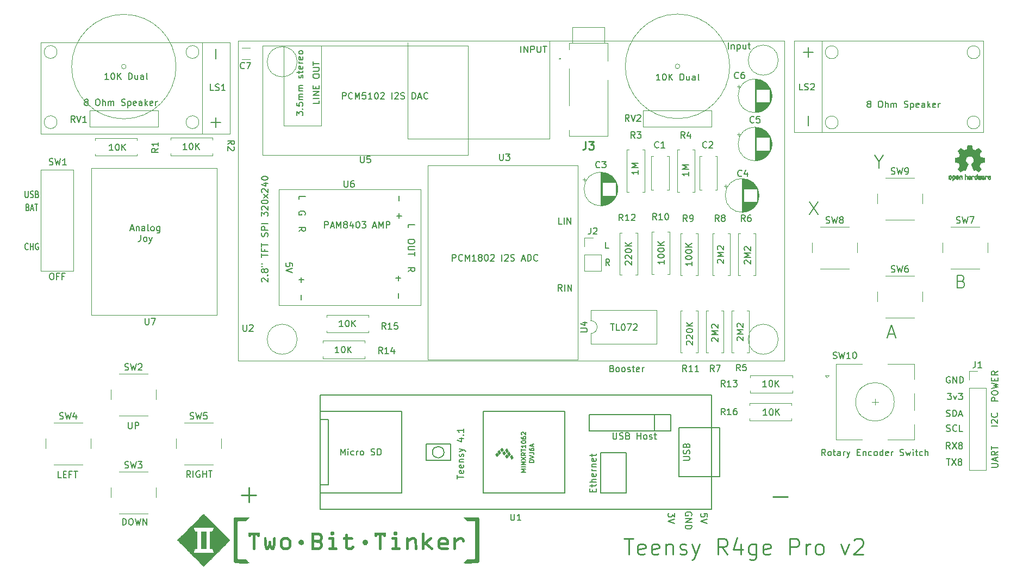
<source format=gbr>
G04 #@! TF.GenerationSoftware,KiCad,Pcbnew,5.1.9-73d0e3b20d~88~ubuntu20.04.1*
G04 #@! TF.CreationDate,2021-05-16T08:32:41-04:00*
G04 #@! TF.ProjectId,TeensyR4gePro-v2,5465656e-7379-4523-9467-6550726f2d76,1*
G04 #@! TF.SameCoordinates,Original*
G04 #@! TF.FileFunction,Legend,Top*
G04 #@! TF.FilePolarity,Positive*
%FSLAX46Y46*%
G04 Gerber Fmt 4.6, Leading zero omitted, Abs format (unit mm)*
G04 Created by KiCad (PCBNEW 5.1.9-73d0e3b20d~88~ubuntu20.04.1) date 2021-05-16 08:32:41*
%MOMM*%
%LPD*%
G01*
G04 APERTURE LIST*
%ADD10C,0.150000*%
%ADD11C,0.250000*%
%ADD12C,0.120000*%
%ADD13C,0.200000*%
%ADD14C,0.100000*%
%ADD15C,0.010000*%
%ADD16C,0.254000*%
G04 APERTURE END LIST*
D10*
X178125523Y-84208880D02*
X177554095Y-84208880D01*
X177839809Y-84208880D02*
X177839809Y-83208880D01*
X177744571Y-83351738D01*
X177649333Y-83446976D01*
X177554095Y-83494595D01*
X178744571Y-83208880D02*
X178839809Y-83208880D01*
X178935047Y-83256500D01*
X178982666Y-83304119D01*
X179030285Y-83399357D01*
X179077904Y-83589833D01*
X179077904Y-83827928D01*
X179030285Y-84018404D01*
X178982666Y-84113642D01*
X178935047Y-84161261D01*
X178839809Y-84208880D01*
X178744571Y-84208880D01*
X178649333Y-84161261D01*
X178601714Y-84113642D01*
X178554095Y-84018404D01*
X178506476Y-83827928D01*
X178506476Y-83589833D01*
X178554095Y-83399357D01*
X178601714Y-83304119D01*
X178649333Y-83256500D01*
X178744571Y-83208880D01*
X179506476Y-84208880D02*
X179506476Y-83208880D01*
X180077904Y-84208880D02*
X179649333Y-83637452D01*
X180077904Y-83208880D02*
X179506476Y-83780309D01*
X178062023Y-79763880D02*
X177490595Y-79763880D01*
X177776309Y-79763880D02*
X177776309Y-78763880D01*
X177681071Y-78906738D01*
X177585833Y-79001976D01*
X177490595Y-79049595D01*
X178681071Y-78763880D02*
X178776309Y-78763880D01*
X178871547Y-78811500D01*
X178919166Y-78859119D01*
X178966785Y-78954357D01*
X179014404Y-79144833D01*
X179014404Y-79382928D01*
X178966785Y-79573404D01*
X178919166Y-79668642D01*
X178871547Y-79716261D01*
X178776309Y-79763880D01*
X178681071Y-79763880D01*
X178585833Y-79716261D01*
X178538214Y-79668642D01*
X178490595Y-79573404D01*
X178442976Y-79382928D01*
X178442976Y-79144833D01*
X178490595Y-78954357D01*
X178538214Y-78859119D01*
X178585833Y-78811500D01*
X178681071Y-78763880D01*
X179442976Y-79763880D02*
X179442976Y-78763880D01*
X180014404Y-79763880D02*
X179585833Y-79192452D01*
X180014404Y-78763880D02*
X179442976Y-79335309D01*
X153773452Y-70000880D02*
X154344880Y-70000880D01*
X154059166Y-71000880D02*
X154059166Y-70000880D01*
X155154404Y-71000880D02*
X154678214Y-71000880D01*
X154678214Y-70000880D01*
X155678214Y-70000880D02*
X155773452Y-70000880D01*
X155868690Y-70048500D01*
X155916309Y-70096119D01*
X155963928Y-70191357D01*
X156011547Y-70381833D01*
X156011547Y-70619928D01*
X155963928Y-70810404D01*
X155916309Y-70905642D01*
X155868690Y-70953261D01*
X155773452Y-71000880D01*
X155678214Y-71000880D01*
X155582976Y-70953261D01*
X155535357Y-70905642D01*
X155487738Y-70810404D01*
X155440119Y-70619928D01*
X155440119Y-70381833D01*
X155487738Y-70191357D01*
X155535357Y-70096119D01*
X155582976Y-70048500D01*
X155678214Y-70000880D01*
X156344880Y-70000880D02*
X157011547Y-70000880D01*
X156582976Y-71000880D01*
X157344880Y-70096119D02*
X157392500Y-70048500D01*
X157487738Y-70000880D01*
X157725833Y-70000880D01*
X157821071Y-70048500D01*
X157868690Y-70096119D01*
X157916309Y-70191357D01*
X157916309Y-70286595D01*
X157868690Y-70429452D01*
X157297261Y-71000880D01*
X157916309Y-71000880D01*
X87765023Y-42870380D02*
X87193595Y-42870380D01*
X87479309Y-42870380D02*
X87479309Y-41870380D01*
X87384071Y-42013238D01*
X87288833Y-42108476D01*
X87193595Y-42156095D01*
X88384071Y-41870380D02*
X88479309Y-41870380D01*
X88574547Y-41918000D01*
X88622166Y-41965619D01*
X88669785Y-42060857D01*
X88717404Y-42251333D01*
X88717404Y-42489428D01*
X88669785Y-42679904D01*
X88622166Y-42775142D01*
X88574547Y-42822761D01*
X88479309Y-42870380D01*
X88384071Y-42870380D01*
X88288833Y-42822761D01*
X88241214Y-42775142D01*
X88193595Y-42679904D01*
X88145976Y-42489428D01*
X88145976Y-42251333D01*
X88193595Y-42060857D01*
X88241214Y-41965619D01*
X88288833Y-41918000D01*
X88384071Y-41870380D01*
X89145976Y-42870380D02*
X89145976Y-41870380D01*
X89717404Y-42870380D02*
X89288833Y-42298952D01*
X89717404Y-41870380D02*
X89145976Y-42441809D01*
X76271523Y-42997380D02*
X75700095Y-42997380D01*
X75985809Y-42997380D02*
X75985809Y-41997380D01*
X75890571Y-42140238D01*
X75795333Y-42235476D01*
X75700095Y-42283095D01*
X76890571Y-41997380D02*
X76985809Y-41997380D01*
X77081047Y-42045000D01*
X77128666Y-42092619D01*
X77176285Y-42187857D01*
X77223904Y-42378333D01*
X77223904Y-42616428D01*
X77176285Y-42806904D01*
X77128666Y-42902142D01*
X77081047Y-42949761D01*
X76985809Y-42997380D01*
X76890571Y-42997380D01*
X76795333Y-42949761D01*
X76747714Y-42902142D01*
X76700095Y-42806904D01*
X76652476Y-42616428D01*
X76652476Y-42378333D01*
X76700095Y-42187857D01*
X76747714Y-42092619D01*
X76795333Y-42045000D01*
X76890571Y-41997380D01*
X77652476Y-42997380D02*
X77652476Y-41997380D01*
X78223904Y-42997380D02*
X77795333Y-42425952D01*
X78223904Y-41997380D02*
X77652476Y-42568809D01*
X163742619Y-99441095D02*
X163742619Y-100060142D01*
X163361666Y-99726809D01*
X163361666Y-99869666D01*
X163314047Y-99964904D01*
X163266428Y-100012523D01*
X163171190Y-100060142D01*
X162933095Y-100060142D01*
X162837857Y-100012523D01*
X162790238Y-99964904D01*
X162742619Y-99869666D01*
X162742619Y-99583952D01*
X162790238Y-99488714D01*
X162837857Y-99441095D01*
X163742619Y-100345857D02*
X162742619Y-100679190D01*
X163742619Y-101012523D01*
X166362000Y-99822095D02*
X166409619Y-99726857D01*
X166409619Y-99584000D01*
X166362000Y-99441142D01*
X166266761Y-99345904D01*
X166171523Y-99298285D01*
X165981047Y-99250666D01*
X165838190Y-99250666D01*
X165647714Y-99298285D01*
X165552476Y-99345904D01*
X165457238Y-99441142D01*
X165409619Y-99584000D01*
X165409619Y-99679238D01*
X165457238Y-99822095D01*
X165504857Y-99869714D01*
X165838190Y-99869714D01*
X165838190Y-99679238D01*
X165409619Y-100298285D02*
X166409619Y-100298285D01*
X165409619Y-100869714D01*
X166409619Y-100869714D01*
X165409619Y-101345904D02*
X166409619Y-101345904D01*
X166409619Y-101584000D01*
X166362000Y-101726857D01*
X166266761Y-101822095D01*
X166171523Y-101869714D01*
X165981047Y-101917333D01*
X165838190Y-101917333D01*
X165647714Y-101869714D01*
X165552476Y-101822095D01*
X165457238Y-101726857D01*
X165409619Y-101584000D01*
X165409619Y-101345904D01*
X168822619Y-100012523D02*
X168822619Y-99536333D01*
X168346428Y-99488714D01*
X168394047Y-99536333D01*
X168441666Y-99631571D01*
X168441666Y-99869666D01*
X168394047Y-99964904D01*
X168346428Y-100012523D01*
X168251190Y-100060142D01*
X168013095Y-100060142D01*
X167917857Y-100012523D01*
X167870238Y-99964904D01*
X167822619Y-99869666D01*
X167822619Y-99631571D01*
X167870238Y-99536333D01*
X167917857Y-99488714D01*
X168822619Y-100345857D02*
X167822619Y-100679190D01*
X168822619Y-101012523D01*
X153598523Y-60904380D02*
X153265190Y-60428190D01*
X153027095Y-60904380D02*
X153027095Y-59904380D01*
X153408047Y-59904380D01*
X153503285Y-59952000D01*
X153550904Y-59999619D01*
X153598523Y-60094857D01*
X153598523Y-60237714D01*
X153550904Y-60332952D01*
X153503285Y-60380571D01*
X153408047Y-60428190D01*
X153027095Y-60428190D01*
X153471523Y-58237380D02*
X152995333Y-58237380D01*
X152995333Y-57237380D01*
X187230714Y-90495380D02*
X186897380Y-90019190D01*
X186659285Y-90495380D02*
X186659285Y-89495380D01*
X187040238Y-89495380D01*
X187135476Y-89543000D01*
X187183095Y-89590619D01*
X187230714Y-89685857D01*
X187230714Y-89828714D01*
X187183095Y-89923952D01*
X187135476Y-89971571D01*
X187040238Y-90019190D01*
X186659285Y-90019190D01*
X187802142Y-90495380D02*
X187706904Y-90447761D01*
X187659285Y-90400142D01*
X187611666Y-90304904D01*
X187611666Y-90019190D01*
X187659285Y-89923952D01*
X187706904Y-89876333D01*
X187802142Y-89828714D01*
X187945000Y-89828714D01*
X188040238Y-89876333D01*
X188087857Y-89923952D01*
X188135476Y-90019190D01*
X188135476Y-90304904D01*
X188087857Y-90400142D01*
X188040238Y-90447761D01*
X187945000Y-90495380D01*
X187802142Y-90495380D01*
X188421190Y-89828714D02*
X188802142Y-89828714D01*
X188564047Y-89495380D02*
X188564047Y-90352523D01*
X188611666Y-90447761D01*
X188706904Y-90495380D01*
X188802142Y-90495380D01*
X189564047Y-90495380D02*
X189564047Y-89971571D01*
X189516428Y-89876333D01*
X189421190Y-89828714D01*
X189230714Y-89828714D01*
X189135476Y-89876333D01*
X189564047Y-90447761D02*
X189468809Y-90495380D01*
X189230714Y-90495380D01*
X189135476Y-90447761D01*
X189087857Y-90352523D01*
X189087857Y-90257285D01*
X189135476Y-90162047D01*
X189230714Y-90114428D01*
X189468809Y-90114428D01*
X189564047Y-90066809D01*
X190040238Y-90495380D02*
X190040238Y-89828714D01*
X190040238Y-90019190D02*
X190087857Y-89923952D01*
X190135476Y-89876333D01*
X190230714Y-89828714D01*
X190325952Y-89828714D01*
X190564047Y-89828714D02*
X190802142Y-90495380D01*
X191040238Y-89828714D02*
X190802142Y-90495380D01*
X190706904Y-90733476D01*
X190659285Y-90781095D01*
X190564047Y-90828714D01*
X192183095Y-89971571D02*
X192516428Y-89971571D01*
X192659285Y-90495380D02*
X192183095Y-90495380D01*
X192183095Y-89495380D01*
X192659285Y-89495380D01*
X193087857Y-89828714D02*
X193087857Y-90495380D01*
X193087857Y-89923952D02*
X193135476Y-89876333D01*
X193230714Y-89828714D01*
X193373571Y-89828714D01*
X193468809Y-89876333D01*
X193516428Y-89971571D01*
X193516428Y-90495380D01*
X194421190Y-90447761D02*
X194325952Y-90495380D01*
X194135476Y-90495380D01*
X194040238Y-90447761D01*
X193992619Y-90400142D01*
X193945000Y-90304904D01*
X193945000Y-90019190D01*
X193992619Y-89923952D01*
X194040238Y-89876333D01*
X194135476Y-89828714D01*
X194325952Y-89828714D01*
X194421190Y-89876333D01*
X194992619Y-90495380D02*
X194897380Y-90447761D01*
X194849761Y-90400142D01*
X194802142Y-90304904D01*
X194802142Y-90019190D01*
X194849761Y-89923952D01*
X194897380Y-89876333D01*
X194992619Y-89828714D01*
X195135476Y-89828714D01*
X195230714Y-89876333D01*
X195278333Y-89923952D01*
X195325952Y-90019190D01*
X195325952Y-90304904D01*
X195278333Y-90400142D01*
X195230714Y-90447761D01*
X195135476Y-90495380D01*
X194992619Y-90495380D01*
X196183095Y-90495380D02*
X196183095Y-89495380D01*
X196183095Y-90447761D02*
X196087857Y-90495380D01*
X195897380Y-90495380D01*
X195802142Y-90447761D01*
X195754523Y-90400142D01*
X195706904Y-90304904D01*
X195706904Y-90019190D01*
X195754523Y-89923952D01*
X195802142Y-89876333D01*
X195897380Y-89828714D01*
X196087857Y-89828714D01*
X196183095Y-89876333D01*
X197040238Y-90447761D02*
X196945000Y-90495380D01*
X196754523Y-90495380D01*
X196659285Y-90447761D01*
X196611666Y-90352523D01*
X196611666Y-89971571D01*
X196659285Y-89876333D01*
X196754523Y-89828714D01*
X196945000Y-89828714D01*
X197040238Y-89876333D01*
X197087857Y-89971571D01*
X197087857Y-90066809D01*
X196611666Y-90162047D01*
X197516428Y-90495380D02*
X197516428Y-89828714D01*
X197516428Y-90019190D02*
X197564047Y-89923952D01*
X197611666Y-89876333D01*
X197706904Y-89828714D01*
X197802142Y-89828714D01*
X198849761Y-90447761D02*
X198992619Y-90495380D01*
X199230714Y-90495380D01*
X199325952Y-90447761D01*
X199373571Y-90400142D01*
X199421190Y-90304904D01*
X199421190Y-90209666D01*
X199373571Y-90114428D01*
X199325952Y-90066809D01*
X199230714Y-90019190D01*
X199040238Y-89971571D01*
X198945000Y-89923952D01*
X198897380Y-89876333D01*
X198849761Y-89781095D01*
X198849761Y-89685857D01*
X198897380Y-89590619D01*
X198945000Y-89543000D01*
X199040238Y-89495380D01*
X199278333Y-89495380D01*
X199421190Y-89543000D01*
X199754523Y-89828714D02*
X199945000Y-90495380D01*
X200135476Y-90019190D01*
X200325952Y-90495380D01*
X200516428Y-89828714D01*
X200897380Y-90495380D02*
X200897380Y-89828714D01*
X200897380Y-89495380D02*
X200849761Y-89543000D01*
X200897380Y-89590619D01*
X200945000Y-89543000D01*
X200897380Y-89495380D01*
X200897380Y-89590619D01*
X201230714Y-89828714D02*
X201611666Y-89828714D01*
X201373571Y-89495380D02*
X201373571Y-90352523D01*
X201421190Y-90447761D01*
X201516428Y-90495380D01*
X201611666Y-90495380D01*
X202373571Y-90447761D02*
X202278333Y-90495380D01*
X202087857Y-90495380D01*
X201992619Y-90447761D01*
X201945000Y-90400142D01*
X201897380Y-90304904D01*
X201897380Y-90019190D01*
X201945000Y-89923952D01*
X201992619Y-89876333D01*
X202087857Y-89828714D01*
X202278333Y-89828714D01*
X202373571Y-89876333D01*
X202802142Y-90495380D02*
X202802142Y-89495380D01*
X203230714Y-90495380D02*
X203230714Y-89971571D01*
X203183095Y-89876333D01*
X203087857Y-89828714D01*
X202945000Y-89828714D01*
X202849761Y-89876333D01*
X202802142Y-89923952D01*
X173537619Y-72580333D02*
X173490000Y-72532714D01*
X173442380Y-72437476D01*
X173442380Y-72199380D01*
X173490000Y-72104142D01*
X173537619Y-72056523D01*
X173632857Y-72008904D01*
X173728095Y-72008904D01*
X173870952Y-72056523D01*
X174442380Y-72627952D01*
X174442380Y-72008904D01*
X174442380Y-71580333D02*
X173442380Y-71580333D01*
X174156666Y-71247000D01*
X173442380Y-70913666D01*
X174442380Y-70913666D01*
X173537619Y-70485095D02*
X173490000Y-70437476D01*
X173442380Y-70342238D01*
X173442380Y-70104142D01*
X173490000Y-70008904D01*
X173537619Y-69961285D01*
X173632857Y-69913666D01*
X173728095Y-69913666D01*
X173870952Y-69961285D01*
X174442380Y-70532714D01*
X174442380Y-69913666D01*
X169600619Y-72707333D02*
X169553000Y-72659714D01*
X169505380Y-72564476D01*
X169505380Y-72326380D01*
X169553000Y-72231142D01*
X169600619Y-72183523D01*
X169695857Y-72135904D01*
X169791095Y-72135904D01*
X169933952Y-72183523D01*
X170505380Y-72754952D01*
X170505380Y-72135904D01*
X170505380Y-71707333D02*
X169505380Y-71707333D01*
X170219666Y-71374000D01*
X169505380Y-71040666D01*
X170505380Y-71040666D01*
X169600619Y-70612095D02*
X169553000Y-70564476D01*
X169505380Y-70469238D01*
X169505380Y-70231142D01*
X169553000Y-70135904D01*
X169600619Y-70088285D01*
X169695857Y-70040666D01*
X169791095Y-70040666D01*
X169933952Y-70088285D01*
X170505380Y-70659714D01*
X170505380Y-70040666D01*
X165663619Y-73239095D02*
X165616000Y-73191476D01*
X165568380Y-73096238D01*
X165568380Y-72858142D01*
X165616000Y-72762904D01*
X165663619Y-72715285D01*
X165758857Y-72667666D01*
X165854095Y-72667666D01*
X165996952Y-72715285D01*
X166568380Y-73286714D01*
X166568380Y-72667666D01*
X165663619Y-72286714D02*
X165616000Y-72239095D01*
X165568380Y-72143857D01*
X165568380Y-71905761D01*
X165616000Y-71810523D01*
X165663619Y-71762904D01*
X165758857Y-71715285D01*
X165854095Y-71715285D01*
X165996952Y-71762904D01*
X166568380Y-72334333D01*
X166568380Y-71715285D01*
X165568380Y-71096238D02*
X165568380Y-71001000D01*
X165616000Y-70905761D01*
X165663619Y-70858142D01*
X165758857Y-70810523D01*
X165949333Y-70762904D01*
X166187428Y-70762904D01*
X166377904Y-70810523D01*
X166473142Y-70858142D01*
X166520761Y-70905761D01*
X166568380Y-71001000D01*
X166568380Y-71096238D01*
X166520761Y-71191476D01*
X166473142Y-71239095D01*
X166377904Y-71286714D01*
X166187428Y-71334333D01*
X165949333Y-71334333D01*
X165758857Y-71286714D01*
X165663619Y-71239095D01*
X165616000Y-71191476D01*
X165568380Y-71096238D01*
X166568380Y-70334333D02*
X165568380Y-70334333D01*
X166568380Y-69762904D02*
X165996952Y-70191476D01*
X165568380Y-69762904D02*
X166139809Y-70334333D01*
X174680619Y-60642333D02*
X174633000Y-60594714D01*
X174585380Y-60499476D01*
X174585380Y-60261380D01*
X174633000Y-60166142D01*
X174680619Y-60118523D01*
X174775857Y-60070904D01*
X174871095Y-60070904D01*
X175013952Y-60118523D01*
X175585380Y-60689952D01*
X175585380Y-60070904D01*
X175585380Y-59642333D02*
X174585380Y-59642333D01*
X175299666Y-59309000D01*
X174585380Y-58975666D01*
X175585380Y-58975666D01*
X174680619Y-58547095D02*
X174633000Y-58499476D01*
X174585380Y-58404238D01*
X174585380Y-58166142D01*
X174633000Y-58070904D01*
X174680619Y-58023285D01*
X174775857Y-57975666D01*
X174871095Y-57975666D01*
X175013952Y-58023285D01*
X175585380Y-58594714D01*
X175585380Y-57975666D01*
X170489619Y-60515333D02*
X170442000Y-60467714D01*
X170394380Y-60372476D01*
X170394380Y-60134380D01*
X170442000Y-60039142D01*
X170489619Y-59991523D01*
X170584857Y-59943904D01*
X170680095Y-59943904D01*
X170822952Y-59991523D01*
X171394380Y-60562952D01*
X171394380Y-59943904D01*
X171394380Y-59515333D02*
X170394380Y-59515333D01*
X171108666Y-59182000D01*
X170394380Y-58848666D01*
X171394380Y-58848666D01*
X170489619Y-58420095D02*
X170442000Y-58372476D01*
X170394380Y-58277238D01*
X170394380Y-58039142D01*
X170442000Y-57943904D01*
X170489619Y-57896285D01*
X170584857Y-57848666D01*
X170680095Y-57848666D01*
X170822952Y-57896285D01*
X171394380Y-58467714D01*
X171394380Y-57848666D01*
X166441380Y-60348666D02*
X166441380Y-60920095D01*
X166441380Y-60634380D02*
X165441380Y-60634380D01*
X165584238Y-60729619D01*
X165679476Y-60824857D01*
X165727095Y-60920095D01*
X165441380Y-59729619D02*
X165441380Y-59634380D01*
X165489000Y-59539142D01*
X165536619Y-59491523D01*
X165631857Y-59443904D01*
X165822333Y-59396285D01*
X166060428Y-59396285D01*
X166250904Y-59443904D01*
X166346142Y-59491523D01*
X166393761Y-59539142D01*
X166441380Y-59634380D01*
X166441380Y-59729619D01*
X166393761Y-59824857D01*
X166346142Y-59872476D01*
X166250904Y-59920095D01*
X166060428Y-59967714D01*
X165822333Y-59967714D01*
X165631857Y-59920095D01*
X165536619Y-59872476D01*
X165489000Y-59824857D01*
X165441380Y-59729619D01*
X165441380Y-58777238D02*
X165441380Y-58682000D01*
X165489000Y-58586761D01*
X165536619Y-58539142D01*
X165631857Y-58491523D01*
X165822333Y-58443904D01*
X166060428Y-58443904D01*
X166250904Y-58491523D01*
X166346142Y-58539142D01*
X166393761Y-58586761D01*
X166441380Y-58682000D01*
X166441380Y-58777238D01*
X166393761Y-58872476D01*
X166346142Y-58920095D01*
X166250904Y-58967714D01*
X166060428Y-59015333D01*
X165822333Y-59015333D01*
X165631857Y-58967714D01*
X165536619Y-58920095D01*
X165489000Y-58872476D01*
X165441380Y-58777238D01*
X166441380Y-58015333D02*
X165441380Y-58015333D01*
X166441380Y-57443904D02*
X165869952Y-57872476D01*
X165441380Y-57443904D02*
X166012809Y-58015333D01*
X162123380Y-60094666D02*
X162123380Y-60666095D01*
X162123380Y-60380380D02*
X161123380Y-60380380D01*
X161266238Y-60475619D01*
X161361476Y-60570857D01*
X161409095Y-60666095D01*
X161123380Y-59475619D02*
X161123380Y-59380380D01*
X161171000Y-59285142D01*
X161218619Y-59237523D01*
X161313857Y-59189904D01*
X161504333Y-59142285D01*
X161742428Y-59142285D01*
X161932904Y-59189904D01*
X162028142Y-59237523D01*
X162075761Y-59285142D01*
X162123380Y-59380380D01*
X162123380Y-59475619D01*
X162075761Y-59570857D01*
X162028142Y-59618476D01*
X161932904Y-59666095D01*
X161742428Y-59713714D01*
X161504333Y-59713714D01*
X161313857Y-59666095D01*
X161218619Y-59618476D01*
X161171000Y-59570857D01*
X161123380Y-59475619D01*
X161123380Y-58523238D02*
X161123380Y-58428000D01*
X161171000Y-58332761D01*
X161218619Y-58285142D01*
X161313857Y-58237523D01*
X161504333Y-58189904D01*
X161742428Y-58189904D01*
X161932904Y-58237523D01*
X162028142Y-58285142D01*
X162075761Y-58332761D01*
X162123380Y-58428000D01*
X162123380Y-58523238D01*
X162075761Y-58618476D01*
X162028142Y-58666095D01*
X161932904Y-58713714D01*
X161742428Y-58761333D01*
X161504333Y-58761333D01*
X161313857Y-58713714D01*
X161218619Y-58666095D01*
X161171000Y-58618476D01*
X161123380Y-58523238D01*
X162123380Y-57761333D02*
X161123380Y-57761333D01*
X162123380Y-57189904D02*
X161551952Y-57618476D01*
X161123380Y-57189904D02*
X161694809Y-57761333D01*
X156138619Y-60793095D02*
X156091000Y-60745476D01*
X156043380Y-60650238D01*
X156043380Y-60412142D01*
X156091000Y-60316904D01*
X156138619Y-60269285D01*
X156233857Y-60221666D01*
X156329095Y-60221666D01*
X156471952Y-60269285D01*
X157043380Y-60840714D01*
X157043380Y-60221666D01*
X156138619Y-59840714D02*
X156091000Y-59793095D01*
X156043380Y-59697857D01*
X156043380Y-59459761D01*
X156091000Y-59364523D01*
X156138619Y-59316904D01*
X156233857Y-59269285D01*
X156329095Y-59269285D01*
X156471952Y-59316904D01*
X157043380Y-59888333D01*
X157043380Y-59269285D01*
X156043380Y-58650238D02*
X156043380Y-58555000D01*
X156091000Y-58459761D01*
X156138619Y-58412142D01*
X156233857Y-58364523D01*
X156424333Y-58316904D01*
X156662428Y-58316904D01*
X156852904Y-58364523D01*
X156948142Y-58412142D01*
X156995761Y-58459761D01*
X157043380Y-58555000D01*
X157043380Y-58650238D01*
X156995761Y-58745476D01*
X156948142Y-58793095D01*
X156852904Y-58840714D01*
X156662428Y-58888333D01*
X156424333Y-58888333D01*
X156233857Y-58840714D01*
X156138619Y-58793095D01*
X156091000Y-58745476D01*
X156043380Y-58650238D01*
X157043380Y-57888333D02*
X156043380Y-57888333D01*
X157043380Y-57316904D02*
X156471952Y-57745476D01*
X156043380Y-57316904D02*
X156614809Y-57888333D01*
X111450523Y-74493380D02*
X110879095Y-74493380D01*
X111164809Y-74493380D02*
X111164809Y-73493380D01*
X111069571Y-73636238D01*
X110974333Y-73731476D01*
X110879095Y-73779095D01*
X112069571Y-73493380D02*
X112164809Y-73493380D01*
X112260047Y-73541000D01*
X112307666Y-73588619D01*
X112355285Y-73683857D01*
X112402904Y-73874333D01*
X112402904Y-74112428D01*
X112355285Y-74302904D01*
X112307666Y-74398142D01*
X112260047Y-74445761D01*
X112164809Y-74493380D01*
X112069571Y-74493380D01*
X111974333Y-74445761D01*
X111926714Y-74398142D01*
X111879095Y-74302904D01*
X111831476Y-74112428D01*
X111831476Y-73874333D01*
X111879095Y-73683857D01*
X111926714Y-73588619D01*
X111974333Y-73541000D01*
X112069571Y-73493380D01*
X112831476Y-74493380D02*
X112831476Y-73493380D01*
X113402904Y-74493380D02*
X112974333Y-73921952D01*
X113402904Y-73493380D02*
X112831476Y-74064809D01*
X112085523Y-70429380D02*
X111514095Y-70429380D01*
X111799809Y-70429380D02*
X111799809Y-69429380D01*
X111704571Y-69572238D01*
X111609333Y-69667476D01*
X111514095Y-69715095D01*
X112704571Y-69429380D02*
X112799809Y-69429380D01*
X112895047Y-69477000D01*
X112942666Y-69524619D01*
X112990285Y-69619857D01*
X113037904Y-69810333D01*
X113037904Y-70048428D01*
X112990285Y-70238904D01*
X112942666Y-70334142D01*
X112895047Y-70381761D01*
X112799809Y-70429380D01*
X112704571Y-70429380D01*
X112609333Y-70381761D01*
X112561714Y-70334142D01*
X112514095Y-70238904D01*
X112466476Y-70048428D01*
X112466476Y-69810333D01*
X112514095Y-69619857D01*
X112561714Y-69524619D01*
X112609333Y-69477000D01*
X112704571Y-69429380D01*
X113466476Y-70429380D02*
X113466476Y-69429380D01*
X114037904Y-70429380D02*
X113609333Y-69857952D01*
X114037904Y-69429380D02*
X113466476Y-70000809D01*
X172107142Y-27202380D02*
X172107142Y-26202380D01*
X172583333Y-26535714D02*
X172583333Y-27202380D01*
X172583333Y-26630952D02*
X172630952Y-26583333D01*
X172726190Y-26535714D01*
X172869047Y-26535714D01*
X172964285Y-26583333D01*
X173011904Y-26678571D01*
X173011904Y-27202380D01*
X173488095Y-26535714D02*
X173488095Y-27535714D01*
X173488095Y-26583333D02*
X173583333Y-26535714D01*
X173773809Y-26535714D01*
X173869047Y-26583333D01*
X173916666Y-26630952D01*
X173964285Y-26726190D01*
X173964285Y-27011904D01*
X173916666Y-27107142D01*
X173869047Y-27154761D01*
X173773809Y-27202380D01*
X173583333Y-27202380D01*
X173488095Y-27154761D01*
X174821428Y-26535714D02*
X174821428Y-27202380D01*
X174392857Y-26535714D02*
X174392857Y-27059523D01*
X174440476Y-27154761D01*
X174535714Y-27202380D01*
X174678571Y-27202380D01*
X174773809Y-27154761D01*
X174821428Y-27107142D01*
X175154761Y-26535714D02*
X175535714Y-26535714D01*
X175297619Y-26202380D02*
X175297619Y-27059523D01*
X175345238Y-27154761D01*
X175440476Y-27202380D01*
X175535714Y-27202380D01*
X139803428Y-27757380D02*
X139803428Y-26757380D01*
X140279619Y-27757380D02*
X140279619Y-26757380D01*
X140851047Y-27757380D01*
X140851047Y-26757380D01*
X141327238Y-27757380D02*
X141327238Y-26757380D01*
X141708190Y-26757380D01*
X141803428Y-26805000D01*
X141851047Y-26852619D01*
X141898666Y-26947857D01*
X141898666Y-27090714D01*
X141851047Y-27185952D01*
X141803428Y-27233571D01*
X141708190Y-27281190D01*
X141327238Y-27281190D01*
X142327238Y-26757380D02*
X142327238Y-27566904D01*
X142374857Y-27662142D01*
X142422476Y-27709761D01*
X142517714Y-27757380D01*
X142708190Y-27757380D01*
X142803428Y-27709761D01*
X142851047Y-27662142D01*
X142898666Y-27566904D01*
X142898666Y-26757380D01*
X143232000Y-26757380D02*
X143803428Y-26757380D01*
X143517714Y-27757380D02*
X143517714Y-26757380D01*
X129130952Y-60202380D02*
X129130952Y-59202380D01*
X129511904Y-59202380D01*
X129607142Y-59250000D01*
X129654761Y-59297619D01*
X129702380Y-59392857D01*
X129702380Y-59535714D01*
X129654761Y-59630952D01*
X129607142Y-59678571D01*
X129511904Y-59726190D01*
X129130952Y-59726190D01*
X130702380Y-60107142D02*
X130654761Y-60154761D01*
X130511904Y-60202380D01*
X130416666Y-60202380D01*
X130273809Y-60154761D01*
X130178571Y-60059523D01*
X130130952Y-59964285D01*
X130083333Y-59773809D01*
X130083333Y-59630952D01*
X130130952Y-59440476D01*
X130178571Y-59345238D01*
X130273809Y-59250000D01*
X130416666Y-59202380D01*
X130511904Y-59202380D01*
X130654761Y-59250000D01*
X130702380Y-59297619D01*
X131130952Y-60202380D02*
X131130952Y-59202380D01*
X131464285Y-59916666D01*
X131797619Y-59202380D01*
X131797619Y-60202380D01*
X132797619Y-60202380D02*
X132226190Y-60202380D01*
X132511904Y-60202380D02*
X132511904Y-59202380D01*
X132416666Y-59345238D01*
X132321428Y-59440476D01*
X132226190Y-59488095D01*
X133369047Y-59630952D02*
X133273809Y-59583333D01*
X133226190Y-59535714D01*
X133178571Y-59440476D01*
X133178571Y-59392857D01*
X133226190Y-59297619D01*
X133273809Y-59250000D01*
X133369047Y-59202380D01*
X133559523Y-59202380D01*
X133654761Y-59250000D01*
X133702380Y-59297619D01*
X133750000Y-59392857D01*
X133750000Y-59440476D01*
X133702380Y-59535714D01*
X133654761Y-59583333D01*
X133559523Y-59630952D01*
X133369047Y-59630952D01*
X133273809Y-59678571D01*
X133226190Y-59726190D01*
X133178571Y-59821428D01*
X133178571Y-60011904D01*
X133226190Y-60107142D01*
X133273809Y-60154761D01*
X133369047Y-60202380D01*
X133559523Y-60202380D01*
X133654761Y-60154761D01*
X133702380Y-60107142D01*
X133750000Y-60011904D01*
X133750000Y-59821428D01*
X133702380Y-59726190D01*
X133654761Y-59678571D01*
X133559523Y-59630952D01*
X134369047Y-59202380D02*
X134464285Y-59202380D01*
X134559523Y-59250000D01*
X134607142Y-59297619D01*
X134654761Y-59392857D01*
X134702380Y-59583333D01*
X134702380Y-59821428D01*
X134654761Y-60011904D01*
X134607142Y-60107142D01*
X134559523Y-60154761D01*
X134464285Y-60202380D01*
X134369047Y-60202380D01*
X134273809Y-60154761D01*
X134226190Y-60107142D01*
X134178571Y-60011904D01*
X134130952Y-59821428D01*
X134130952Y-59583333D01*
X134178571Y-59392857D01*
X134226190Y-59297619D01*
X134273809Y-59250000D01*
X134369047Y-59202380D01*
X135083333Y-59297619D02*
X135130952Y-59250000D01*
X135226190Y-59202380D01*
X135464285Y-59202380D01*
X135559523Y-59250000D01*
X135607142Y-59297619D01*
X135654761Y-59392857D01*
X135654761Y-59488095D01*
X135607142Y-59630952D01*
X135035714Y-60202380D01*
X135654761Y-60202380D01*
X136845238Y-60202380D02*
X136845238Y-59202380D01*
X137273809Y-59297619D02*
X137321428Y-59250000D01*
X137416666Y-59202380D01*
X137654761Y-59202380D01*
X137750000Y-59250000D01*
X137797619Y-59297619D01*
X137845238Y-59392857D01*
X137845238Y-59488095D01*
X137797619Y-59630952D01*
X137226190Y-60202380D01*
X137845238Y-60202380D01*
X138226190Y-60154761D02*
X138369047Y-60202380D01*
X138607142Y-60202380D01*
X138702380Y-60154761D01*
X138750000Y-60107142D01*
X138797619Y-60011904D01*
X138797619Y-59916666D01*
X138750000Y-59821428D01*
X138702380Y-59773809D01*
X138607142Y-59726190D01*
X138416666Y-59678571D01*
X138321428Y-59630952D01*
X138273809Y-59583333D01*
X138226190Y-59488095D01*
X138226190Y-59392857D01*
X138273809Y-59297619D01*
X138321428Y-59250000D01*
X138416666Y-59202380D01*
X138654761Y-59202380D01*
X138797619Y-59250000D01*
X139940476Y-59916666D02*
X140416666Y-59916666D01*
X139845238Y-60202380D02*
X140178571Y-59202380D01*
X140511904Y-60202380D01*
X140845238Y-60202380D02*
X140845238Y-59202380D01*
X141083333Y-59202380D01*
X141226190Y-59250000D01*
X141321428Y-59345238D01*
X141369047Y-59440476D01*
X141416666Y-59630952D01*
X141416666Y-59773809D01*
X141369047Y-59964285D01*
X141321428Y-60059523D01*
X141226190Y-60154761D01*
X141083333Y-60202380D01*
X140845238Y-60202380D01*
X142416666Y-60107142D02*
X142369047Y-60154761D01*
X142226190Y-60202380D01*
X142130952Y-60202380D01*
X141988095Y-60154761D01*
X141892857Y-60059523D01*
X141845238Y-59964285D01*
X141797619Y-59773809D01*
X141797619Y-59630952D01*
X141845238Y-59440476D01*
X141892857Y-59345238D01*
X141988095Y-59250000D01*
X142130952Y-59202380D01*
X142226190Y-59202380D01*
X142369047Y-59250000D01*
X142416666Y-59297619D01*
X153988095Y-76928571D02*
X154130952Y-76976190D01*
X154178571Y-77023809D01*
X154226190Y-77119047D01*
X154226190Y-77261904D01*
X154178571Y-77357142D01*
X154130952Y-77404761D01*
X154035714Y-77452380D01*
X153654761Y-77452380D01*
X153654761Y-76452380D01*
X153988095Y-76452380D01*
X154083333Y-76500000D01*
X154130952Y-76547619D01*
X154178571Y-76642857D01*
X154178571Y-76738095D01*
X154130952Y-76833333D01*
X154083333Y-76880952D01*
X153988095Y-76928571D01*
X153654761Y-76928571D01*
X154797619Y-77452380D02*
X154702380Y-77404761D01*
X154654761Y-77357142D01*
X154607142Y-77261904D01*
X154607142Y-76976190D01*
X154654761Y-76880952D01*
X154702380Y-76833333D01*
X154797619Y-76785714D01*
X154940476Y-76785714D01*
X155035714Y-76833333D01*
X155083333Y-76880952D01*
X155130952Y-76976190D01*
X155130952Y-77261904D01*
X155083333Y-77357142D01*
X155035714Y-77404761D01*
X154940476Y-77452380D01*
X154797619Y-77452380D01*
X155702380Y-77452380D02*
X155607142Y-77404761D01*
X155559523Y-77357142D01*
X155511904Y-77261904D01*
X155511904Y-76976190D01*
X155559523Y-76880952D01*
X155607142Y-76833333D01*
X155702380Y-76785714D01*
X155845238Y-76785714D01*
X155940476Y-76833333D01*
X155988095Y-76880952D01*
X156035714Y-76976190D01*
X156035714Y-77261904D01*
X155988095Y-77357142D01*
X155940476Y-77404761D01*
X155845238Y-77452380D01*
X155702380Y-77452380D01*
X156416666Y-77404761D02*
X156511904Y-77452380D01*
X156702380Y-77452380D01*
X156797619Y-77404761D01*
X156845238Y-77309523D01*
X156845238Y-77261904D01*
X156797619Y-77166666D01*
X156702380Y-77119047D01*
X156559523Y-77119047D01*
X156464285Y-77071428D01*
X156416666Y-76976190D01*
X156416666Y-76928571D01*
X156464285Y-76833333D01*
X156559523Y-76785714D01*
X156702380Y-76785714D01*
X156797619Y-76833333D01*
X157130952Y-76785714D02*
X157511904Y-76785714D01*
X157273809Y-76452380D02*
X157273809Y-77309523D01*
X157321428Y-77404761D01*
X157416666Y-77452380D01*
X157511904Y-77452380D01*
X158226190Y-77404761D02*
X158130952Y-77452380D01*
X157940476Y-77452380D01*
X157845238Y-77404761D01*
X157797619Y-77309523D01*
X157797619Y-76928571D01*
X157845238Y-76833333D01*
X157940476Y-76785714D01*
X158130952Y-76785714D01*
X158226190Y-76833333D01*
X158273809Y-76928571D01*
X158273809Y-77023809D01*
X157797619Y-77119047D01*
X158702380Y-77452380D02*
X158702380Y-76785714D01*
X158702380Y-76976190D02*
X158750000Y-76880952D01*
X158797619Y-76833333D01*
X158892857Y-76785714D01*
X158988095Y-76785714D01*
X214117180Y-82014723D02*
X213117180Y-82014723D01*
X213117180Y-81633771D01*
X213164800Y-81538533D01*
X213212419Y-81490914D01*
X213307657Y-81443295D01*
X213450514Y-81443295D01*
X213545752Y-81490914D01*
X213593371Y-81538533D01*
X213640990Y-81633771D01*
X213640990Y-82014723D01*
X213117180Y-80824247D02*
X213117180Y-80633771D01*
X213164800Y-80538533D01*
X213260038Y-80443295D01*
X213450514Y-80395676D01*
X213783847Y-80395676D01*
X213974323Y-80443295D01*
X214069561Y-80538533D01*
X214117180Y-80633771D01*
X214117180Y-80824247D01*
X214069561Y-80919485D01*
X213974323Y-81014723D01*
X213783847Y-81062342D01*
X213450514Y-81062342D01*
X213260038Y-81014723D01*
X213164800Y-80919485D01*
X213117180Y-80824247D01*
X213117180Y-80062342D02*
X214117180Y-79824247D01*
X213402895Y-79633771D01*
X214117180Y-79443295D01*
X213117180Y-79205200D01*
X213593371Y-78824247D02*
X213593371Y-78490914D01*
X214117180Y-78348057D02*
X214117180Y-78824247D01*
X213117180Y-78824247D01*
X213117180Y-78348057D01*
X214117180Y-77348057D02*
X213640990Y-77681390D01*
X214117180Y-77919485D02*
X213117180Y-77919485D01*
X213117180Y-77538533D01*
X213164800Y-77443295D01*
X213212419Y-77395676D01*
X213307657Y-77348057D01*
X213450514Y-77348057D01*
X213545752Y-77395676D01*
X213593371Y-77443295D01*
X213640990Y-77538533D01*
X213640990Y-77919485D01*
X66637019Y-62114180D02*
X66827495Y-62114180D01*
X66922733Y-62161800D01*
X67017971Y-62257038D01*
X67065590Y-62447514D01*
X67065590Y-62780847D01*
X67017971Y-62971323D01*
X66922733Y-63066561D01*
X66827495Y-63114180D01*
X66637019Y-63114180D01*
X66541780Y-63066561D01*
X66446542Y-62971323D01*
X66398923Y-62780847D01*
X66398923Y-62447514D01*
X66446542Y-62257038D01*
X66541780Y-62161800D01*
X66637019Y-62114180D01*
X67827495Y-62590371D02*
X67494161Y-62590371D01*
X67494161Y-63114180D02*
X67494161Y-62114180D01*
X67970352Y-62114180D01*
X68684638Y-62590371D02*
X68351304Y-62590371D01*
X68351304Y-63114180D02*
X68351304Y-62114180D01*
X68827495Y-62114180D01*
X63030171Y-58345342D02*
X62992076Y-58392961D01*
X62877790Y-58440580D01*
X62801600Y-58440580D01*
X62687314Y-58392961D01*
X62611123Y-58297723D01*
X62573028Y-58202485D01*
X62534933Y-58012009D01*
X62534933Y-57869152D01*
X62573028Y-57678676D01*
X62611123Y-57583438D01*
X62687314Y-57488200D01*
X62801600Y-57440580D01*
X62877790Y-57440580D01*
X62992076Y-57488200D01*
X63030171Y-57535819D01*
X63373028Y-58440580D02*
X63373028Y-57440580D01*
X63373028Y-57916771D02*
X63830171Y-57916771D01*
X63830171Y-58440580D02*
X63830171Y-57440580D01*
X64630171Y-57488200D02*
X64553980Y-57440580D01*
X64439695Y-57440580D01*
X64325409Y-57488200D01*
X64249219Y-57583438D01*
X64211123Y-57678676D01*
X64173028Y-57869152D01*
X64173028Y-58012009D01*
X64211123Y-58202485D01*
X64249219Y-58297723D01*
X64325409Y-58392961D01*
X64439695Y-58440580D01*
X64515885Y-58440580D01*
X64630171Y-58392961D01*
X64668266Y-58345342D01*
X64668266Y-58012009D01*
X64515885Y-58012009D01*
X62985723Y-51846171D02*
X63100009Y-51893790D01*
X63138104Y-51941409D01*
X63176200Y-52036647D01*
X63176200Y-52179504D01*
X63138104Y-52274742D01*
X63100009Y-52322361D01*
X63023819Y-52369980D01*
X62719057Y-52369980D01*
X62719057Y-51369980D01*
X62985723Y-51369980D01*
X63061914Y-51417600D01*
X63100009Y-51465219D01*
X63138104Y-51560457D01*
X63138104Y-51655695D01*
X63100009Y-51750933D01*
X63061914Y-51798552D01*
X62985723Y-51846171D01*
X62719057Y-51846171D01*
X63480961Y-52084266D02*
X63861914Y-52084266D01*
X63404771Y-52369980D02*
X63671438Y-51369980D01*
X63938104Y-52369980D01*
X64090485Y-51369980D02*
X64547628Y-51369980D01*
X64319057Y-52369980D02*
X64319057Y-51369980D01*
X62592076Y-49337980D02*
X62592076Y-50147504D01*
X62630171Y-50242742D01*
X62668266Y-50290361D01*
X62744457Y-50337980D01*
X62896838Y-50337980D01*
X62973028Y-50290361D01*
X63011123Y-50242742D01*
X63049219Y-50147504D01*
X63049219Y-49337980D01*
X63392076Y-50290361D02*
X63506361Y-50337980D01*
X63696838Y-50337980D01*
X63773028Y-50290361D01*
X63811123Y-50242742D01*
X63849219Y-50147504D01*
X63849219Y-50052266D01*
X63811123Y-49957028D01*
X63773028Y-49909409D01*
X63696838Y-49861790D01*
X63544457Y-49814171D01*
X63468266Y-49766552D01*
X63430171Y-49718933D01*
X63392076Y-49623695D01*
X63392076Y-49528457D01*
X63430171Y-49433219D01*
X63468266Y-49385600D01*
X63544457Y-49337980D01*
X63734933Y-49337980D01*
X63849219Y-49385600D01*
X64458742Y-49814171D02*
X64573028Y-49861790D01*
X64611123Y-49909409D01*
X64649219Y-50004647D01*
X64649219Y-50147504D01*
X64611123Y-50242742D01*
X64573028Y-50290361D01*
X64496838Y-50337980D01*
X64192076Y-50337980D01*
X64192076Y-49337980D01*
X64458742Y-49337980D01*
X64534933Y-49385600D01*
X64573028Y-49433219D01*
X64611123Y-49528457D01*
X64611123Y-49623695D01*
X64573028Y-49718933D01*
X64534933Y-49766552D01*
X64458742Y-49814171D01*
X64192076Y-49814171D01*
D11*
X155875000Y-103405952D02*
X157303571Y-103405952D01*
X156589285Y-105905952D02*
X156589285Y-103405952D01*
X159089285Y-105786904D02*
X158851190Y-105905952D01*
X158375000Y-105905952D01*
X158136904Y-105786904D01*
X158017857Y-105548809D01*
X158017857Y-104596428D01*
X158136904Y-104358333D01*
X158375000Y-104239285D01*
X158851190Y-104239285D01*
X159089285Y-104358333D01*
X159208333Y-104596428D01*
X159208333Y-104834523D01*
X158017857Y-105072619D01*
X161232142Y-105786904D02*
X160994047Y-105905952D01*
X160517857Y-105905952D01*
X160279761Y-105786904D01*
X160160714Y-105548809D01*
X160160714Y-104596428D01*
X160279761Y-104358333D01*
X160517857Y-104239285D01*
X160994047Y-104239285D01*
X161232142Y-104358333D01*
X161351190Y-104596428D01*
X161351190Y-104834523D01*
X160160714Y-105072619D01*
X162422619Y-104239285D02*
X162422619Y-105905952D01*
X162422619Y-104477380D02*
X162541666Y-104358333D01*
X162779761Y-104239285D01*
X163136904Y-104239285D01*
X163375000Y-104358333D01*
X163494047Y-104596428D01*
X163494047Y-105905952D01*
X164565476Y-105786904D02*
X164803571Y-105905952D01*
X165279761Y-105905952D01*
X165517857Y-105786904D01*
X165636904Y-105548809D01*
X165636904Y-105429761D01*
X165517857Y-105191666D01*
X165279761Y-105072619D01*
X164922619Y-105072619D01*
X164684523Y-104953571D01*
X164565476Y-104715476D01*
X164565476Y-104596428D01*
X164684523Y-104358333D01*
X164922619Y-104239285D01*
X165279761Y-104239285D01*
X165517857Y-104358333D01*
X166470238Y-104239285D02*
X167065476Y-105905952D01*
X167660714Y-104239285D02*
X167065476Y-105905952D01*
X166827380Y-106501190D01*
X166708333Y-106620238D01*
X166470238Y-106739285D01*
X171946428Y-105905952D02*
X171113095Y-104715476D01*
X170517857Y-105905952D02*
X170517857Y-103405952D01*
X171470238Y-103405952D01*
X171708333Y-103525000D01*
X171827380Y-103644047D01*
X171946428Y-103882142D01*
X171946428Y-104239285D01*
X171827380Y-104477380D01*
X171708333Y-104596428D01*
X171470238Y-104715476D01*
X170517857Y-104715476D01*
X174089285Y-104239285D02*
X174089285Y-105905952D01*
X173494047Y-103286904D02*
X172898809Y-105072619D01*
X174446428Y-105072619D01*
X176470238Y-104239285D02*
X176470238Y-106263095D01*
X176351190Y-106501190D01*
X176232142Y-106620238D01*
X175994047Y-106739285D01*
X175636904Y-106739285D01*
X175398809Y-106620238D01*
X176470238Y-105786904D02*
X176232142Y-105905952D01*
X175755952Y-105905952D01*
X175517857Y-105786904D01*
X175398809Y-105667857D01*
X175279761Y-105429761D01*
X175279761Y-104715476D01*
X175398809Y-104477380D01*
X175517857Y-104358333D01*
X175755952Y-104239285D01*
X176232142Y-104239285D01*
X176470238Y-104358333D01*
X178613095Y-105786904D02*
X178375000Y-105905952D01*
X177898809Y-105905952D01*
X177660714Y-105786904D01*
X177541666Y-105548809D01*
X177541666Y-104596428D01*
X177660714Y-104358333D01*
X177898809Y-104239285D01*
X178375000Y-104239285D01*
X178613095Y-104358333D01*
X178732142Y-104596428D01*
X178732142Y-104834523D01*
X177541666Y-105072619D01*
X181708333Y-105905952D02*
X181708333Y-103405952D01*
X182660714Y-103405952D01*
X182898809Y-103525000D01*
X183017857Y-103644047D01*
X183136904Y-103882142D01*
X183136904Y-104239285D01*
X183017857Y-104477380D01*
X182898809Y-104596428D01*
X182660714Y-104715476D01*
X181708333Y-104715476D01*
X184208333Y-105905952D02*
X184208333Y-104239285D01*
X184208333Y-104715476D02*
X184327380Y-104477380D01*
X184446428Y-104358333D01*
X184684523Y-104239285D01*
X184922619Y-104239285D01*
X186113095Y-105905952D02*
X185875000Y-105786904D01*
X185755952Y-105667857D01*
X185636904Y-105429761D01*
X185636904Y-104715476D01*
X185755952Y-104477380D01*
X185875000Y-104358333D01*
X186113095Y-104239285D01*
X186470238Y-104239285D01*
X186708333Y-104358333D01*
X186827380Y-104477380D01*
X186946428Y-104715476D01*
X186946428Y-105429761D01*
X186827380Y-105667857D01*
X186708333Y-105786904D01*
X186470238Y-105905952D01*
X186113095Y-105905952D01*
X189684523Y-104239285D02*
X190279761Y-105905952D01*
X190875000Y-104239285D01*
X191708333Y-103644047D02*
X191827380Y-103525000D01*
X192065476Y-103405952D01*
X192660714Y-103405952D01*
X192898809Y-103525000D01*
X193017857Y-103644047D01*
X193136904Y-103882142D01*
X193136904Y-104120238D01*
X193017857Y-104477380D01*
X191589285Y-105905952D01*
X193136904Y-105905952D01*
D10*
X88328666Y-93873580D02*
X87995333Y-93397390D01*
X87757238Y-93873580D02*
X87757238Y-92873580D01*
X88138190Y-92873580D01*
X88233428Y-92921200D01*
X88281047Y-92968819D01*
X88328666Y-93064057D01*
X88328666Y-93206914D01*
X88281047Y-93302152D01*
X88233428Y-93349771D01*
X88138190Y-93397390D01*
X87757238Y-93397390D01*
X88757238Y-93873580D02*
X88757238Y-92873580D01*
X89757238Y-92921200D02*
X89662000Y-92873580D01*
X89519142Y-92873580D01*
X89376285Y-92921200D01*
X89281047Y-93016438D01*
X89233428Y-93111676D01*
X89185809Y-93302152D01*
X89185809Y-93445009D01*
X89233428Y-93635485D01*
X89281047Y-93730723D01*
X89376285Y-93825961D01*
X89519142Y-93873580D01*
X89614380Y-93873580D01*
X89757238Y-93825961D01*
X89804857Y-93778342D01*
X89804857Y-93445009D01*
X89614380Y-93445009D01*
X90233428Y-93873580D02*
X90233428Y-92873580D01*
X90233428Y-93349771D02*
X90804857Y-93349771D01*
X90804857Y-93873580D02*
X90804857Y-92873580D01*
X91138190Y-92873580D02*
X91709619Y-92873580D01*
X91423904Y-93873580D02*
X91423904Y-92873580D01*
X68211819Y-93924380D02*
X67735628Y-93924380D01*
X67735628Y-92924380D01*
X68545152Y-93400571D02*
X68878485Y-93400571D01*
X69021342Y-93924380D02*
X68545152Y-93924380D01*
X68545152Y-92924380D01*
X69021342Y-92924380D01*
X69783247Y-93400571D02*
X69449914Y-93400571D01*
X69449914Y-93924380D02*
X69449914Y-92924380D01*
X69926104Y-92924380D01*
X70164200Y-92924380D02*
X70735628Y-92924380D01*
X70449914Y-93924380D02*
X70449914Y-92924380D01*
X77773447Y-101290380D02*
X77773447Y-100290380D01*
X78011542Y-100290380D01*
X78154400Y-100338000D01*
X78249638Y-100433238D01*
X78297257Y-100528476D01*
X78344876Y-100718952D01*
X78344876Y-100861809D01*
X78297257Y-101052285D01*
X78249638Y-101147523D01*
X78154400Y-101242761D01*
X78011542Y-101290380D01*
X77773447Y-101290380D01*
X78963923Y-100290380D02*
X79154400Y-100290380D01*
X79249638Y-100338000D01*
X79344876Y-100433238D01*
X79392495Y-100623714D01*
X79392495Y-100957047D01*
X79344876Y-101147523D01*
X79249638Y-101242761D01*
X79154400Y-101290380D01*
X78963923Y-101290380D01*
X78868685Y-101242761D01*
X78773447Y-101147523D01*
X78725828Y-100957047D01*
X78725828Y-100623714D01*
X78773447Y-100433238D01*
X78868685Y-100338000D01*
X78963923Y-100290380D01*
X79725828Y-100290380D02*
X79963923Y-101290380D01*
X80154400Y-100576095D01*
X80344876Y-101290380D01*
X80582971Y-100290380D01*
X80963923Y-101290380D02*
X80963923Y-100290380D01*
X81535352Y-101290380D01*
X81535352Y-100290380D01*
X78665485Y-85304380D02*
X78665485Y-86113904D01*
X78713104Y-86209142D01*
X78760723Y-86256761D01*
X78855961Y-86304380D01*
X79046438Y-86304380D01*
X79141676Y-86256761D01*
X79189295Y-86209142D01*
X79236914Y-86113904D01*
X79236914Y-85304380D01*
X79713104Y-86304380D02*
X79713104Y-85304380D01*
X80094057Y-85304380D01*
X80189295Y-85352000D01*
X80236914Y-85399619D01*
X80284533Y-85494857D01*
X80284533Y-85637714D01*
X80236914Y-85732952D01*
X80189295Y-85780571D01*
X80094057Y-85828190D01*
X79713104Y-85828190D01*
X158059380Y-46132714D02*
X158059380Y-46704142D01*
X158059380Y-46418428D02*
X157059380Y-46418428D01*
X157202238Y-46513666D01*
X157297476Y-46608904D01*
X157345095Y-46704142D01*
X158059380Y-45704142D02*
X157059380Y-45704142D01*
X157773666Y-45370809D01*
X157059380Y-45037476D01*
X158059380Y-45037476D01*
X165933380Y-46386714D02*
X165933380Y-46958142D01*
X165933380Y-46672428D02*
X164933380Y-46672428D01*
X165076238Y-46767666D01*
X165171476Y-46862904D01*
X165219095Y-46958142D01*
X165933380Y-45958142D02*
X164933380Y-45958142D01*
X165647666Y-45624809D01*
X164933380Y-45291476D01*
X165933380Y-45291476D01*
D11*
X181355857Y-96861285D02*
X179070142Y-96861285D01*
X98551857Y-96607285D02*
X96266142Y-96607285D01*
X97409000Y-97750142D02*
X97409000Y-95464428D01*
D10*
X78970476Y-55221666D02*
X79446666Y-55221666D01*
X78875238Y-55507380D02*
X79208571Y-54507380D01*
X79541904Y-55507380D01*
X79875238Y-54840714D02*
X79875238Y-55507380D01*
X79875238Y-54935952D02*
X79922857Y-54888333D01*
X80018095Y-54840714D01*
X80160952Y-54840714D01*
X80256190Y-54888333D01*
X80303809Y-54983571D01*
X80303809Y-55507380D01*
X81208571Y-55507380D02*
X81208571Y-54983571D01*
X81160952Y-54888333D01*
X81065714Y-54840714D01*
X80875238Y-54840714D01*
X80780000Y-54888333D01*
X81208571Y-55459761D02*
X81113333Y-55507380D01*
X80875238Y-55507380D01*
X80780000Y-55459761D01*
X80732380Y-55364523D01*
X80732380Y-55269285D01*
X80780000Y-55174047D01*
X80875238Y-55126428D01*
X81113333Y-55126428D01*
X81208571Y-55078809D01*
X81827619Y-55507380D02*
X81732380Y-55459761D01*
X81684761Y-55364523D01*
X81684761Y-54507380D01*
X82351428Y-55507380D02*
X82256190Y-55459761D01*
X82208571Y-55412142D01*
X82160952Y-55316904D01*
X82160952Y-55031190D01*
X82208571Y-54935952D01*
X82256190Y-54888333D01*
X82351428Y-54840714D01*
X82494285Y-54840714D01*
X82589523Y-54888333D01*
X82637142Y-54935952D01*
X82684761Y-55031190D01*
X82684761Y-55316904D01*
X82637142Y-55412142D01*
X82589523Y-55459761D01*
X82494285Y-55507380D01*
X82351428Y-55507380D01*
X83541904Y-54840714D02*
X83541904Y-55650238D01*
X83494285Y-55745476D01*
X83446666Y-55793095D01*
X83351428Y-55840714D01*
X83208571Y-55840714D01*
X83113333Y-55793095D01*
X83541904Y-55459761D02*
X83446666Y-55507380D01*
X83256190Y-55507380D01*
X83160952Y-55459761D01*
X83113333Y-55412142D01*
X83065714Y-55316904D01*
X83065714Y-55031190D01*
X83113333Y-54935952D01*
X83160952Y-54888333D01*
X83256190Y-54840714D01*
X83446666Y-54840714D01*
X83541904Y-54888333D01*
X80589523Y-56157380D02*
X80589523Y-56871666D01*
X80541904Y-57014523D01*
X80446666Y-57109761D01*
X80303809Y-57157380D01*
X80208571Y-57157380D01*
X81208571Y-57157380D02*
X81113333Y-57109761D01*
X81065714Y-57062142D01*
X81018095Y-56966904D01*
X81018095Y-56681190D01*
X81065714Y-56585952D01*
X81113333Y-56538333D01*
X81208571Y-56490714D01*
X81351428Y-56490714D01*
X81446666Y-56538333D01*
X81494285Y-56585952D01*
X81541904Y-56681190D01*
X81541904Y-56966904D01*
X81494285Y-57062142D01*
X81446666Y-57109761D01*
X81351428Y-57157380D01*
X81208571Y-57157380D01*
X81875238Y-56490714D02*
X82113333Y-57157380D01*
X82351428Y-56490714D02*
X82113333Y-57157380D01*
X82018095Y-57395476D01*
X81970476Y-57443095D01*
X81875238Y-57490714D01*
X109252380Y-55062380D02*
X109252380Y-54062380D01*
X109633333Y-54062380D01*
X109728571Y-54110000D01*
X109776190Y-54157619D01*
X109823809Y-54252857D01*
X109823809Y-54395714D01*
X109776190Y-54490952D01*
X109728571Y-54538571D01*
X109633333Y-54586190D01*
X109252380Y-54586190D01*
X110204761Y-54776666D02*
X110680952Y-54776666D01*
X110109523Y-55062380D02*
X110442857Y-54062380D01*
X110776190Y-55062380D01*
X111109523Y-55062380D02*
X111109523Y-54062380D01*
X111442857Y-54776666D01*
X111776190Y-54062380D01*
X111776190Y-55062380D01*
X112395238Y-54490952D02*
X112300000Y-54443333D01*
X112252380Y-54395714D01*
X112204761Y-54300476D01*
X112204761Y-54252857D01*
X112252380Y-54157619D01*
X112300000Y-54110000D01*
X112395238Y-54062380D01*
X112585714Y-54062380D01*
X112680952Y-54110000D01*
X112728571Y-54157619D01*
X112776190Y-54252857D01*
X112776190Y-54300476D01*
X112728571Y-54395714D01*
X112680952Y-54443333D01*
X112585714Y-54490952D01*
X112395238Y-54490952D01*
X112300000Y-54538571D01*
X112252380Y-54586190D01*
X112204761Y-54681428D01*
X112204761Y-54871904D01*
X112252380Y-54967142D01*
X112300000Y-55014761D01*
X112395238Y-55062380D01*
X112585714Y-55062380D01*
X112680952Y-55014761D01*
X112728571Y-54967142D01*
X112776190Y-54871904D01*
X112776190Y-54681428D01*
X112728571Y-54586190D01*
X112680952Y-54538571D01*
X112585714Y-54490952D01*
X113633333Y-54395714D02*
X113633333Y-55062380D01*
X113395238Y-54014761D02*
X113157142Y-54729047D01*
X113776190Y-54729047D01*
X114347619Y-54062380D02*
X114442857Y-54062380D01*
X114538095Y-54110000D01*
X114585714Y-54157619D01*
X114633333Y-54252857D01*
X114680952Y-54443333D01*
X114680952Y-54681428D01*
X114633333Y-54871904D01*
X114585714Y-54967142D01*
X114538095Y-55014761D01*
X114442857Y-55062380D01*
X114347619Y-55062380D01*
X114252380Y-55014761D01*
X114204761Y-54967142D01*
X114157142Y-54871904D01*
X114109523Y-54681428D01*
X114109523Y-54443333D01*
X114157142Y-54252857D01*
X114204761Y-54157619D01*
X114252380Y-54110000D01*
X114347619Y-54062380D01*
X115014285Y-54062380D02*
X115633333Y-54062380D01*
X115300000Y-54443333D01*
X115442857Y-54443333D01*
X115538095Y-54490952D01*
X115585714Y-54538571D01*
X115633333Y-54633809D01*
X115633333Y-54871904D01*
X115585714Y-54967142D01*
X115538095Y-55014761D01*
X115442857Y-55062380D01*
X115157142Y-55062380D01*
X115061904Y-55014761D01*
X115014285Y-54967142D01*
X116776190Y-54776666D02*
X117252380Y-54776666D01*
X116680952Y-55062380D02*
X117014285Y-54062380D01*
X117347619Y-55062380D01*
X117680952Y-55062380D02*
X117680952Y-54062380D01*
X118014285Y-54776666D01*
X118347619Y-54062380D01*
X118347619Y-55062380D01*
X118823809Y-55062380D02*
X118823809Y-54062380D01*
X119204761Y-54062380D01*
X119300000Y-54110000D01*
X119347619Y-54157619D01*
X119395238Y-54252857D01*
X119395238Y-54395714D01*
X119347619Y-54490952D01*
X119300000Y-54538571D01*
X119204761Y-54586190D01*
X118823809Y-54586190D01*
X120721428Y-66031904D02*
X120721428Y-65270000D01*
X120721428Y-63270000D02*
X120721428Y-62508095D01*
X121102380Y-62889047D02*
X120340476Y-62889047D01*
X213091780Y-92324038D02*
X213901304Y-92324038D01*
X213996542Y-92276419D01*
X214044161Y-92228800D01*
X214091780Y-92133561D01*
X214091780Y-91943085D01*
X214044161Y-91847847D01*
X213996542Y-91800228D01*
X213901304Y-91752609D01*
X213091780Y-91752609D01*
X213806066Y-91324038D02*
X213806066Y-90847847D01*
X214091780Y-91419276D02*
X213091780Y-91085942D01*
X214091780Y-90752609D01*
X214091780Y-89847847D02*
X213615590Y-90181180D01*
X214091780Y-90419276D02*
X213091780Y-90419276D01*
X213091780Y-90038323D01*
X213139400Y-89943085D01*
X213187019Y-89895466D01*
X213282257Y-89847847D01*
X213425114Y-89847847D01*
X213520352Y-89895466D01*
X213567971Y-89943085D01*
X213615590Y-90038323D01*
X213615590Y-90419276D01*
X213091780Y-89562133D02*
X213091780Y-88990704D01*
X214091780Y-89276419D02*
X213091780Y-89276419D01*
X214066380Y-85888390D02*
X213066380Y-85888390D01*
X213161619Y-85459819D02*
X213114000Y-85412200D01*
X213066380Y-85316961D01*
X213066380Y-85078866D01*
X213114000Y-84983628D01*
X213161619Y-84936009D01*
X213256857Y-84888390D01*
X213352095Y-84888390D01*
X213494952Y-84936009D01*
X214066380Y-85507438D01*
X214066380Y-84888390D01*
X213971142Y-83888390D02*
X214018761Y-83936009D01*
X214066380Y-84078866D01*
X214066380Y-84174104D01*
X214018761Y-84316961D01*
X213923523Y-84412200D01*
X213828285Y-84459819D01*
X213637809Y-84507438D01*
X213494952Y-84507438D01*
X213304476Y-84459819D01*
X213209238Y-84412200D01*
X213114000Y-84316961D01*
X213066380Y-84174104D01*
X213066380Y-84078866D01*
X213114000Y-83936009D01*
X213161619Y-83888390D01*
X206646542Y-89453980D02*
X206313209Y-88977790D01*
X206075114Y-89453980D02*
X206075114Y-88453980D01*
X206456066Y-88453980D01*
X206551304Y-88501600D01*
X206598923Y-88549219D01*
X206646542Y-88644457D01*
X206646542Y-88787314D01*
X206598923Y-88882552D01*
X206551304Y-88930171D01*
X206456066Y-88977790D01*
X206075114Y-88977790D01*
X206979876Y-88453980D02*
X207646542Y-89453980D01*
X207646542Y-88453980D02*
X206979876Y-89453980D01*
X208170352Y-88882552D02*
X208075114Y-88834933D01*
X208027495Y-88787314D01*
X207979876Y-88692076D01*
X207979876Y-88644457D01*
X208027495Y-88549219D01*
X208075114Y-88501600D01*
X208170352Y-88453980D01*
X208360828Y-88453980D01*
X208456066Y-88501600D01*
X208503685Y-88549219D01*
X208551304Y-88644457D01*
X208551304Y-88692076D01*
X208503685Y-88787314D01*
X208456066Y-88834933D01*
X208360828Y-88882552D01*
X208170352Y-88882552D01*
X208075114Y-88930171D01*
X208027495Y-88977790D01*
X207979876Y-89073028D01*
X207979876Y-89263504D01*
X208027495Y-89358742D01*
X208075114Y-89406361D01*
X208170352Y-89453980D01*
X208360828Y-89453980D01*
X208456066Y-89406361D01*
X208503685Y-89358742D01*
X208551304Y-89263504D01*
X208551304Y-89073028D01*
X208503685Y-88977790D01*
X208456066Y-88930171D01*
X208360828Y-88882552D01*
X206102104Y-90993980D02*
X206673533Y-90993980D01*
X206387819Y-91993980D02*
X206387819Y-90993980D01*
X206911628Y-90993980D02*
X207578295Y-91993980D01*
X207578295Y-90993980D02*
X206911628Y-91993980D01*
X208102104Y-91422552D02*
X208006866Y-91374933D01*
X207959247Y-91327314D01*
X207911628Y-91232076D01*
X207911628Y-91184457D01*
X207959247Y-91089219D01*
X208006866Y-91041600D01*
X208102104Y-90993980D01*
X208292580Y-90993980D01*
X208387819Y-91041600D01*
X208435438Y-91089219D01*
X208483057Y-91184457D01*
X208483057Y-91232076D01*
X208435438Y-91327314D01*
X208387819Y-91374933D01*
X208292580Y-91422552D01*
X208102104Y-91422552D01*
X208006866Y-91470171D01*
X207959247Y-91517790D01*
X207911628Y-91613028D01*
X207911628Y-91803504D01*
X207959247Y-91898742D01*
X208006866Y-91946361D01*
X208102104Y-91993980D01*
X208292580Y-91993980D01*
X208387819Y-91946361D01*
X208435438Y-91898742D01*
X208483057Y-91803504D01*
X208483057Y-91613028D01*
X208435438Y-91517790D01*
X208387819Y-91470171D01*
X208292580Y-91422552D01*
X206629095Y-78240000D02*
X206533857Y-78192380D01*
X206391000Y-78192380D01*
X206248142Y-78240000D01*
X206152904Y-78335238D01*
X206105285Y-78430476D01*
X206057666Y-78620952D01*
X206057666Y-78763809D01*
X206105285Y-78954285D01*
X206152904Y-79049523D01*
X206248142Y-79144761D01*
X206391000Y-79192380D01*
X206486238Y-79192380D01*
X206629095Y-79144761D01*
X206676714Y-79097142D01*
X206676714Y-78763809D01*
X206486238Y-78763809D01*
X207105285Y-79192380D02*
X207105285Y-78192380D01*
X207676714Y-79192380D01*
X207676714Y-78192380D01*
X208152904Y-79192380D02*
X208152904Y-78192380D01*
X208391000Y-78192380D01*
X208533857Y-78240000D01*
X208629095Y-78335238D01*
X208676714Y-78430476D01*
X208724333Y-78620952D01*
X208724333Y-78763809D01*
X208676714Y-78954285D01*
X208629095Y-79049523D01*
X208533857Y-79144761D01*
X208391000Y-79192380D01*
X208152904Y-79192380D01*
X99496619Y-63435476D02*
X99449000Y-63387857D01*
X99401380Y-63292619D01*
X99401380Y-63054523D01*
X99449000Y-62959285D01*
X99496619Y-62911666D01*
X99591857Y-62864047D01*
X99687095Y-62864047D01*
X99829952Y-62911666D01*
X100401380Y-63483095D01*
X100401380Y-62864047D01*
X100306142Y-62435476D02*
X100353761Y-62387857D01*
X100401380Y-62435476D01*
X100353761Y-62483095D01*
X100306142Y-62435476D01*
X100401380Y-62435476D01*
X99829952Y-61816428D02*
X99782333Y-61911666D01*
X99734714Y-61959285D01*
X99639476Y-62006904D01*
X99591857Y-62006904D01*
X99496619Y-61959285D01*
X99449000Y-61911666D01*
X99401380Y-61816428D01*
X99401380Y-61625952D01*
X99449000Y-61530714D01*
X99496619Y-61483095D01*
X99591857Y-61435476D01*
X99639476Y-61435476D01*
X99734714Y-61483095D01*
X99782333Y-61530714D01*
X99829952Y-61625952D01*
X99829952Y-61816428D01*
X99877571Y-61911666D01*
X99925190Y-61959285D01*
X100020428Y-62006904D01*
X100210904Y-62006904D01*
X100306142Y-61959285D01*
X100353761Y-61911666D01*
X100401380Y-61816428D01*
X100401380Y-61625952D01*
X100353761Y-61530714D01*
X100306142Y-61483095D01*
X100210904Y-61435476D01*
X100020428Y-61435476D01*
X99925190Y-61483095D01*
X99877571Y-61530714D01*
X99829952Y-61625952D01*
X99401380Y-61054523D02*
X99591857Y-61054523D01*
X99401380Y-60673571D02*
X99591857Y-60673571D01*
X99401380Y-59625952D02*
X99401380Y-59054523D01*
X100401380Y-59340238D02*
X99401380Y-59340238D01*
X99877571Y-58387857D02*
X99877571Y-58721190D01*
X100401380Y-58721190D02*
X99401380Y-58721190D01*
X99401380Y-58245000D01*
X99401380Y-58006904D02*
X99401380Y-57435476D01*
X100401380Y-57721190D02*
X99401380Y-57721190D01*
X100353761Y-56387857D02*
X100401380Y-56245000D01*
X100401380Y-56006904D01*
X100353761Y-55911666D01*
X100306142Y-55864047D01*
X100210904Y-55816428D01*
X100115666Y-55816428D01*
X100020428Y-55864047D01*
X99972809Y-55911666D01*
X99925190Y-56006904D01*
X99877571Y-56197380D01*
X99829952Y-56292619D01*
X99782333Y-56340238D01*
X99687095Y-56387857D01*
X99591857Y-56387857D01*
X99496619Y-56340238D01*
X99449000Y-56292619D01*
X99401380Y-56197380D01*
X99401380Y-55959285D01*
X99449000Y-55816428D01*
X100401380Y-55387857D02*
X99401380Y-55387857D01*
X99401380Y-55006904D01*
X99449000Y-54911666D01*
X99496619Y-54864047D01*
X99591857Y-54816428D01*
X99734714Y-54816428D01*
X99829952Y-54864047D01*
X99877571Y-54911666D01*
X99925190Y-55006904D01*
X99925190Y-55387857D01*
X100401380Y-54387857D02*
X99401380Y-54387857D01*
X99401380Y-53245000D02*
X99401380Y-52625952D01*
X99782333Y-52959285D01*
X99782333Y-52816428D01*
X99829952Y-52721190D01*
X99877571Y-52673571D01*
X99972809Y-52625952D01*
X100210904Y-52625952D01*
X100306142Y-52673571D01*
X100353761Y-52721190D01*
X100401380Y-52816428D01*
X100401380Y-53102142D01*
X100353761Y-53197380D01*
X100306142Y-53245000D01*
X99496619Y-52245000D02*
X99449000Y-52197380D01*
X99401380Y-52102142D01*
X99401380Y-51864047D01*
X99449000Y-51768809D01*
X99496619Y-51721190D01*
X99591857Y-51673571D01*
X99687095Y-51673571D01*
X99829952Y-51721190D01*
X100401380Y-52292619D01*
X100401380Y-51673571D01*
X99401380Y-51054523D02*
X99401380Y-50959285D01*
X99449000Y-50864047D01*
X99496619Y-50816428D01*
X99591857Y-50768809D01*
X99782333Y-50721190D01*
X100020428Y-50721190D01*
X100210904Y-50768809D01*
X100306142Y-50816428D01*
X100353761Y-50864047D01*
X100401380Y-50959285D01*
X100401380Y-51054523D01*
X100353761Y-51149761D01*
X100306142Y-51197380D01*
X100210904Y-51245000D01*
X100020428Y-51292619D01*
X99782333Y-51292619D01*
X99591857Y-51245000D01*
X99496619Y-51197380D01*
X99449000Y-51149761D01*
X99401380Y-51054523D01*
X100401380Y-50387857D02*
X99734714Y-49864047D01*
X99734714Y-50387857D02*
X100401380Y-49864047D01*
X99496619Y-49530714D02*
X99449000Y-49483095D01*
X99401380Y-49387857D01*
X99401380Y-49149761D01*
X99449000Y-49054523D01*
X99496619Y-49006904D01*
X99591857Y-48959285D01*
X99687095Y-48959285D01*
X99829952Y-49006904D01*
X100401380Y-49578333D01*
X100401380Y-48959285D01*
X99734714Y-48102142D02*
X100401380Y-48102142D01*
X99353761Y-48340238D02*
X100068047Y-48578333D01*
X100068047Y-47959285D01*
X99401380Y-47387857D02*
X99401380Y-47292619D01*
X99449000Y-47197380D01*
X99496619Y-47149761D01*
X99591857Y-47102142D01*
X99782333Y-47054523D01*
X100020428Y-47054523D01*
X100210904Y-47102142D01*
X100306142Y-47149761D01*
X100353761Y-47197380D01*
X100401380Y-47292619D01*
X100401380Y-47387857D01*
X100353761Y-47483095D01*
X100306142Y-47530714D01*
X100210904Y-47578333D01*
X100020428Y-47625952D01*
X99782333Y-47625952D01*
X99591857Y-47578333D01*
X99496619Y-47530714D01*
X99449000Y-47483095D01*
X99401380Y-47387857D01*
X129881380Y-94122380D02*
X129881380Y-93550952D01*
X130881380Y-93836666D02*
X129881380Y-93836666D01*
X130833761Y-92836666D02*
X130881380Y-92931904D01*
X130881380Y-93122380D01*
X130833761Y-93217619D01*
X130738523Y-93265238D01*
X130357571Y-93265238D01*
X130262333Y-93217619D01*
X130214714Y-93122380D01*
X130214714Y-92931904D01*
X130262333Y-92836666D01*
X130357571Y-92789047D01*
X130452809Y-92789047D01*
X130548047Y-93265238D01*
X130833761Y-91979523D02*
X130881380Y-92074761D01*
X130881380Y-92265238D01*
X130833761Y-92360476D01*
X130738523Y-92408095D01*
X130357571Y-92408095D01*
X130262333Y-92360476D01*
X130214714Y-92265238D01*
X130214714Y-92074761D01*
X130262333Y-91979523D01*
X130357571Y-91931904D01*
X130452809Y-91931904D01*
X130548047Y-92408095D01*
X130214714Y-91503333D02*
X130881380Y-91503333D01*
X130309952Y-91503333D02*
X130262333Y-91455714D01*
X130214714Y-91360476D01*
X130214714Y-91217619D01*
X130262333Y-91122380D01*
X130357571Y-91074761D01*
X130881380Y-91074761D01*
X130833761Y-90646190D02*
X130881380Y-90550952D01*
X130881380Y-90360476D01*
X130833761Y-90265238D01*
X130738523Y-90217619D01*
X130690904Y-90217619D01*
X130595666Y-90265238D01*
X130548047Y-90360476D01*
X130548047Y-90503333D01*
X130500428Y-90598571D01*
X130405190Y-90646190D01*
X130357571Y-90646190D01*
X130262333Y-90598571D01*
X130214714Y-90503333D01*
X130214714Y-90360476D01*
X130262333Y-90265238D01*
X130214714Y-89884285D02*
X130881380Y-89646190D01*
X130214714Y-89408095D02*
X130881380Y-89646190D01*
X131119476Y-89741428D01*
X131167095Y-89789047D01*
X131214714Y-89884285D01*
X130214714Y-87836666D02*
X130881380Y-87836666D01*
X129833761Y-88074761D02*
X130548047Y-88312857D01*
X130548047Y-87693809D01*
X130786142Y-87312857D02*
X130833761Y-87265238D01*
X130881380Y-87312857D01*
X130833761Y-87360476D01*
X130786142Y-87312857D01*
X130881380Y-87312857D01*
X130881380Y-86312857D02*
X130881380Y-86884285D01*
X130881380Y-86598571D02*
X129881380Y-86598571D01*
X130024238Y-86693809D01*
X130119476Y-86789047D01*
X130167095Y-86884285D01*
X206075114Y-84351761D02*
X206217971Y-84399380D01*
X206456066Y-84399380D01*
X206551304Y-84351761D01*
X206598923Y-84304142D01*
X206646542Y-84208904D01*
X206646542Y-84113666D01*
X206598923Y-84018428D01*
X206551304Y-83970809D01*
X206456066Y-83923190D01*
X206265590Y-83875571D01*
X206170352Y-83827952D01*
X206122733Y-83780333D01*
X206075114Y-83685095D01*
X206075114Y-83589857D01*
X206122733Y-83494619D01*
X206170352Y-83447000D01*
X206265590Y-83399380D01*
X206503685Y-83399380D01*
X206646542Y-83447000D01*
X207075114Y-84399380D02*
X207075114Y-83399380D01*
X207313209Y-83399380D01*
X207456066Y-83447000D01*
X207551304Y-83542238D01*
X207598923Y-83637476D01*
X207646542Y-83827952D01*
X207646542Y-83970809D01*
X207598923Y-84161285D01*
X207551304Y-84256523D01*
X207456066Y-84351761D01*
X207313209Y-84399380D01*
X207075114Y-84399380D01*
X208027495Y-84113666D02*
X208503685Y-84113666D01*
X207932257Y-84399380D02*
X208265590Y-83399380D01*
X208598923Y-84399380D01*
X206098923Y-86663161D02*
X206241780Y-86710780D01*
X206479876Y-86710780D01*
X206575114Y-86663161D01*
X206622733Y-86615542D01*
X206670352Y-86520304D01*
X206670352Y-86425066D01*
X206622733Y-86329828D01*
X206575114Y-86282209D01*
X206479876Y-86234590D01*
X206289400Y-86186971D01*
X206194161Y-86139352D01*
X206146542Y-86091733D01*
X206098923Y-85996495D01*
X206098923Y-85901257D01*
X206146542Y-85806019D01*
X206194161Y-85758400D01*
X206289400Y-85710780D01*
X206527495Y-85710780D01*
X206670352Y-85758400D01*
X207670352Y-86615542D02*
X207622733Y-86663161D01*
X207479876Y-86710780D01*
X207384638Y-86710780D01*
X207241780Y-86663161D01*
X207146542Y-86567923D01*
X207098923Y-86472685D01*
X207051304Y-86282209D01*
X207051304Y-86139352D01*
X207098923Y-85948876D01*
X207146542Y-85853638D01*
X207241780Y-85758400D01*
X207384638Y-85710780D01*
X207479876Y-85710780D01*
X207622733Y-85758400D01*
X207670352Y-85806019D01*
X208575114Y-86710780D02*
X208098923Y-86710780D01*
X208098923Y-85710780D01*
X206251323Y-80783180D02*
X206870371Y-80783180D01*
X206537038Y-81164133D01*
X206679895Y-81164133D01*
X206775133Y-81211752D01*
X206822752Y-81259371D01*
X206870371Y-81354609D01*
X206870371Y-81592704D01*
X206822752Y-81687942D01*
X206775133Y-81735561D01*
X206679895Y-81783180D01*
X206394180Y-81783180D01*
X206298942Y-81735561D01*
X206251323Y-81687942D01*
X207203704Y-81116514D02*
X207441800Y-81783180D01*
X207679895Y-81116514D01*
X207965609Y-80783180D02*
X208584657Y-80783180D01*
X208251323Y-81164133D01*
X208394180Y-81164133D01*
X208489419Y-81211752D01*
X208537038Y-81259371D01*
X208584657Y-81354609D01*
X208584657Y-81592704D01*
X208537038Y-81687942D01*
X208489419Y-81735561D01*
X208394180Y-81783180D01*
X208108466Y-81783180D01*
X208013228Y-81735561D01*
X207965609Y-81687942D01*
X197034209Y-71580333D02*
X197986590Y-71580333D01*
X196843733Y-72151761D02*
X197510400Y-70151761D01*
X198177066Y-72151761D01*
X208422857Y-63357142D02*
X208708571Y-63452380D01*
X208803809Y-63547619D01*
X208899047Y-63738095D01*
X208899047Y-64023809D01*
X208803809Y-64214285D01*
X208708571Y-64309523D01*
X208518095Y-64404761D01*
X207756190Y-64404761D01*
X207756190Y-62404761D01*
X208422857Y-62404761D01*
X208613333Y-62500000D01*
X208708571Y-62595238D01*
X208803809Y-62785714D01*
X208803809Y-62976190D01*
X208708571Y-63166666D01*
X208613333Y-63261904D01*
X208422857Y-63357142D01*
X207756190Y-63357142D01*
X195580000Y-44783380D02*
X195580000Y-45735761D01*
X194913333Y-43735761D02*
X195580000Y-44783380D01*
X196246666Y-43735761D01*
X184753333Y-50974761D02*
X186086666Y-52974761D01*
X186086666Y-50974761D02*
X184753333Y-52974761D01*
D12*
X125316000Y-75590400D02*
X148684000Y-75590400D01*
X148684000Y-75590400D02*
X148684000Y-45364400D01*
X148684000Y-45364400D02*
X125316000Y-45364400D01*
X125316000Y-45364400D02*
X125316000Y-75590400D01*
X156633000Y-49460000D02*
X156303000Y-49460000D01*
X156303000Y-49460000D02*
X156303000Y-42920000D01*
X156303000Y-42920000D02*
X156633000Y-42920000D01*
X158713000Y-49460000D02*
X159043000Y-49460000D01*
X159043000Y-49460000D02*
X159043000Y-42920000D01*
X159043000Y-42920000D02*
X158713000Y-42920000D01*
D13*
X145828000Y-28702000D02*
X145828000Y-28702000D01*
X145928000Y-28702000D02*
X145928000Y-28702000D01*
X145828000Y-28702000D02*
X145828000Y-28702000D01*
D14*
X147353000Y-30302000D02*
X147353000Y-36052000D01*
X147353000Y-30302000D02*
X147353000Y-30302000D01*
X147353000Y-36052000D02*
X147353000Y-30302000D01*
X147353000Y-36052000D02*
X147353000Y-36052000D01*
X147353000Y-39802000D02*
X147353000Y-40802000D01*
X147353000Y-39802000D02*
X147353000Y-39802000D01*
X147353000Y-40802000D02*
X147353000Y-39802000D01*
X147353000Y-40802000D02*
X147353000Y-40802000D01*
X153353000Y-40802000D02*
X153353000Y-40802000D01*
X147353000Y-40802000D02*
X153353000Y-40802000D01*
X147353000Y-40802000D02*
X147353000Y-40802000D01*
X153353000Y-40802000D02*
X147353000Y-40802000D01*
X153353000Y-40802000D02*
X153353000Y-32052000D01*
X153353000Y-40802000D02*
X153353000Y-40802000D01*
X153353000Y-32052000D02*
X153353000Y-40802000D01*
X153353000Y-32052000D02*
X153353000Y-32052000D01*
X153353000Y-29052000D02*
X153353000Y-26302000D01*
X153353000Y-29052000D02*
X153353000Y-29052000D01*
X153353000Y-26302000D02*
X153353000Y-29052000D01*
X153353000Y-26302000D02*
X153353000Y-26302000D01*
X152878000Y-26302000D02*
X152878000Y-26302000D01*
X153353000Y-26302000D02*
X152878000Y-26302000D01*
X153353000Y-26302000D02*
X153353000Y-26302000D01*
X152878000Y-26302000D02*
X153353000Y-26302000D01*
X147828000Y-23802000D02*
X147828000Y-26302000D01*
X152853000Y-23802000D02*
X147828000Y-23802000D01*
X152853000Y-26302000D02*
X152853000Y-23802000D01*
X147828000Y-26302000D02*
X152853000Y-26302000D01*
X147353000Y-26302000D02*
X147353000Y-26302000D01*
X147828000Y-26302000D02*
X147353000Y-26302000D01*
X147828000Y-26302000D02*
X147828000Y-26302000D01*
X147353000Y-26302000D02*
X147828000Y-26302000D01*
X147353000Y-26302000D02*
X147353000Y-27302000D01*
X147353000Y-26302000D02*
X147353000Y-26302000D01*
X147353000Y-27302000D02*
X147353000Y-26302000D01*
X147353000Y-27302000D02*
X147353000Y-27302000D01*
D13*
X145928000Y-28702000D02*
G75*
G02*
X145828000Y-28702000I-50000J0D01*
G01*
X145828000Y-28702000D02*
G75*
G02*
X145928000Y-28702000I50000J0D01*
G01*
X145928000Y-28702000D02*
G75*
G02*
X145828000Y-28702000I-50000J0D01*
G01*
D15*
G36*
X207276744Y-46877918D02*
G01*
X207332201Y-46905568D01*
X207381148Y-46956480D01*
X207394629Y-46975338D01*
X207409314Y-47000015D01*
X207418842Y-47026816D01*
X207424293Y-47062587D01*
X207426747Y-47114169D01*
X207427286Y-47182267D01*
X207424852Y-47275588D01*
X207416394Y-47345657D01*
X207400174Y-47397931D01*
X207374454Y-47437869D01*
X207337497Y-47470929D01*
X207334782Y-47472886D01*
X207298360Y-47492908D01*
X207254502Y-47502815D01*
X207198724Y-47505257D01*
X207108048Y-47505257D01*
X207108010Y-47593283D01*
X207107166Y-47642308D01*
X207102024Y-47671065D01*
X207088587Y-47688311D01*
X207062858Y-47702808D01*
X207056679Y-47705769D01*
X207027764Y-47719648D01*
X207005376Y-47728414D01*
X206988729Y-47729171D01*
X206977036Y-47719023D01*
X206969510Y-47695073D01*
X206965366Y-47654426D01*
X206963815Y-47594186D01*
X206964071Y-47511455D01*
X206965349Y-47403339D01*
X206965748Y-47371000D01*
X206967185Y-47259524D01*
X206968472Y-47186603D01*
X207107971Y-47186603D01*
X207108755Y-47248499D01*
X207112240Y-47288997D01*
X207120124Y-47315708D01*
X207134105Y-47336244D01*
X207143597Y-47346260D01*
X207182404Y-47375567D01*
X207216763Y-47377952D01*
X207252216Y-47353750D01*
X207253114Y-47352857D01*
X207267539Y-47334153D01*
X207276313Y-47308732D01*
X207280739Y-47269584D01*
X207282118Y-47209697D01*
X207282143Y-47196430D01*
X207278812Y-47113901D01*
X207267969Y-47056691D01*
X207248340Y-47021766D01*
X207218650Y-47006094D01*
X207201491Y-47004514D01*
X207160766Y-47011926D01*
X207132832Y-47036330D01*
X207116017Y-47080980D01*
X207108650Y-47149130D01*
X207107971Y-47186603D01*
X206968472Y-47186603D01*
X206968708Y-47173245D01*
X206970677Y-47108333D01*
X206973450Y-47060958D01*
X206977388Y-47027290D01*
X206982849Y-47003498D01*
X206990192Y-46985753D01*
X206999777Y-46970224D01*
X207003887Y-46964381D01*
X207058405Y-46909185D01*
X207127336Y-46877890D01*
X207207072Y-46869165D01*
X207276744Y-46877918D01*
G37*
X207276744Y-46877918D02*
X207332201Y-46905568D01*
X207381148Y-46956480D01*
X207394629Y-46975338D01*
X207409314Y-47000015D01*
X207418842Y-47026816D01*
X207424293Y-47062587D01*
X207426747Y-47114169D01*
X207427286Y-47182267D01*
X207424852Y-47275588D01*
X207416394Y-47345657D01*
X207400174Y-47397931D01*
X207374454Y-47437869D01*
X207337497Y-47470929D01*
X207334782Y-47472886D01*
X207298360Y-47492908D01*
X207254502Y-47502815D01*
X207198724Y-47505257D01*
X207108048Y-47505257D01*
X207108010Y-47593283D01*
X207107166Y-47642308D01*
X207102024Y-47671065D01*
X207088587Y-47688311D01*
X207062858Y-47702808D01*
X207056679Y-47705769D01*
X207027764Y-47719648D01*
X207005376Y-47728414D01*
X206988729Y-47729171D01*
X206977036Y-47719023D01*
X206969510Y-47695073D01*
X206965366Y-47654426D01*
X206963815Y-47594186D01*
X206964071Y-47511455D01*
X206965349Y-47403339D01*
X206965748Y-47371000D01*
X206967185Y-47259524D01*
X206968472Y-47186603D01*
X207107971Y-47186603D01*
X207108755Y-47248499D01*
X207112240Y-47288997D01*
X207120124Y-47315708D01*
X207134105Y-47336244D01*
X207143597Y-47346260D01*
X207182404Y-47375567D01*
X207216763Y-47377952D01*
X207252216Y-47353750D01*
X207253114Y-47352857D01*
X207267539Y-47334153D01*
X207276313Y-47308732D01*
X207280739Y-47269584D01*
X207282118Y-47209697D01*
X207282143Y-47196430D01*
X207278812Y-47113901D01*
X207267969Y-47056691D01*
X207248340Y-47021766D01*
X207218650Y-47006094D01*
X207201491Y-47004514D01*
X207160766Y-47011926D01*
X207132832Y-47036330D01*
X207116017Y-47080980D01*
X207108650Y-47149130D01*
X207107971Y-47186603D01*
X206968472Y-47186603D01*
X206968708Y-47173245D01*
X206970677Y-47108333D01*
X206973450Y-47060958D01*
X206977388Y-47027290D01*
X206982849Y-47003498D01*
X206990192Y-46985753D01*
X206999777Y-46970224D01*
X207003887Y-46964381D01*
X207058405Y-46909185D01*
X207127336Y-46877890D01*
X207207072Y-46869165D01*
X207276744Y-46877918D01*
G36*
X208393093Y-46885780D02*
G01*
X208439672Y-46912723D01*
X208472057Y-46939466D01*
X208495742Y-46967484D01*
X208512059Y-47001748D01*
X208522339Y-47047227D01*
X208527914Y-47108892D01*
X208530116Y-47191711D01*
X208530371Y-47251246D01*
X208530371Y-47470391D01*
X208468686Y-47498044D01*
X208407000Y-47525697D01*
X208399743Y-47285670D01*
X208396744Y-47196028D01*
X208393598Y-47130962D01*
X208389701Y-47086026D01*
X208384447Y-47056770D01*
X208377231Y-47038748D01*
X208367450Y-47027511D01*
X208364312Y-47025079D01*
X208316761Y-47006083D01*
X208268697Y-47013600D01*
X208240086Y-47033543D01*
X208228447Y-47047675D01*
X208220391Y-47066220D01*
X208215271Y-47094334D01*
X208212441Y-47137173D01*
X208211256Y-47199895D01*
X208211057Y-47265261D01*
X208211018Y-47347268D01*
X208209614Y-47405316D01*
X208204914Y-47444465D01*
X208194987Y-47469780D01*
X208177903Y-47486323D01*
X208151732Y-47499156D01*
X208116775Y-47512491D01*
X208078596Y-47527007D01*
X208083141Y-47269389D01*
X208084971Y-47176519D01*
X208087112Y-47107889D01*
X208090181Y-47058711D01*
X208094794Y-47024198D01*
X208101568Y-46999562D01*
X208111119Y-46980016D01*
X208122634Y-46962770D01*
X208178190Y-46907680D01*
X208245980Y-46875822D01*
X208319713Y-46868191D01*
X208393093Y-46885780D01*
G37*
X208393093Y-46885780D02*
X208439672Y-46912723D01*
X208472057Y-46939466D01*
X208495742Y-46967484D01*
X208512059Y-47001748D01*
X208522339Y-47047227D01*
X208527914Y-47108892D01*
X208530116Y-47191711D01*
X208530371Y-47251246D01*
X208530371Y-47470391D01*
X208468686Y-47498044D01*
X208407000Y-47525697D01*
X208399743Y-47285670D01*
X208396744Y-47196028D01*
X208393598Y-47130962D01*
X208389701Y-47086026D01*
X208384447Y-47056770D01*
X208377231Y-47038748D01*
X208367450Y-47027511D01*
X208364312Y-47025079D01*
X208316761Y-47006083D01*
X208268697Y-47013600D01*
X208240086Y-47033543D01*
X208228447Y-47047675D01*
X208220391Y-47066220D01*
X208215271Y-47094334D01*
X208212441Y-47137173D01*
X208211256Y-47199895D01*
X208211057Y-47265261D01*
X208211018Y-47347268D01*
X208209614Y-47405316D01*
X208204914Y-47444465D01*
X208194987Y-47469780D01*
X208177903Y-47486323D01*
X208151732Y-47499156D01*
X208116775Y-47512491D01*
X208078596Y-47527007D01*
X208083141Y-47269389D01*
X208084971Y-47176519D01*
X208087112Y-47107889D01*
X208090181Y-47058711D01*
X208094794Y-47024198D01*
X208101568Y-46999562D01*
X208111119Y-46980016D01*
X208122634Y-46962770D01*
X208178190Y-46907680D01*
X208245980Y-46875822D01*
X208319713Y-46868191D01*
X208393093Y-46885780D01*
G36*
X206718115Y-46879962D02*
G01*
X206786145Y-46915733D01*
X206836351Y-46973301D01*
X206854185Y-47010312D01*
X206868063Y-47065882D01*
X206875167Y-47136096D01*
X206875840Y-47212727D01*
X206870427Y-47287552D01*
X206859270Y-47352342D01*
X206842714Y-47398873D01*
X206837626Y-47406887D01*
X206777355Y-47466707D01*
X206705769Y-47502535D01*
X206628092Y-47513020D01*
X206549548Y-47496810D01*
X206527689Y-47487092D01*
X206485122Y-47457143D01*
X206447763Y-47417433D01*
X206444232Y-47412397D01*
X206429881Y-47388124D01*
X206420394Y-47362178D01*
X206414790Y-47328022D01*
X206412086Y-47279119D01*
X206411299Y-47208935D01*
X206411286Y-47193200D01*
X206411322Y-47188192D01*
X206556429Y-47188192D01*
X206557273Y-47254430D01*
X206560596Y-47298386D01*
X206567583Y-47326779D01*
X206579416Y-47346325D01*
X206585457Y-47352857D01*
X206620186Y-47377680D01*
X206653903Y-47376548D01*
X206687995Y-47355016D01*
X206708329Y-47332029D01*
X206720371Y-47298478D01*
X206727134Y-47245569D01*
X206727598Y-47239399D01*
X206728752Y-47143513D01*
X206716688Y-47072299D01*
X206691570Y-47026194D01*
X206653560Y-47005635D01*
X206639992Y-47004514D01*
X206604364Y-47010152D01*
X206579994Y-47029686D01*
X206565093Y-47067042D01*
X206557875Y-47126150D01*
X206556429Y-47188192D01*
X206411322Y-47188192D01*
X206411826Y-47118413D01*
X206414096Y-47066159D01*
X206419068Y-47029949D01*
X206427713Y-47003299D01*
X206441005Y-46979722D01*
X206443943Y-46975338D01*
X206493313Y-46916249D01*
X206547109Y-46881947D01*
X206612602Y-46868331D01*
X206634842Y-46867665D01*
X206718115Y-46879962D01*
G37*
X206718115Y-46879962D02*
X206786145Y-46915733D01*
X206836351Y-46973301D01*
X206854185Y-47010312D01*
X206868063Y-47065882D01*
X206875167Y-47136096D01*
X206875840Y-47212727D01*
X206870427Y-47287552D01*
X206859270Y-47352342D01*
X206842714Y-47398873D01*
X206837626Y-47406887D01*
X206777355Y-47466707D01*
X206705769Y-47502535D01*
X206628092Y-47513020D01*
X206549548Y-47496810D01*
X206527689Y-47487092D01*
X206485122Y-47457143D01*
X206447763Y-47417433D01*
X206444232Y-47412397D01*
X206429881Y-47388124D01*
X206420394Y-47362178D01*
X206414790Y-47328022D01*
X206412086Y-47279119D01*
X206411299Y-47208935D01*
X206411286Y-47193200D01*
X206411322Y-47188192D01*
X206556429Y-47188192D01*
X206557273Y-47254430D01*
X206560596Y-47298386D01*
X206567583Y-47326779D01*
X206579416Y-47346325D01*
X206585457Y-47352857D01*
X206620186Y-47377680D01*
X206653903Y-47376548D01*
X206687995Y-47355016D01*
X206708329Y-47332029D01*
X206720371Y-47298478D01*
X206727134Y-47245569D01*
X206727598Y-47239399D01*
X206728752Y-47143513D01*
X206716688Y-47072299D01*
X206691570Y-47026194D01*
X206653560Y-47005635D01*
X206639992Y-47004514D01*
X206604364Y-47010152D01*
X206579994Y-47029686D01*
X206565093Y-47067042D01*
X206557875Y-47126150D01*
X206556429Y-47188192D01*
X206411322Y-47188192D01*
X206411826Y-47118413D01*
X206414096Y-47066159D01*
X206419068Y-47029949D01*
X206427713Y-47003299D01*
X206441005Y-46979722D01*
X206443943Y-46975338D01*
X206493313Y-46916249D01*
X206547109Y-46881947D01*
X206612602Y-46868331D01*
X206634842Y-46867665D01*
X206718115Y-46879962D01*
G36*
X207845303Y-46889239D02*
G01*
X207902527Y-46927735D01*
X207946749Y-46983335D01*
X207973167Y-47054086D01*
X207978510Y-47106162D01*
X207977903Y-47127893D01*
X207972822Y-47144531D01*
X207958855Y-47159437D01*
X207931589Y-47175973D01*
X207886612Y-47197498D01*
X207819511Y-47227374D01*
X207819171Y-47227524D01*
X207757407Y-47255813D01*
X207706759Y-47280933D01*
X207672404Y-47300179D01*
X207659518Y-47310848D01*
X207659514Y-47310934D01*
X207670872Y-47334166D01*
X207697431Y-47359774D01*
X207727923Y-47378221D01*
X207743370Y-47381886D01*
X207785515Y-47369212D01*
X207821808Y-47337471D01*
X207839517Y-47302572D01*
X207856552Y-47276845D01*
X207889922Y-47247546D01*
X207929149Y-47222235D01*
X207963756Y-47208471D01*
X207970993Y-47207714D01*
X207979139Y-47220160D01*
X207979630Y-47251972D01*
X207973643Y-47294866D01*
X207962357Y-47340558D01*
X207946950Y-47380761D01*
X207946171Y-47382322D01*
X207899804Y-47447062D01*
X207839711Y-47491097D01*
X207771465Y-47512711D01*
X207700638Y-47510185D01*
X207632804Y-47481804D01*
X207629788Y-47479808D01*
X207576427Y-47431448D01*
X207541340Y-47368352D01*
X207521922Y-47285387D01*
X207519316Y-47262078D01*
X207514701Y-47152055D01*
X207520233Y-47100748D01*
X207659514Y-47100748D01*
X207661324Y-47132753D01*
X207671222Y-47142093D01*
X207695898Y-47135105D01*
X207734795Y-47118587D01*
X207778275Y-47097881D01*
X207779356Y-47097333D01*
X207816209Y-47077949D01*
X207831000Y-47065013D01*
X207827353Y-47051451D01*
X207811995Y-47033632D01*
X207772923Y-47007845D01*
X207730846Y-47005950D01*
X207693103Y-47024717D01*
X207667034Y-47060915D01*
X207659514Y-47100748D01*
X207520233Y-47100748D01*
X207524194Y-47064027D01*
X207548550Y-46994212D01*
X207582456Y-46945302D01*
X207643653Y-46895878D01*
X207711063Y-46871359D01*
X207779880Y-46869797D01*
X207845303Y-46889239D01*
G37*
X207845303Y-46889239D02*
X207902527Y-46927735D01*
X207946749Y-46983335D01*
X207973167Y-47054086D01*
X207978510Y-47106162D01*
X207977903Y-47127893D01*
X207972822Y-47144531D01*
X207958855Y-47159437D01*
X207931589Y-47175973D01*
X207886612Y-47197498D01*
X207819511Y-47227374D01*
X207819171Y-47227524D01*
X207757407Y-47255813D01*
X207706759Y-47280933D01*
X207672404Y-47300179D01*
X207659518Y-47310848D01*
X207659514Y-47310934D01*
X207670872Y-47334166D01*
X207697431Y-47359774D01*
X207727923Y-47378221D01*
X207743370Y-47381886D01*
X207785515Y-47369212D01*
X207821808Y-47337471D01*
X207839517Y-47302572D01*
X207856552Y-47276845D01*
X207889922Y-47247546D01*
X207929149Y-47222235D01*
X207963756Y-47208471D01*
X207970993Y-47207714D01*
X207979139Y-47220160D01*
X207979630Y-47251972D01*
X207973643Y-47294866D01*
X207962357Y-47340558D01*
X207946950Y-47380761D01*
X207946171Y-47382322D01*
X207899804Y-47447062D01*
X207839711Y-47491097D01*
X207771465Y-47512711D01*
X207700638Y-47510185D01*
X207632804Y-47481804D01*
X207629788Y-47479808D01*
X207576427Y-47431448D01*
X207541340Y-47368352D01*
X207521922Y-47285387D01*
X207519316Y-47262078D01*
X207514701Y-47152055D01*
X207520233Y-47100748D01*
X207659514Y-47100748D01*
X207661324Y-47132753D01*
X207671222Y-47142093D01*
X207695898Y-47135105D01*
X207734795Y-47118587D01*
X207778275Y-47097881D01*
X207779356Y-47097333D01*
X207816209Y-47077949D01*
X207831000Y-47065013D01*
X207827353Y-47051451D01*
X207811995Y-47033632D01*
X207772923Y-47007845D01*
X207730846Y-47005950D01*
X207693103Y-47024717D01*
X207667034Y-47060915D01*
X207659514Y-47100748D01*
X207520233Y-47100748D01*
X207524194Y-47064027D01*
X207548550Y-46994212D01*
X207582456Y-46945302D01*
X207643653Y-46895878D01*
X207711063Y-46871359D01*
X207779880Y-46869797D01*
X207845303Y-46889239D01*
G36*
X209052886Y-46809289D02*
G01*
X209057139Y-46868613D01*
X209062025Y-46903572D01*
X209068795Y-46918820D01*
X209078702Y-46919015D01*
X209081914Y-46917195D01*
X209124644Y-46904015D01*
X209180227Y-46904785D01*
X209236737Y-46918333D01*
X209272082Y-46935861D01*
X209308321Y-46963861D01*
X209334813Y-46995549D01*
X209352999Y-47035813D01*
X209364322Y-47089543D01*
X209370222Y-47161626D01*
X209372143Y-47256951D01*
X209372177Y-47275237D01*
X209372200Y-47480646D01*
X209326491Y-47496580D01*
X209294027Y-47507420D01*
X209276215Y-47512468D01*
X209275691Y-47512514D01*
X209273937Y-47498828D01*
X209272444Y-47461076D01*
X209271326Y-47404224D01*
X209270697Y-47333234D01*
X209270600Y-47290073D01*
X209270398Y-47204973D01*
X209269358Y-47143981D01*
X209266831Y-47102177D01*
X209262164Y-47074642D01*
X209254707Y-47056456D01*
X209243811Y-47042698D01*
X209237007Y-47036073D01*
X209190272Y-47009375D01*
X209139272Y-47007375D01*
X209093001Y-47029955D01*
X209084444Y-47038107D01*
X209071893Y-47053436D01*
X209063188Y-47071618D01*
X209057631Y-47097909D01*
X209054526Y-47137562D01*
X209053176Y-47195832D01*
X209052886Y-47276173D01*
X209052886Y-47480646D01*
X209007177Y-47496580D01*
X208974713Y-47507420D01*
X208956901Y-47512468D01*
X208956377Y-47512514D01*
X208955037Y-47498623D01*
X208953828Y-47459439D01*
X208952801Y-47398700D01*
X208952002Y-47320141D01*
X208951481Y-47227498D01*
X208951286Y-47124509D01*
X208951286Y-46727342D01*
X208998457Y-46707444D01*
X209045629Y-46687547D01*
X209052886Y-46809289D01*
G37*
X209052886Y-46809289D02*
X209057139Y-46868613D01*
X209062025Y-46903572D01*
X209068795Y-46918820D01*
X209078702Y-46919015D01*
X209081914Y-46917195D01*
X209124644Y-46904015D01*
X209180227Y-46904785D01*
X209236737Y-46918333D01*
X209272082Y-46935861D01*
X209308321Y-46963861D01*
X209334813Y-46995549D01*
X209352999Y-47035813D01*
X209364322Y-47089543D01*
X209370222Y-47161626D01*
X209372143Y-47256951D01*
X209372177Y-47275237D01*
X209372200Y-47480646D01*
X209326491Y-47496580D01*
X209294027Y-47507420D01*
X209276215Y-47512468D01*
X209275691Y-47512514D01*
X209273937Y-47498828D01*
X209272444Y-47461076D01*
X209271326Y-47404224D01*
X209270697Y-47333234D01*
X209270600Y-47290073D01*
X209270398Y-47204973D01*
X209269358Y-47143981D01*
X209266831Y-47102177D01*
X209262164Y-47074642D01*
X209254707Y-47056456D01*
X209243811Y-47042698D01*
X209237007Y-47036073D01*
X209190272Y-47009375D01*
X209139272Y-47007375D01*
X209093001Y-47029955D01*
X209084444Y-47038107D01*
X209071893Y-47053436D01*
X209063188Y-47071618D01*
X209057631Y-47097909D01*
X209054526Y-47137562D01*
X209053176Y-47195832D01*
X209052886Y-47276173D01*
X209052886Y-47480646D01*
X209007177Y-47496580D01*
X208974713Y-47507420D01*
X208956901Y-47512468D01*
X208956377Y-47512514D01*
X208955037Y-47498623D01*
X208953828Y-47459439D01*
X208952801Y-47398700D01*
X208952002Y-47320141D01*
X208951481Y-47227498D01*
X208951286Y-47124509D01*
X208951286Y-46727342D01*
X208998457Y-46707444D01*
X209045629Y-46687547D01*
X209052886Y-46809289D01*
G36*
X209716744Y-46908968D02*
G01*
X209773616Y-46930087D01*
X209774267Y-46930493D01*
X209809440Y-46956380D01*
X209835407Y-46986633D01*
X209853670Y-47026058D01*
X209865732Y-47079462D01*
X209873096Y-47151651D01*
X209877264Y-47247432D01*
X209877629Y-47261078D01*
X209882876Y-47466842D01*
X209838716Y-47489678D01*
X209806763Y-47505110D01*
X209787470Y-47512423D01*
X209786578Y-47512514D01*
X209783239Y-47499022D01*
X209780587Y-47462626D01*
X209778956Y-47409452D01*
X209778600Y-47366393D01*
X209778592Y-47296641D01*
X209775403Y-47252837D01*
X209764288Y-47231944D01*
X209740501Y-47230925D01*
X209699296Y-47246741D01*
X209637086Y-47275815D01*
X209591341Y-47299963D01*
X209567813Y-47320913D01*
X209560896Y-47343747D01*
X209560886Y-47344877D01*
X209572299Y-47384212D01*
X209606092Y-47405462D01*
X209657809Y-47408539D01*
X209695061Y-47408006D01*
X209714703Y-47418735D01*
X209726952Y-47444505D01*
X209734002Y-47477337D01*
X209723842Y-47495966D01*
X209720017Y-47498632D01*
X209684001Y-47509340D01*
X209633566Y-47510856D01*
X209581626Y-47503759D01*
X209544822Y-47490788D01*
X209493938Y-47447585D01*
X209465014Y-47387446D01*
X209459286Y-47340462D01*
X209463657Y-47298082D01*
X209479475Y-47263488D01*
X209510797Y-47232763D01*
X209561678Y-47201990D01*
X209636176Y-47167252D01*
X209640714Y-47165288D01*
X209707821Y-47134287D01*
X209749232Y-47108862D01*
X209766981Y-47086014D01*
X209763107Y-47062745D01*
X209739643Y-47036056D01*
X209732627Y-47029914D01*
X209685630Y-47006100D01*
X209636933Y-47007103D01*
X209594522Y-47030451D01*
X209566384Y-47073675D01*
X209563769Y-47082160D01*
X209538308Y-47123308D01*
X209506001Y-47143128D01*
X209459286Y-47162770D01*
X209459286Y-47111950D01*
X209473496Y-47038082D01*
X209515675Y-46970327D01*
X209537624Y-46947661D01*
X209587517Y-46918569D01*
X209650967Y-46905400D01*
X209716744Y-46908968D01*
G37*
X209716744Y-46908968D02*
X209773616Y-46930087D01*
X209774267Y-46930493D01*
X209809440Y-46956380D01*
X209835407Y-46986633D01*
X209853670Y-47026058D01*
X209865732Y-47079462D01*
X209873096Y-47151651D01*
X209877264Y-47247432D01*
X209877629Y-47261078D01*
X209882876Y-47466842D01*
X209838716Y-47489678D01*
X209806763Y-47505110D01*
X209787470Y-47512423D01*
X209786578Y-47512514D01*
X209783239Y-47499022D01*
X209780587Y-47462626D01*
X209778956Y-47409452D01*
X209778600Y-47366393D01*
X209778592Y-47296641D01*
X209775403Y-47252837D01*
X209764288Y-47231944D01*
X209740501Y-47230925D01*
X209699296Y-47246741D01*
X209637086Y-47275815D01*
X209591341Y-47299963D01*
X209567813Y-47320913D01*
X209560896Y-47343747D01*
X209560886Y-47344877D01*
X209572299Y-47384212D01*
X209606092Y-47405462D01*
X209657809Y-47408539D01*
X209695061Y-47408006D01*
X209714703Y-47418735D01*
X209726952Y-47444505D01*
X209734002Y-47477337D01*
X209723842Y-47495966D01*
X209720017Y-47498632D01*
X209684001Y-47509340D01*
X209633566Y-47510856D01*
X209581626Y-47503759D01*
X209544822Y-47490788D01*
X209493938Y-47447585D01*
X209465014Y-47387446D01*
X209459286Y-47340462D01*
X209463657Y-47298082D01*
X209479475Y-47263488D01*
X209510797Y-47232763D01*
X209561678Y-47201990D01*
X209636176Y-47167252D01*
X209640714Y-47165288D01*
X209707821Y-47134287D01*
X209749232Y-47108862D01*
X209766981Y-47086014D01*
X209763107Y-47062745D01*
X209739643Y-47036056D01*
X209732627Y-47029914D01*
X209685630Y-47006100D01*
X209636933Y-47007103D01*
X209594522Y-47030451D01*
X209566384Y-47073675D01*
X209563769Y-47082160D01*
X209538308Y-47123308D01*
X209506001Y-47143128D01*
X209459286Y-47162770D01*
X209459286Y-47111950D01*
X209473496Y-47038082D01*
X209515675Y-46970327D01*
X209537624Y-46947661D01*
X209587517Y-46918569D01*
X209650967Y-46905400D01*
X209716744Y-46908968D01*
G36*
X210206926Y-46907755D02*
G01*
X210272858Y-46932084D01*
X210326273Y-46975117D01*
X210347164Y-47005409D01*
X210369939Y-47060994D01*
X210369466Y-47101186D01*
X210345562Y-47128217D01*
X210336717Y-47132813D01*
X210298530Y-47147144D01*
X210279028Y-47143472D01*
X210272422Y-47119407D01*
X210272086Y-47106114D01*
X210259992Y-47057210D01*
X210228471Y-47022999D01*
X210184659Y-47006476D01*
X210135695Y-47010634D01*
X210095894Y-47032227D01*
X210082450Y-47044544D01*
X210072921Y-47059487D01*
X210066485Y-47082075D01*
X210062317Y-47117328D01*
X210059597Y-47170266D01*
X210057502Y-47245907D01*
X210056960Y-47269857D01*
X210054981Y-47351790D01*
X210052731Y-47409455D01*
X210049357Y-47447608D01*
X210044006Y-47471004D01*
X210035824Y-47484398D01*
X210023959Y-47492545D01*
X210016362Y-47496144D01*
X209984102Y-47508452D01*
X209965111Y-47512514D01*
X209958836Y-47498948D01*
X209955006Y-47457934D01*
X209953600Y-47388999D01*
X209954598Y-47291669D01*
X209954908Y-47276657D01*
X209957101Y-47187859D01*
X209959693Y-47123019D01*
X209963382Y-47077067D01*
X209968864Y-47044935D01*
X209976835Y-47021553D01*
X209987993Y-47001852D01*
X209993830Y-46993410D01*
X210027296Y-46956057D01*
X210064727Y-46927003D01*
X210069309Y-46924467D01*
X210136426Y-46904443D01*
X210206926Y-46907755D01*
G37*
X210206926Y-46907755D02*
X210272858Y-46932084D01*
X210326273Y-46975117D01*
X210347164Y-47005409D01*
X210369939Y-47060994D01*
X210369466Y-47101186D01*
X210345562Y-47128217D01*
X210336717Y-47132813D01*
X210298530Y-47147144D01*
X210279028Y-47143472D01*
X210272422Y-47119407D01*
X210272086Y-47106114D01*
X210259992Y-47057210D01*
X210228471Y-47022999D01*
X210184659Y-47006476D01*
X210135695Y-47010634D01*
X210095894Y-47032227D01*
X210082450Y-47044544D01*
X210072921Y-47059487D01*
X210066485Y-47082075D01*
X210062317Y-47117328D01*
X210059597Y-47170266D01*
X210057502Y-47245907D01*
X210056960Y-47269857D01*
X210054981Y-47351790D01*
X210052731Y-47409455D01*
X210049357Y-47447608D01*
X210044006Y-47471004D01*
X210035824Y-47484398D01*
X210023959Y-47492545D01*
X210016362Y-47496144D01*
X209984102Y-47508452D01*
X209965111Y-47512514D01*
X209958836Y-47498948D01*
X209955006Y-47457934D01*
X209953600Y-47388999D01*
X209954598Y-47291669D01*
X209954908Y-47276657D01*
X209957101Y-47187859D01*
X209959693Y-47123019D01*
X209963382Y-47077067D01*
X209968864Y-47044935D01*
X209976835Y-47021553D01*
X209987993Y-47001852D01*
X209993830Y-46993410D01*
X210027296Y-46956057D01*
X210064727Y-46927003D01*
X210069309Y-46924467D01*
X210136426Y-46904443D01*
X210206926Y-46907755D01*
G36*
X210867117Y-47023358D02*
G01*
X210866933Y-47131837D01*
X210866219Y-47215287D01*
X210864675Y-47277704D01*
X210862001Y-47323085D01*
X210857894Y-47355429D01*
X210852055Y-47378733D01*
X210844182Y-47396995D01*
X210838221Y-47407418D01*
X210788855Y-47463945D01*
X210726264Y-47499377D01*
X210657013Y-47512090D01*
X210587668Y-47500463D01*
X210546375Y-47479568D01*
X210503025Y-47443422D01*
X210473481Y-47399276D01*
X210455655Y-47341462D01*
X210447463Y-47264313D01*
X210446302Y-47207714D01*
X210446458Y-47203647D01*
X210547857Y-47203647D01*
X210548476Y-47268550D01*
X210551314Y-47311514D01*
X210557840Y-47339622D01*
X210569523Y-47359953D01*
X210583483Y-47375288D01*
X210630365Y-47404890D01*
X210680701Y-47407419D01*
X210728276Y-47382705D01*
X210731979Y-47379356D01*
X210747783Y-47361935D01*
X210757693Y-47341209D01*
X210763058Y-47310362D01*
X210765228Y-47262577D01*
X210765571Y-47209748D01*
X210764827Y-47143381D01*
X210761748Y-47099106D01*
X210755061Y-47070009D01*
X210743496Y-47049173D01*
X210734013Y-47038107D01*
X210689960Y-47010198D01*
X210639224Y-47006843D01*
X210590796Y-47028159D01*
X210581450Y-47036073D01*
X210565540Y-47053647D01*
X210555610Y-47074587D01*
X210550278Y-47105782D01*
X210548163Y-47154122D01*
X210547857Y-47203647D01*
X210446458Y-47203647D01*
X210449810Y-47116568D01*
X210461726Y-47048086D01*
X210484135Y-46996600D01*
X210519124Y-46956443D01*
X210546375Y-46935861D01*
X210595907Y-46913625D01*
X210653316Y-46903304D01*
X210706682Y-46906067D01*
X210736543Y-46917212D01*
X210748261Y-46920383D01*
X210756037Y-46908557D01*
X210761465Y-46876866D01*
X210765571Y-46828593D01*
X210770067Y-46774829D01*
X210776313Y-46742482D01*
X210787676Y-46723985D01*
X210807528Y-46711770D01*
X210820000Y-46706362D01*
X210867171Y-46686601D01*
X210867117Y-47023358D01*
G37*
X210867117Y-47023358D02*
X210866933Y-47131837D01*
X210866219Y-47215287D01*
X210864675Y-47277704D01*
X210862001Y-47323085D01*
X210857894Y-47355429D01*
X210852055Y-47378733D01*
X210844182Y-47396995D01*
X210838221Y-47407418D01*
X210788855Y-47463945D01*
X210726264Y-47499377D01*
X210657013Y-47512090D01*
X210587668Y-47500463D01*
X210546375Y-47479568D01*
X210503025Y-47443422D01*
X210473481Y-47399276D01*
X210455655Y-47341462D01*
X210447463Y-47264313D01*
X210446302Y-47207714D01*
X210446458Y-47203647D01*
X210547857Y-47203647D01*
X210548476Y-47268550D01*
X210551314Y-47311514D01*
X210557840Y-47339622D01*
X210569523Y-47359953D01*
X210583483Y-47375288D01*
X210630365Y-47404890D01*
X210680701Y-47407419D01*
X210728276Y-47382705D01*
X210731979Y-47379356D01*
X210747783Y-47361935D01*
X210757693Y-47341209D01*
X210763058Y-47310362D01*
X210765228Y-47262577D01*
X210765571Y-47209748D01*
X210764827Y-47143381D01*
X210761748Y-47099106D01*
X210755061Y-47070009D01*
X210743496Y-47049173D01*
X210734013Y-47038107D01*
X210689960Y-47010198D01*
X210639224Y-47006843D01*
X210590796Y-47028159D01*
X210581450Y-47036073D01*
X210565540Y-47053647D01*
X210555610Y-47074587D01*
X210550278Y-47105782D01*
X210548163Y-47154122D01*
X210547857Y-47203647D01*
X210446458Y-47203647D01*
X210449810Y-47116568D01*
X210461726Y-47048086D01*
X210484135Y-46996600D01*
X210519124Y-46956443D01*
X210546375Y-46935861D01*
X210595907Y-46913625D01*
X210653316Y-46903304D01*
X210706682Y-46906067D01*
X210736543Y-46917212D01*
X210748261Y-46920383D01*
X210756037Y-46908557D01*
X210761465Y-46876866D01*
X210765571Y-46828593D01*
X210770067Y-46774829D01*
X210776313Y-46742482D01*
X210787676Y-46723985D01*
X210807528Y-46711770D01*
X210820000Y-46706362D01*
X210867171Y-46686601D01*
X210867117Y-47023358D01*
G36*
X211456833Y-46916663D02*
G01*
X211459048Y-46954850D01*
X211460784Y-47012886D01*
X211461899Y-47086180D01*
X211462257Y-47163055D01*
X211462257Y-47423196D01*
X211416326Y-47469127D01*
X211384675Y-47497429D01*
X211356890Y-47508893D01*
X211318915Y-47508168D01*
X211303840Y-47506321D01*
X211256726Y-47500948D01*
X211217756Y-47497869D01*
X211208257Y-47497585D01*
X211176233Y-47499445D01*
X211130432Y-47504114D01*
X211112674Y-47506321D01*
X211069057Y-47509735D01*
X211039745Y-47502320D01*
X211010680Y-47479427D01*
X211000188Y-47469127D01*
X210954257Y-47423196D01*
X210954257Y-46936602D01*
X210991226Y-46919758D01*
X211023059Y-46907282D01*
X211041683Y-46902914D01*
X211046458Y-46916718D01*
X211050921Y-46955286D01*
X211054775Y-47014356D01*
X211057722Y-47089663D01*
X211059143Y-47153286D01*
X211063114Y-47403657D01*
X211097759Y-47408556D01*
X211129268Y-47405131D01*
X211144708Y-47394041D01*
X211149023Y-47373308D01*
X211152708Y-47329145D01*
X211155469Y-47267146D01*
X211157012Y-47192909D01*
X211157235Y-47154706D01*
X211157457Y-46934783D01*
X211203166Y-46918849D01*
X211235518Y-46908015D01*
X211253115Y-46902962D01*
X211253623Y-46902914D01*
X211255388Y-46916648D01*
X211257329Y-46954730D01*
X211259282Y-47012482D01*
X211261084Y-47085227D01*
X211262343Y-47153286D01*
X211266314Y-47403657D01*
X211353400Y-47403657D01*
X211357396Y-47175240D01*
X211361392Y-46946822D01*
X211403847Y-46924868D01*
X211435192Y-46909793D01*
X211453744Y-46902951D01*
X211454279Y-46902914D01*
X211456833Y-46916663D01*
G37*
X211456833Y-46916663D02*
X211459048Y-46954850D01*
X211460784Y-47012886D01*
X211461899Y-47086180D01*
X211462257Y-47163055D01*
X211462257Y-47423196D01*
X211416326Y-47469127D01*
X211384675Y-47497429D01*
X211356890Y-47508893D01*
X211318915Y-47508168D01*
X211303840Y-47506321D01*
X211256726Y-47500948D01*
X211217756Y-47497869D01*
X211208257Y-47497585D01*
X211176233Y-47499445D01*
X211130432Y-47504114D01*
X211112674Y-47506321D01*
X211069057Y-47509735D01*
X211039745Y-47502320D01*
X211010680Y-47479427D01*
X211000188Y-47469127D01*
X210954257Y-47423196D01*
X210954257Y-46936602D01*
X210991226Y-46919758D01*
X211023059Y-46907282D01*
X211041683Y-46902914D01*
X211046458Y-46916718D01*
X211050921Y-46955286D01*
X211054775Y-47014356D01*
X211057722Y-47089663D01*
X211059143Y-47153286D01*
X211063114Y-47403657D01*
X211097759Y-47408556D01*
X211129268Y-47405131D01*
X211144708Y-47394041D01*
X211149023Y-47373308D01*
X211152708Y-47329145D01*
X211155469Y-47267146D01*
X211157012Y-47192909D01*
X211157235Y-47154706D01*
X211157457Y-46934783D01*
X211203166Y-46918849D01*
X211235518Y-46908015D01*
X211253115Y-46902962D01*
X211253623Y-46902914D01*
X211255388Y-46916648D01*
X211257329Y-46954730D01*
X211259282Y-47012482D01*
X211261084Y-47085227D01*
X211262343Y-47153286D01*
X211266314Y-47403657D01*
X211353400Y-47403657D01*
X211357396Y-47175240D01*
X211361392Y-46946822D01*
X211403847Y-46924868D01*
X211435192Y-46909793D01*
X211453744Y-46902951D01*
X211454279Y-46902914D01*
X211456833Y-46916663D01*
G36*
X211821876Y-46914335D02*
G01*
X211863667Y-46933344D01*
X211896469Y-46956378D01*
X211920503Y-46982133D01*
X211937097Y-47015358D01*
X211947577Y-47060800D01*
X211953271Y-47123207D01*
X211955507Y-47207327D01*
X211955743Y-47262721D01*
X211955743Y-47478826D01*
X211918774Y-47495670D01*
X211889656Y-47507981D01*
X211875231Y-47512514D01*
X211872472Y-47499025D01*
X211870282Y-47462653D01*
X211868942Y-47409542D01*
X211868657Y-47367372D01*
X211867434Y-47306447D01*
X211864136Y-47258115D01*
X211859321Y-47228518D01*
X211855496Y-47222229D01*
X211829783Y-47228652D01*
X211789418Y-47245125D01*
X211742679Y-47267458D01*
X211697845Y-47291457D01*
X211663193Y-47312930D01*
X211647002Y-47327685D01*
X211646938Y-47327845D01*
X211648330Y-47355152D01*
X211660818Y-47381219D01*
X211682743Y-47402392D01*
X211714743Y-47409474D01*
X211742092Y-47408649D01*
X211780826Y-47408042D01*
X211801158Y-47417116D01*
X211813369Y-47441092D01*
X211814909Y-47445613D01*
X211820203Y-47479806D01*
X211806047Y-47500568D01*
X211769148Y-47510462D01*
X211729289Y-47512292D01*
X211657562Y-47498727D01*
X211620432Y-47479355D01*
X211574576Y-47433845D01*
X211550256Y-47377983D01*
X211548073Y-47318957D01*
X211568629Y-47263953D01*
X211599549Y-47229486D01*
X211630420Y-47210189D01*
X211678942Y-47185759D01*
X211735485Y-47160985D01*
X211744910Y-47157199D01*
X211807019Y-47129791D01*
X211842822Y-47105634D01*
X211854337Y-47081619D01*
X211843580Y-47054635D01*
X211825114Y-47033543D01*
X211781469Y-47007572D01*
X211733446Y-47005624D01*
X211689406Y-47025637D01*
X211657709Y-47065551D01*
X211653549Y-47075848D01*
X211629327Y-47113724D01*
X211593965Y-47141842D01*
X211549343Y-47164917D01*
X211549343Y-47099485D01*
X211551969Y-47059506D01*
X211563230Y-47027997D01*
X211588199Y-46994378D01*
X211612169Y-46968484D01*
X211649441Y-46931817D01*
X211678401Y-46912121D01*
X211709505Y-46904220D01*
X211744713Y-46902914D01*
X211821876Y-46914335D01*
G37*
X211821876Y-46914335D02*
X211863667Y-46933344D01*
X211896469Y-46956378D01*
X211920503Y-46982133D01*
X211937097Y-47015358D01*
X211947577Y-47060800D01*
X211953271Y-47123207D01*
X211955507Y-47207327D01*
X211955743Y-47262721D01*
X211955743Y-47478826D01*
X211918774Y-47495670D01*
X211889656Y-47507981D01*
X211875231Y-47512514D01*
X211872472Y-47499025D01*
X211870282Y-47462653D01*
X211868942Y-47409542D01*
X211868657Y-47367372D01*
X211867434Y-47306447D01*
X211864136Y-47258115D01*
X211859321Y-47228518D01*
X211855496Y-47222229D01*
X211829783Y-47228652D01*
X211789418Y-47245125D01*
X211742679Y-47267458D01*
X211697845Y-47291457D01*
X211663193Y-47312930D01*
X211647002Y-47327685D01*
X211646938Y-47327845D01*
X211648330Y-47355152D01*
X211660818Y-47381219D01*
X211682743Y-47402392D01*
X211714743Y-47409474D01*
X211742092Y-47408649D01*
X211780826Y-47408042D01*
X211801158Y-47417116D01*
X211813369Y-47441092D01*
X211814909Y-47445613D01*
X211820203Y-47479806D01*
X211806047Y-47500568D01*
X211769148Y-47510462D01*
X211729289Y-47512292D01*
X211657562Y-47498727D01*
X211620432Y-47479355D01*
X211574576Y-47433845D01*
X211550256Y-47377983D01*
X211548073Y-47318957D01*
X211568629Y-47263953D01*
X211599549Y-47229486D01*
X211630420Y-47210189D01*
X211678942Y-47185759D01*
X211735485Y-47160985D01*
X211744910Y-47157199D01*
X211807019Y-47129791D01*
X211842822Y-47105634D01*
X211854337Y-47081619D01*
X211843580Y-47054635D01*
X211825114Y-47033543D01*
X211781469Y-47007572D01*
X211733446Y-47005624D01*
X211689406Y-47025637D01*
X211657709Y-47065551D01*
X211653549Y-47075848D01*
X211629327Y-47113724D01*
X211593965Y-47141842D01*
X211549343Y-47164917D01*
X211549343Y-47099485D01*
X211551969Y-47059506D01*
X211563230Y-47027997D01*
X211588199Y-46994378D01*
X211612169Y-46968484D01*
X211649441Y-46931817D01*
X211678401Y-46912121D01*
X211709505Y-46904220D01*
X211744713Y-46902914D01*
X211821876Y-46914335D01*
G36*
X212329600Y-46916752D02*
G01*
X212346948Y-46924334D01*
X212388356Y-46957128D01*
X212423765Y-47004547D01*
X212445664Y-47055151D01*
X212449229Y-47080098D01*
X212437279Y-47114927D01*
X212411067Y-47133357D01*
X212382964Y-47144516D01*
X212370095Y-47146572D01*
X212363829Y-47131649D01*
X212351456Y-47099175D01*
X212346028Y-47084502D01*
X212315590Y-47033744D01*
X212271520Y-47008427D01*
X212215010Y-47009206D01*
X212210825Y-47010203D01*
X212180655Y-47024507D01*
X212158476Y-47052393D01*
X212143327Y-47097287D01*
X212134250Y-47162615D01*
X212130286Y-47251804D01*
X212129914Y-47299261D01*
X212129730Y-47374071D01*
X212128522Y-47425069D01*
X212125309Y-47457471D01*
X212119109Y-47476495D01*
X212108940Y-47487356D01*
X212093819Y-47495272D01*
X212092946Y-47495670D01*
X212063828Y-47507981D01*
X212049403Y-47512514D01*
X212047186Y-47498809D01*
X212045289Y-47460925D01*
X212043847Y-47403715D01*
X212042998Y-47332027D01*
X212042829Y-47279565D01*
X212043692Y-47178047D01*
X212047070Y-47101032D01*
X212054142Y-47044023D01*
X212066088Y-47002526D01*
X212084090Y-46972043D01*
X212109327Y-46948080D01*
X212134247Y-46931355D01*
X212194171Y-46909097D01*
X212263911Y-46904076D01*
X212329600Y-46916752D01*
G37*
X212329600Y-46916752D02*
X212346948Y-46924334D01*
X212388356Y-46957128D01*
X212423765Y-47004547D01*
X212445664Y-47055151D01*
X212449229Y-47080098D01*
X212437279Y-47114927D01*
X212411067Y-47133357D01*
X212382964Y-47144516D01*
X212370095Y-47146572D01*
X212363829Y-47131649D01*
X212351456Y-47099175D01*
X212346028Y-47084502D01*
X212315590Y-47033744D01*
X212271520Y-47008427D01*
X212215010Y-47009206D01*
X212210825Y-47010203D01*
X212180655Y-47024507D01*
X212158476Y-47052393D01*
X212143327Y-47097287D01*
X212134250Y-47162615D01*
X212130286Y-47251804D01*
X212129914Y-47299261D01*
X212129730Y-47374071D01*
X212128522Y-47425069D01*
X212125309Y-47457471D01*
X212119109Y-47476495D01*
X212108940Y-47487356D01*
X212093819Y-47495272D01*
X212092946Y-47495670D01*
X212063828Y-47507981D01*
X212049403Y-47512514D01*
X212047186Y-47498809D01*
X212045289Y-47460925D01*
X212043847Y-47403715D01*
X212042998Y-47332027D01*
X212042829Y-47279565D01*
X212043692Y-47178047D01*
X212047070Y-47101032D01*
X212054142Y-47044023D01*
X212066088Y-47002526D01*
X212084090Y-46972043D01*
X212109327Y-46948080D01*
X212134247Y-46931355D01*
X212194171Y-46909097D01*
X212263911Y-46904076D01*
X212329600Y-46916752D01*
G36*
X212830595Y-46924966D02*
G01*
X212888021Y-46962497D01*
X212915719Y-46996096D01*
X212937662Y-47057064D01*
X212939405Y-47105308D01*
X212935457Y-47169816D01*
X212786686Y-47234934D01*
X212714349Y-47268202D01*
X212667084Y-47294964D01*
X212642507Y-47318144D01*
X212638237Y-47340667D01*
X212651889Y-47365455D01*
X212666943Y-47381886D01*
X212710746Y-47408235D01*
X212758389Y-47410081D01*
X212802145Y-47389546D01*
X212834289Y-47348752D01*
X212840038Y-47334347D01*
X212867576Y-47289356D01*
X212899258Y-47270182D01*
X212942714Y-47253779D01*
X212942714Y-47315966D01*
X212938872Y-47358283D01*
X212923823Y-47393969D01*
X212892280Y-47434943D01*
X212887592Y-47440267D01*
X212852506Y-47476720D01*
X212822347Y-47496283D01*
X212784615Y-47505283D01*
X212753335Y-47508230D01*
X212697385Y-47508965D01*
X212657555Y-47499660D01*
X212632708Y-47485846D01*
X212593656Y-47455467D01*
X212566625Y-47422613D01*
X212549517Y-47381294D01*
X212540238Y-47325521D01*
X212536693Y-47249305D01*
X212536410Y-47210622D01*
X212537372Y-47164247D01*
X212625007Y-47164247D01*
X212626023Y-47189126D01*
X212628556Y-47193200D01*
X212645274Y-47187665D01*
X212681249Y-47173017D01*
X212729331Y-47152190D01*
X212739386Y-47147714D01*
X212800152Y-47116814D01*
X212833632Y-47089657D01*
X212840990Y-47064220D01*
X212823391Y-47038481D01*
X212808856Y-47027109D01*
X212756410Y-47004364D01*
X212707322Y-47008122D01*
X212666227Y-47035884D01*
X212637758Y-47085152D01*
X212628631Y-47124257D01*
X212625007Y-47164247D01*
X212537372Y-47164247D01*
X212538285Y-47120249D01*
X212545196Y-47053384D01*
X212558884Y-47004695D01*
X212581096Y-46968849D01*
X212613574Y-46940513D01*
X212627733Y-46931355D01*
X212692053Y-46907507D01*
X212762473Y-46906006D01*
X212830595Y-46924966D01*
G37*
X212830595Y-46924966D02*
X212888021Y-46962497D01*
X212915719Y-46996096D01*
X212937662Y-47057064D01*
X212939405Y-47105308D01*
X212935457Y-47169816D01*
X212786686Y-47234934D01*
X212714349Y-47268202D01*
X212667084Y-47294964D01*
X212642507Y-47318144D01*
X212638237Y-47340667D01*
X212651889Y-47365455D01*
X212666943Y-47381886D01*
X212710746Y-47408235D01*
X212758389Y-47410081D01*
X212802145Y-47389546D01*
X212834289Y-47348752D01*
X212840038Y-47334347D01*
X212867576Y-47289356D01*
X212899258Y-47270182D01*
X212942714Y-47253779D01*
X212942714Y-47315966D01*
X212938872Y-47358283D01*
X212923823Y-47393969D01*
X212892280Y-47434943D01*
X212887592Y-47440267D01*
X212852506Y-47476720D01*
X212822347Y-47496283D01*
X212784615Y-47505283D01*
X212753335Y-47508230D01*
X212697385Y-47508965D01*
X212657555Y-47499660D01*
X212632708Y-47485846D01*
X212593656Y-47455467D01*
X212566625Y-47422613D01*
X212549517Y-47381294D01*
X212540238Y-47325521D01*
X212536693Y-47249305D01*
X212536410Y-47210622D01*
X212537372Y-47164247D01*
X212625007Y-47164247D01*
X212626023Y-47189126D01*
X212628556Y-47193200D01*
X212645274Y-47187665D01*
X212681249Y-47173017D01*
X212729331Y-47152190D01*
X212739386Y-47147714D01*
X212800152Y-47116814D01*
X212833632Y-47089657D01*
X212840990Y-47064220D01*
X212823391Y-47038481D01*
X212808856Y-47027109D01*
X212756410Y-47004364D01*
X212707322Y-47008122D01*
X212666227Y-47035884D01*
X212637758Y-47085152D01*
X212628631Y-47124257D01*
X212625007Y-47164247D01*
X212537372Y-47164247D01*
X212538285Y-47120249D01*
X212545196Y-47053384D01*
X212558884Y-47004695D01*
X212581096Y-46968849D01*
X212613574Y-46940513D01*
X212627733Y-46931355D01*
X212692053Y-46907507D01*
X212762473Y-46906006D01*
X212830595Y-46924966D01*
G36*
X209780910Y-42200348D02*
G01*
X209859454Y-42200778D01*
X209916298Y-42201942D01*
X209955105Y-42204207D01*
X209979538Y-42207940D01*
X209993262Y-42213506D01*
X209999940Y-42221273D01*
X210003236Y-42231605D01*
X210003556Y-42232943D01*
X210008562Y-42257079D01*
X210017829Y-42304701D01*
X210030392Y-42370741D01*
X210045287Y-42450128D01*
X210061551Y-42537796D01*
X210062119Y-42540875D01*
X210078410Y-42626789D01*
X210093652Y-42702696D01*
X210106861Y-42764045D01*
X210117054Y-42806282D01*
X210123248Y-42824855D01*
X210123543Y-42825184D01*
X210141788Y-42834253D01*
X210179405Y-42849367D01*
X210228271Y-42867262D01*
X210228543Y-42867358D01*
X210290093Y-42890493D01*
X210362657Y-42919965D01*
X210431057Y-42949597D01*
X210434294Y-42951062D01*
X210545702Y-43001626D01*
X210792399Y-42833160D01*
X210868077Y-42781803D01*
X210936631Y-42735889D01*
X210994088Y-42698030D01*
X211036476Y-42670837D01*
X211059825Y-42656921D01*
X211062042Y-42655889D01*
X211079010Y-42660484D01*
X211110701Y-42682655D01*
X211158352Y-42723447D01*
X211223198Y-42783905D01*
X211289397Y-42848227D01*
X211353214Y-42911612D01*
X211410329Y-42969451D01*
X211457305Y-43018175D01*
X211490703Y-43054210D01*
X211507085Y-43073984D01*
X211507694Y-43075002D01*
X211509505Y-43088572D01*
X211502683Y-43110733D01*
X211485540Y-43144478D01*
X211456393Y-43192800D01*
X211413555Y-43258692D01*
X211356448Y-43343517D01*
X211305766Y-43418177D01*
X211260461Y-43485140D01*
X211223150Y-43540516D01*
X211196452Y-43580420D01*
X211182985Y-43600962D01*
X211182137Y-43602356D01*
X211183781Y-43622038D01*
X211196245Y-43660293D01*
X211217048Y-43709889D01*
X211224462Y-43725728D01*
X211256814Y-43796290D01*
X211291328Y-43876353D01*
X211319365Y-43945629D01*
X211339568Y-43997045D01*
X211355615Y-44036119D01*
X211364888Y-44056541D01*
X211366041Y-44058114D01*
X211383096Y-44060721D01*
X211423298Y-44067863D01*
X211481302Y-44078523D01*
X211551763Y-44091685D01*
X211629335Y-44106333D01*
X211708672Y-44121449D01*
X211784431Y-44136018D01*
X211851264Y-44149022D01*
X211903828Y-44159445D01*
X211936776Y-44166270D01*
X211944857Y-44168199D01*
X211953205Y-44172962D01*
X211959506Y-44183718D01*
X211964045Y-44204098D01*
X211967104Y-44237734D01*
X211968967Y-44288255D01*
X211969918Y-44359292D01*
X211970240Y-44454476D01*
X211970257Y-44493492D01*
X211970257Y-44810799D01*
X211894057Y-44825839D01*
X211851663Y-44833995D01*
X211788400Y-44845899D01*
X211711962Y-44860116D01*
X211630043Y-44875210D01*
X211607400Y-44879355D01*
X211531806Y-44894053D01*
X211465953Y-44908505D01*
X211415366Y-44921375D01*
X211385574Y-44931322D01*
X211380612Y-44934287D01*
X211368426Y-44955283D01*
X211350953Y-44995967D01*
X211331577Y-45048322D01*
X211327734Y-45059600D01*
X211302339Y-45129523D01*
X211270817Y-45208418D01*
X211239969Y-45279266D01*
X211239817Y-45279595D01*
X211188447Y-45390733D01*
X211357399Y-45639253D01*
X211526352Y-45887772D01*
X211309429Y-46105058D01*
X211243819Y-46169726D01*
X211183979Y-46226733D01*
X211133267Y-46273033D01*
X211095046Y-46305584D01*
X211072675Y-46321343D01*
X211069466Y-46322343D01*
X211050626Y-46314469D01*
X211012180Y-46292578D01*
X210958330Y-46259267D01*
X210893276Y-46217131D01*
X210822940Y-46169943D01*
X210751555Y-46121810D01*
X210687908Y-46079928D01*
X210636041Y-46046871D01*
X210599995Y-46025218D01*
X210583867Y-46017543D01*
X210564189Y-46024037D01*
X210526875Y-46041150D01*
X210479621Y-46065326D01*
X210474612Y-46068013D01*
X210410977Y-46099927D01*
X210367341Y-46115579D01*
X210340202Y-46115745D01*
X210326057Y-46101204D01*
X210325975Y-46101000D01*
X210318905Y-46083779D01*
X210302042Y-46042899D01*
X210276695Y-45981525D01*
X210244171Y-45902819D01*
X210205778Y-45809947D01*
X210162822Y-45706072D01*
X210121222Y-45605502D01*
X210075504Y-45494516D01*
X210033526Y-45391703D01*
X209996548Y-45300215D01*
X209965827Y-45223201D01*
X209942622Y-45163815D01*
X209928190Y-45125209D01*
X209923743Y-45110800D01*
X209934896Y-45094272D01*
X209964069Y-45067930D01*
X210002971Y-45038887D01*
X210113757Y-44947039D01*
X210200351Y-44841759D01*
X210261716Y-44725266D01*
X210296815Y-44599776D01*
X210304608Y-44467507D01*
X210298943Y-44406457D01*
X210268078Y-44279795D01*
X210214920Y-44167941D01*
X210142767Y-44072001D01*
X210054917Y-43993076D01*
X209954665Y-43932270D01*
X209845310Y-43890687D01*
X209730147Y-43869428D01*
X209612475Y-43869599D01*
X209495590Y-43892301D01*
X209382789Y-43938638D01*
X209277369Y-44009713D01*
X209233368Y-44049911D01*
X209148979Y-44153129D01*
X209090222Y-44265925D01*
X209056704Y-44385010D01*
X209048035Y-44507095D01*
X209063823Y-44628893D01*
X209103678Y-44747116D01*
X209167207Y-44858475D01*
X209254021Y-44959684D01*
X209351029Y-45038887D01*
X209391437Y-45069162D01*
X209419982Y-45095219D01*
X209430257Y-45110825D01*
X209424877Y-45127843D01*
X209409575Y-45168500D01*
X209385612Y-45229642D01*
X209354244Y-45308119D01*
X209316732Y-45400780D01*
X209274333Y-45504472D01*
X209232663Y-45605526D01*
X209186690Y-45716607D01*
X209144107Y-45819541D01*
X209106221Y-45911165D01*
X209074340Y-45988316D01*
X209049771Y-46047831D01*
X209033820Y-46086544D01*
X209027910Y-46101000D01*
X209013948Y-46115685D01*
X208986940Y-46115642D01*
X208943413Y-46100099D01*
X208879890Y-46068284D01*
X208879388Y-46068013D01*
X208831560Y-46043323D01*
X208792897Y-46025338D01*
X208771095Y-46017614D01*
X208770133Y-46017543D01*
X208753721Y-46025378D01*
X208717487Y-46047165D01*
X208665474Y-46080328D01*
X208601725Y-46122291D01*
X208531060Y-46169943D01*
X208459116Y-46218191D01*
X208394274Y-46260151D01*
X208340735Y-46293227D01*
X208302697Y-46314821D01*
X208284533Y-46322343D01*
X208267808Y-46312457D01*
X208234180Y-46284826D01*
X208187010Y-46242495D01*
X208129658Y-46188505D01*
X208065484Y-46125899D01*
X208044497Y-46104983D01*
X207827499Y-45887623D01*
X207992668Y-45645220D01*
X208042864Y-45570781D01*
X208086919Y-45503972D01*
X208122362Y-45448665D01*
X208146719Y-45408729D01*
X208157522Y-45388036D01*
X208157838Y-45386563D01*
X208152143Y-45367058D01*
X208136826Y-45327822D01*
X208114537Y-45275430D01*
X208098893Y-45240355D01*
X208069641Y-45173201D01*
X208042094Y-45105358D01*
X208020737Y-45048034D01*
X208014935Y-45030572D01*
X207998452Y-44983938D01*
X207982340Y-44947905D01*
X207973490Y-44934287D01*
X207953960Y-44925952D01*
X207911334Y-44914137D01*
X207851145Y-44900181D01*
X207778922Y-44885422D01*
X207746600Y-44879355D01*
X207664522Y-44864273D01*
X207585795Y-44849669D01*
X207518109Y-44836980D01*
X207469160Y-44827642D01*
X207459943Y-44825839D01*
X207383743Y-44810799D01*
X207383743Y-44493492D01*
X207383914Y-44389154D01*
X207384616Y-44310213D01*
X207386134Y-44253038D01*
X207388749Y-44213999D01*
X207392746Y-44189465D01*
X207398409Y-44175805D01*
X207406020Y-44169389D01*
X207409143Y-44168199D01*
X207427978Y-44163980D01*
X207469588Y-44155562D01*
X207528630Y-44143961D01*
X207599757Y-44130195D01*
X207677625Y-44115280D01*
X207756887Y-44100232D01*
X207832198Y-44086069D01*
X207898213Y-44073806D01*
X207949587Y-44064461D01*
X207980975Y-44059050D01*
X207987959Y-44058114D01*
X207994285Y-44045596D01*
X208008290Y-44012246D01*
X208027355Y-43964377D01*
X208034634Y-43945629D01*
X208063996Y-43873195D01*
X208098571Y-43793170D01*
X208129537Y-43725728D01*
X208152323Y-43674159D01*
X208167482Y-43631785D01*
X208172542Y-43605834D01*
X208171736Y-43602356D01*
X208161041Y-43585936D01*
X208136620Y-43549417D01*
X208101095Y-43496687D01*
X208057087Y-43431635D01*
X208007217Y-43358151D01*
X207997356Y-43343645D01*
X207939492Y-43257704D01*
X207896956Y-43192261D01*
X207868054Y-43144304D01*
X207851090Y-43110820D01*
X207844367Y-43088795D01*
X207846190Y-43075217D01*
X207846236Y-43075131D01*
X207860586Y-43057297D01*
X207892323Y-43022817D01*
X207938010Y-42975268D01*
X207994204Y-42918222D01*
X208057468Y-42855255D01*
X208064602Y-42848227D01*
X208144330Y-42771020D01*
X208205857Y-42714330D01*
X208250421Y-42677110D01*
X208279257Y-42658315D01*
X208291958Y-42655889D01*
X208310494Y-42666471D01*
X208348961Y-42690916D01*
X208403386Y-42726612D01*
X208469798Y-42770947D01*
X208544225Y-42821311D01*
X208561601Y-42833160D01*
X208808297Y-43001626D01*
X208919706Y-42951062D01*
X208987457Y-42921595D01*
X209060183Y-42891959D01*
X209122703Y-42868330D01*
X209125457Y-42867358D01*
X209174360Y-42849457D01*
X209212057Y-42834320D01*
X209230425Y-42825210D01*
X209230456Y-42825184D01*
X209236285Y-42808717D01*
X209246192Y-42768219D01*
X209259195Y-42708242D01*
X209274309Y-42633340D01*
X209290552Y-42548064D01*
X209291881Y-42540875D01*
X209308175Y-42453014D01*
X209323133Y-42373260D01*
X209335791Y-42306681D01*
X209345186Y-42258347D01*
X209350354Y-42233325D01*
X209350444Y-42232943D01*
X209353589Y-42222299D01*
X209359704Y-42214262D01*
X209372453Y-42208467D01*
X209395500Y-42204547D01*
X209432509Y-42202135D01*
X209487144Y-42200865D01*
X209563067Y-42200371D01*
X209663944Y-42200286D01*
X209677000Y-42200286D01*
X209780910Y-42200348D01*
G37*
X209780910Y-42200348D02*
X209859454Y-42200778D01*
X209916298Y-42201942D01*
X209955105Y-42204207D01*
X209979538Y-42207940D01*
X209993262Y-42213506D01*
X209999940Y-42221273D01*
X210003236Y-42231605D01*
X210003556Y-42232943D01*
X210008562Y-42257079D01*
X210017829Y-42304701D01*
X210030392Y-42370741D01*
X210045287Y-42450128D01*
X210061551Y-42537796D01*
X210062119Y-42540875D01*
X210078410Y-42626789D01*
X210093652Y-42702696D01*
X210106861Y-42764045D01*
X210117054Y-42806282D01*
X210123248Y-42824855D01*
X210123543Y-42825184D01*
X210141788Y-42834253D01*
X210179405Y-42849367D01*
X210228271Y-42867262D01*
X210228543Y-42867358D01*
X210290093Y-42890493D01*
X210362657Y-42919965D01*
X210431057Y-42949597D01*
X210434294Y-42951062D01*
X210545702Y-43001626D01*
X210792399Y-42833160D01*
X210868077Y-42781803D01*
X210936631Y-42735889D01*
X210994088Y-42698030D01*
X211036476Y-42670837D01*
X211059825Y-42656921D01*
X211062042Y-42655889D01*
X211079010Y-42660484D01*
X211110701Y-42682655D01*
X211158352Y-42723447D01*
X211223198Y-42783905D01*
X211289397Y-42848227D01*
X211353214Y-42911612D01*
X211410329Y-42969451D01*
X211457305Y-43018175D01*
X211490703Y-43054210D01*
X211507085Y-43073984D01*
X211507694Y-43075002D01*
X211509505Y-43088572D01*
X211502683Y-43110733D01*
X211485540Y-43144478D01*
X211456393Y-43192800D01*
X211413555Y-43258692D01*
X211356448Y-43343517D01*
X211305766Y-43418177D01*
X211260461Y-43485140D01*
X211223150Y-43540516D01*
X211196452Y-43580420D01*
X211182985Y-43600962D01*
X211182137Y-43602356D01*
X211183781Y-43622038D01*
X211196245Y-43660293D01*
X211217048Y-43709889D01*
X211224462Y-43725728D01*
X211256814Y-43796290D01*
X211291328Y-43876353D01*
X211319365Y-43945629D01*
X211339568Y-43997045D01*
X211355615Y-44036119D01*
X211364888Y-44056541D01*
X211366041Y-44058114D01*
X211383096Y-44060721D01*
X211423298Y-44067863D01*
X211481302Y-44078523D01*
X211551763Y-44091685D01*
X211629335Y-44106333D01*
X211708672Y-44121449D01*
X211784431Y-44136018D01*
X211851264Y-44149022D01*
X211903828Y-44159445D01*
X211936776Y-44166270D01*
X211944857Y-44168199D01*
X211953205Y-44172962D01*
X211959506Y-44183718D01*
X211964045Y-44204098D01*
X211967104Y-44237734D01*
X211968967Y-44288255D01*
X211969918Y-44359292D01*
X211970240Y-44454476D01*
X211970257Y-44493492D01*
X211970257Y-44810799D01*
X211894057Y-44825839D01*
X211851663Y-44833995D01*
X211788400Y-44845899D01*
X211711962Y-44860116D01*
X211630043Y-44875210D01*
X211607400Y-44879355D01*
X211531806Y-44894053D01*
X211465953Y-44908505D01*
X211415366Y-44921375D01*
X211385574Y-44931322D01*
X211380612Y-44934287D01*
X211368426Y-44955283D01*
X211350953Y-44995967D01*
X211331577Y-45048322D01*
X211327734Y-45059600D01*
X211302339Y-45129523D01*
X211270817Y-45208418D01*
X211239969Y-45279266D01*
X211239817Y-45279595D01*
X211188447Y-45390733D01*
X211357399Y-45639253D01*
X211526352Y-45887772D01*
X211309429Y-46105058D01*
X211243819Y-46169726D01*
X211183979Y-46226733D01*
X211133267Y-46273033D01*
X211095046Y-46305584D01*
X211072675Y-46321343D01*
X211069466Y-46322343D01*
X211050626Y-46314469D01*
X211012180Y-46292578D01*
X210958330Y-46259267D01*
X210893276Y-46217131D01*
X210822940Y-46169943D01*
X210751555Y-46121810D01*
X210687908Y-46079928D01*
X210636041Y-46046871D01*
X210599995Y-46025218D01*
X210583867Y-46017543D01*
X210564189Y-46024037D01*
X210526875Y-46041150D01*
X210479621Y-46065326D01*
X210474612Y-46068013D01*
X210410977Y-46099927D01*
X210367341Y-46115579D01*
X210340202Y-46115745D01*
X210326057Y-46101204D01*
X210325975Y-46101000D01*
X210318905Y-46083779D01*
X210302042Y-46042899D01*
X210276695Y-45981525D01*
X210244171Y-45902819D01*
X210205778Y-45809947D01*
X210162822Y-45706072D01*
X210121222Y-45605502D01*
X210075504Y-45494516D01*
X210033526Y-45391703D01*
X209996548Y-45300215D01*
X209965827Y-45223201D01*
X209942622Y-45163815D01*
X209928190Y-45125209D01*
X209923743Y-45110800D01*
X209934896Y-45094272D01*
X209964069Y-45067930D01*
X210002971Y-45038887D01*
X210113757Y-44947039D01*
X210200351Y-44841759D01*
X210261716Y-44725266D01*
X210296815Y-44599776D01*
X210304608Y-44467507D01*
X210298943Y-44406457D01*
X210268078Y-44279795D01*
X210214920Y-44167941D01*
X210142767Y-44072001D01*
X210054917Y-43993076D01*
X209954665Y-43932270D01*
X209845310Y-43890687D01*
X209730147Y-43869428D01*
X209612475Y-43869599D01*
X209495590Y-43892301D01*
X209382789Y-43938638D01*
X209277369Y-44009713D01*
X209233368Y-44049911D01*
X209148979Y-44153129D01*
X209090222Y-44265925D01*
X209056704Y-44385010D01*
X209048035Y-44507095D01*
X209063823Y-44628893D01*
X209103678Y-44747116D01*
X209167207Y-44858475D01*
X209254021Y-44959684D01*
X209351029Y-45038887D01*
X209391437Y-45069162D01*
X209419982Y-45095219D01*
X209430257Y-45110825D01*
X209424877Y-45127843D01*
X209409575Y-45168500D01*
X209385612Y-45229642D01*
X209354244Y-45308119D01*
X209316732Y-45400780D01*
X209274333Y-45504472D01*
X209232663Y-45605526D01*
X209186690Y-45716607D01*
X209144107Y-45819541D01*
X209106221Y-45911165D01*
X209074340Y-45988316D01*
X209049771Y-46047831D01*
X209033820Y-46086544D01*
X209027910Y-46101000D01*
X209013948Y-46115685D01*
X208986940Y-46115642D01*
X208943413Y-46100099D01*
X208879890Y-46068284D01*
X208879388Y-46068013D01*
X208831560Y-46043323D01*
X208792897Y-46025338D01*
X208771095Y-46017614D01*
X208770133Y-46017543D01*
X208753721Y-46025378D01*
X208717487Y-46047165D01*
X208665474Y-46080328D01*
X208601725Y-46122291D01*
X208531060Y-46169943D01*
X208459116Y-46218191D01*
X208394274Y-46260151D01*
X208340735Y-46293227D01*
X208302697Y-46314821D01*
X208284533Y-46322343D01*
X208267808Y-46312457D01*
X208234180Y-46284826D01*
X208187010Y-46242495D01*
X208129658Y-46188505D01*
X208065484Y-46125899D01*
X208044497Y-46104983D01*
X207827499Y-45887623D01*
X207992668Y-45645220D01*
X208042864Y-45570781D01*
X208086919Y-45503972D01*
X208122362Y-45448665D01*
X208146719Y-45408729D01*
X208157522Y-45388036D01*
X208157838Y-45386563D01*
X208152143Y-45367058D01*
X208136826Y-45327822D01*
X208114537Y-45275430D01*
X208098893Y-45240355D01*
X208069641Y-45173201D01*
X208042094Y-45105358D01*
X208020737Y-45048034D01*
X208014935Y-45030572D01*
X207998452Y-44983938D01*
X207982340Y-44947905D01*
X207973490Y-44934287D01*
X207953960Y-44925952D01*
X207911334Y-44914137D01*
X207851145Y-44900181D01*
X207778922Y-44885422D01*
X207746600Y-44879355D01*
X207664522Y-44864273D01*
X207585795Y-44849669D01*
X207518109Y-44836980D01*
X207469160Y-44827642D01*
X207459943Y-44825839D01*
X207383743Y-44810799D01*
X207383743Y-44493492D01*
X207383914Y-44389154D01*
X207384616Y-44310213D01*
X207386134Y-44253038D01*
X207388749Y-44213999D01*
X207392746Y-44189465D01*
X207398409Y-44175805D01*
X207406020Y-44169389D01*
X207409143Y-44168199D01*
X207427978Y-44163980D01*
X207469588Y-44155562D01*
X207528630Y-44143961D01*
X207599757Y-44130195D01*
X207677625Y-44115280D01*
X207756887Y-44100232D01*
X207832198Y-44086069D01*
X207898213Y-44073806D01*
X207949587Y-44064461D01*
X207980975Y-44059050D01*
X207987959Y-44058114D01*
X207994285Y-44045596D01*
X208008290Y-44012246D01*
X208027355Y-43964377D01*
X208034634Y-43945629D01*
X208063996Y-43873195D01*
X208098571Y-43793170D01*
X208129537Y-43725728D01*
X208152323Y-43674159D01*
X208167482Y-43631785D01*
X208172542Y-43605834D01*
X208171736Y-43602356D01*
X208161041Y-43585936D01*
X208136620Y-43549417D01*
X208101095Y-43496687D01*
X208057087Y-43431635D01*
X208007217Y-43358151D01*
X207997356Y-43343645D01*
X207939492Y-43257704D01*
X207896956Y-43192261D01*
X207868054Y-43144304D01*
X207851090Y-43110820D01*
X207844367Y-43088795D01*
X207846190Y-43075217D01*
X207846236Y-43075131D01*
X207860586Y-43057297D01*
X207892323Y-43022817D01*
X207938010Y-42975268D01*
X207994204Y-42918222D01*
X208057468Y-42855255D01*
X208064602Y-42848227D01*
X208144330Y-42771020D01*
X208205857Y-42714330D01*
X208250421Y-42677110D01*
X208279257Y-42658315D01*
X208291958Y-42655889D01*
X208310494Y-42666471D01*
X208348961Y-42690916D01*
X208403386Y-42726612D01*
X208469798Y-42770947D01*
X208544225Y-42821311D01*
X208561601Y-42833160D01*
X208808297Y-43001626D01*
X208919706Y-42951062D01*
X208987457Y-42921595D01*
X209060183Y-42891959D01*
X209122703Y-42868330D01*
X209125457Y-42867358D01*
X209174360Y-42849457D01*
X209212057Y-42834320D01*
X209230425Y-42825210D01*
X209230456Y-42825184D01*
X209236285Y-42808717D01*
X209246192Y-42768219D01*
X209259195Y-42708242D01*
X209274309Y-42633340D01*
X209290552Y-42548064D01*
X209291881Y-42540875D01*
X209308175Y-42453014D01*
X209323133Y-42373260D01*
X209335791Y-42306681D01*
X209345186Y-42258347D01*
X209350354Y-42233325D01*
X209350444Y-42232943D01*
X209353589Y-42222299D01*
X209359704Y-42214262D01*
X209372453Y-42208467D01*
X209395500Y-42204547D01*
X209432509Y-42202135D01*
X209487144Y-42200865D01*
X209563067Y-42200371D01*
X209663944Y-42200286D01*
X209677000Y-42200286D01*
X209780910Y-42200348D01*
G36*
X90374350Y-99579040D02*
G01*
X90409146Y-99611248D01*
X90463565Y-99663253D01*
X90536237Y-99733684D01*
X90625790Y-99821172D01*
X90730855Y-99924346D01*
X90850062Y-100041836D01*
X90982039Y-100172270D01*
X91125417Y-100314280D01*
X91278826Y-100466495D01*
X91440894Y-100627543D01*
X91610253Y-100796056D01*
X91785530Y-100970662D01*
X91965357Y-101149991D01*
X92148363Y-101332673D01*
X92333177Y-101517338D01*
X92518429Y-101702615D01*
X92702749Y-101887134D01*
X92884767Y-102069524D01*
X93063112Y-102248415D01*
X93236414Y-102422437D01*
X93403303Y-102590220D01*
X93562407Y-102750393D01*
X93712358Y-102901585D01*
X93851785Y-103042427D01*
X93979316Y-103171548D01*
X94093583Y-103287578D01*
X94193215Y-103389146D01*
X94276841Y-103474882D01*
X94343091Y-103543415D01*
X94390595Y-103593376D01*
X94417982Y-103623394D01*
X94424500Y-103632046D01*
X94413459Y-103645850D01*
X94381251Y-103680646D01*
X94329246Y-103735065D01*
X94258815Y-103807737D01*
X94171327Y-103897290D01*
X94068153Y-104002355D01*
X93950663Y-104121562D01*
X93820229Y-104253539D01*
X93678219Y-104396917D01*
X93526004Y-104550326D01*
X93364956Y-104712394D01*
X93196443Y-104881753D01*
X93021837Y-105057030D01*
X92842508Y-105236857D01*
X92659826Y-105419863D01*
X92475161Y-105604677D01*
X92289884Y-105789929D01*
X92105365Y-105974249D01*
X91922975Y-106156267D01*
X91744084Y-106334612D01*
X91570062Y-106507914D01*
X91402279Y-106674803D01*
X91242106Y-106833907D01*
X91090914Y-106983858D01*
X90950072Y-107123285D01*
X90820951Y-107250816D01*
X90704921Y-107365083D01*
X90603353Y-107464715D01*
X90517617Y-107548341D01*
X90449084Y-107614591D01*
X90399123Y-107662095D01*
X90369105Y-107689482D01*
X90360453Y-107696000D01*
X90346909Y-107684946D01*
X90312080Y-107652536D01*
X90257102Y-107599889D01*
X90183110Y-107528130D01*
X90091240Y-107438381D01*
X89982627Y-107331764D01*
X89858408Y-107209402D01*
X89719718Y-107072416D01*
X89567693Y-106921931D01*
X89403468Y-106759068D01*
X89228180Y-106584949D01*
X89042963Y-106400698D01*
X88848954Y-106207437D01*
X88647288Y-106006288D01*
X88439102Y-105798374D01*
X88316570Y-105675882D01*
X88105271Y-105464448D01*
X87900089Y-105258880D01*
X87702148Y-105060314D01*
X87512571Y-104869886D01*
X87332478Y-104688731D01*
X87162994Y-104517986D01*
X87005239Y-104358786D01*
X86860338Y-104212267D01*
X86729412Y-104079564D01*
X86613584Y-103961813D01*
X86513977Y-103860151D01*
X86431712Y-103775712D01*
X86367912Y-103709633D01*
X86323700Y-103663049D01*
X86300199Y-103637096D01*
X86296500Y-103631953D01*
X86307540Y-103618149D01*
X86339748Y-103583353D01*
X86391753Y-103528934D01*
X86462184Y-103456262D01*
X86549672Y-103366709D01*
X86652846Y-103261644D01*
X86770336Y-103142437D01*
X86900770Y-103010460D01*
X87042780Y-102867082D01*
X87194995Y-102713673D01*
X87356043Y-102551605D01*
X87524556Y-102382246D01*
X87699162Y-102206969D01*
X87878491Y-102027142D01*
X88061173Y-101844136D01*
X88241663Y-101663500D01*
X88773000Y-101663500D01*
X88773000Y-101718938D01*
X88780543Y-101758059D01*
X88803449Y-101821089D01*
X88842132Y-101909033D01*
X88897008Y-102022899D01*
X88903745Y-102036438D01*
X89034491Y-102298500D01*
X89344500Y-102298500D01*
X89344500Y-104965500D01*
X89034491Y-104965500D01*
X88903745Y-105227561D01*
X88847141Y-105344215D01*
X88806772Y-105434841D01*
X88782224Y-105500447D01*
X88773082Y-105542038D01*
X88773000Y-105545061D01*
X88773000Y-105600500D01*
X91948000Y-105600500D01*
X91948000Y-105545061D01*
X91940456Y-105505940D01*
X91917550Y-105442910D01*
X91878867Y-105354966D01*
X91823991Y-105241100D01*
X91817254Y-105227561D01*
X91686508Y-104965500D01*
X91376500Y-104965500D01*
X91376500Y-102298500D01*
X91686508Y-102298500D01*
X91817254Y-102036438D01*
X91873858Y-101919784D01*
X91914227Y-101829158D01*
X91938775Y-101763552D01*
X91947917Y-101721961D01*
X91948000Y-101718938D01*
X91948000Y-101663500D01*
X88773000Y-101663500D01*
X88241663Y-101663500D01*
X88245838Y-101659322D01*
X88431115Y-101474070D01*
X88615634Y-101289750D01*
X88798024Y-101107732D01*
X88976915Y-100929387D01*
X89150937Y-100756085D01*
X89318720Y-100589196D01*
X89478893Y-100430092D01*
X89630085Y-100280141D01*
X89770927Y-100140714D01*
X89900048Y-100013183D01*
X90016078Y-99898916D01*
X90117646Y-99799284D01*
X90203382Y-99715658D01*
X90271915Y-99649408D01*
X90321876Y-99601904D01*
X90351894Y-99574517D01*
X90360546Y-99568000D01*
X90374350Y-99579040D01*
G37*
X90374350Y-99579040D02*
X90409146Y-99611248D01*
X90463565Y-99663253D01*
X90536237Y-99733684D01*
X90625790Y-99821172D01*
X90730855Y-99924346D01*
X90850062Y-100041836D01*
X90982039Y-100172270D01*
X91125417Y-100314280D01*
X91278826Y-100466495D01*
X91440894Y-100627543D01*
X91610253Y-100796056D01*
X91785530Y-100970662D01*
X91965357Y-101149991D01*
X92148363Y-101332673D01*
X92333177Y-101517338D01*
X92518429Y-101702615D01*
X92702749Y-101887134D01*
X92884767Y-102069524D01*
X93063112Y-102248415D01*
X93236414Y-102422437D01*
X93403303Y-102590220D01*
X93562407Y-102750393D01*
X93712358Y-102901585D01*
X93851785Y-103042427D01*
X93979316Y-103171548D01*
X94093583Y-103287578D01*
X94193215Y-103389146D01*
X94276841Y-103474882D01*
X94343091Y-103543415D01*
X94390595Y-103593376D01*
X94417982Y-103623394D01*
X94424500Y-103632046D01*
X94413459Y-103645850D01*
X94381251Y-103680646D01*
X94329246Y-103735065D01*
X94258815Y-103807737D01*
X94171327Y-103897290D01*
X94068153Y-104002355D01*
X93950663Y-104121562D01*
X93820229Y-104253539D01*
X93678219Y-104396917D01*
X93526004Y-104550326D01*
X93364956Y-104712394D01*
X93196443Y-104881753D01*
X93021837Y-105057030D01*
X92842508Y-105236857D01*
X92659826Y-105419863D01*
X92475161Y-105604677D01*
X92289884Y-105789929D01*
X92105365Y-105974249D01*
X91922975Y-106156267D01*
X91744084Y-106334612D01*
X91570062Y-106507914D01*
X91402279Y-106674803D01*
X91242106Y-106833907D01*
X91090914Y-106983858D01*
X90950072Y-107123285D01*
X90820951Y-107250816D01*
X90704921Y-107365083D01*
X90603353Y-107464715D01*
X90517617Y-107548341D01*
X90449084Y-107614591D01*
X90399123Y-107662095D01*
X90369105Y-107689482D01*
X90360453Y-107696000D01*
X90346909Y-107684946D01*
X90312080Y-107652536D01*
X90257102Y-107599889D01*
X90183110Y-107528130D01*
X90091240Y-107438381D01*
X89982627Y-107331764D01*
X89858408Y-107209402D01*
X89719718Y-107072416D01*
X89567693Y-106921931D01*
X89403468Y-106759068D01*
X89228180Y-106584949D01*
X89042963Y-106400698D01*
X88848954Y-106207437D01*
X88647288Y-106006288D01*
X88439102Y-105798374D01*
X88316570Y-105675882D01*
X88105271Y-105464448D01*
X87900089Y-105258880D01*
X87702148Y-105060314D01*
X87512571Y-104869886D01*
X87332478Y-104688731D01*
X87162994Y-104517986D01*
X87005239Y-104358786D01*
X86860338Y-104212267D01*
X86729412Y-104079564D01*
X86613584Y-103961813D01*
X86513977Y-103860151D01*
X86431712Y-103775712D01*
X86367912Y-103709633D01*
X86323700Y-103663049D01*
X86300199Y-103637096D01*
X86296500Y-103631953D01*
X86307540Y-103618149D01*
X86339748Y-103583353D01*
X86391753Y-103528934D01*
X86462184Y-103456262D01*
X86549672Y-103366709D01*
X86652846Y-103261644D01*
X86770336Y-103142437D01*
X86900770Y-103010460D01*
X87042780Y-102867082D01*
X87194995Y-102713673D01*
X87356043Y-102551605D01*
X87524556Y-102382246D01*
X87699162Y-102206969D01*
X87878491Y-102027142D01*
X88061173Y-101844136D01*
X88241663Y-101663500D01*
X88773000Y-101663500D01*
X88773000Y-101718938D01*
X88780543Y-101758059D01*
X88803449Y-101821089D01*
X88842132Y-101909033D01*
X88897008Y-102022899D01*
X88903745Y-102036438D01*
X89034491Y-102298500D01*
X89344500Y-102298500D01*
X89344500Y-104965500D01*
X89034491Y-104965500D01*
X88903745Y-105227561D01*
X88847141Y-105344215D01*
X88806772Y-105434841D01*
X88782224Y-105500447D01*
X88773082Y-105542038D01*
X88773000Y-105545061D01*
X88773000Y-105600500D01*
X91948000Y-105600500D01*
X91948000Y-105545061D01*
X91940456Y-105505940D01*
X91917550Y-105442910D01*
X91878867Y-105354966D01*
X91823991Y-105241100D01*
X91817254Y-105227561D01*
X91686508Y-104965500D01*
X91376500Y-104965500D01*
X91376500Y-102298500D01*
X91686508Y-102298500D01*
X91817254Y-102036438D01*
X91873858Y-101919784D01*
X91914227Y-101829158D01*
X91938775Y-101763552D01*
X91947917Y-101721961D01*
X91948000Y-101718938D01*
X91948000Y-101663500D01*
X88773000Y-101663500D01*
X88241663Y-101663500D01*
X88245838Y-101659322D01*
X88431115Y-101474070D01*
X88615634Y-101289750D01*
X88798024Y-101107732D01*
X88976915Y-100929387D01*
X89150937Y-100756085D01*
X89318720Y-100589196D01*
X89478893Y-100430092D01*
X89630085Y-100280141D01*
X89770927Y-100140714D01*
X89900048Y-100013183D01*
X90016078Y-99898916D01*
X90117646Y-99799284D01*
X90203382Y-99715658D01*
X90271915Y-99649408D01*
X90321876Y-99601904D01*
X90351894Y-99574517D01*
X90360546Y-99568000D01*
X90374350Y-99579040D01*
G36*
X97119607Y-100077752D02*
G01*
X97204500Y-100078522D01*
X97271007Y-100079772D01*
X97321357Y-100081551D01*
X97357777Y-100083909D01*
X97382493Y-100086897D01*
X97397734Y-100090565D01*
X97405727Y-100094963D01*
X97408698Y-100100141D01*
X97409000Y-100103355D01*
X97398176Y-100122884D01*
X97367985Y-100160673D01*
X97321851Y-100212872D01*
X97263194Y-100275633D01*
X97195438Y-100345108D01*
X97182582Y-100357986D01*
X96956165Y-100584000D01*
X96356450Y-100584000D01*
X96202044Y-100584073D01*
X96076081Y-100584402D01*
X95975251Y-100585143D01*
X95896247Y-100586459D01*
X95835761Y-100588507D01*
X95790485Y-100591449D01*
X95757111Y-100595442D01*
X95732330Y-100600648D01*
X95712835Y-100607226D01*
X95695318Y-100615334D01*
X95694081Y-100615963D01*
X95630066Y-100665752D01*
X95599463Y-100710581D01*
X95595491Y-100718739D01*
X95591862Y-100727884D01*
X95588561Y-100739421D01*
X95585573Y-100754753D01*
X95582881Y-100775284D01*
X95580471Y-100802420D01*
X95578327Y-100837564D01*
X95576433Y-100882122D01*
X95574774Y-100937496D01*
X95573334Y-101005092D01*
X95572098Y-101086313D01*
X95571050Y-101182565D01*
X95570175Y-101295252D01*
X95569457Y-101425777D01*
X95568880Y-101575546D01*
X95568429Y-101745962D01*
X95568089Y-101938430D01*
X95567844Y-102154354D01*
X95567678Y-102395139D01*
X95567577Y-102662189D01*
X95567523Y-102956909D01*
X95567503Y-103280702D01*
X95567500Y-103600249D01*
X95567504Y-103951588D01*
X95567527Y-104272582D01*
X95567584Y-104564634D01*
X95567691Y-104829149D01*
X95567864Y-105067531D01*
X95568117Y-105281185D01*
X95568467Y-105471515D01*
X95568929Y-105639926D01*
X95569518Y-105787821D01*
X95570250Y-105916606D01*
X95571141Y-106027683D01*
X95572206Y-106122459D01*
X95573461Y-106202337D01*
X95574921Y-106268721D01*
X95576601Y-106323016D01*
X95578518Y-106366626D01*
X95580687Y-106400956D01*
X95583123Y-106427409D01*
X95585842Y-106447391D01*
X95588859Y-106462305D01*
X95592190Y-106473557D01*
X95595850Y-106482549D01*
X95599463Y-106489918D01*
X95649252Y-106553933D01*
X95694081Y-106584536D01*
X95712059Y-106592964D01*
X95731821Y-106599767D01*
X95756786Y-106605119D01*
X95790371Y-106609194D01*
X95835993Y-106612163D01*
X95897070Y-106614201D01*
X95977020Y-106615480D01*
X96079259Y-106616174D01*
X96207205Y-106616455D01*
X96325079Y-106616500D01*
X96893423Y-106616500D01*
X97151211Y-106874643D01*
X97224978Y-106949671D01*
X97290511Y-107018543D01*
X97344620Y-107077723D01*
X97384116Y-107123677D01*
X97405810Y-107152869D01*
X97409000Y-107160393D01*
X97407547Y-107165929D01*
X97401681Y-107170664D01*
X97389139Y-107174657D01*
X97367657Y-107177963D01*
X97334972Y-107180640D01*
X97288822Y-107182744D01*
X97226943Y-107184333D01*
X97147073Y-107185462D01*
X97046948Y-107186188D01*
X96924306Y-107186569D01*
X96776883Y-107186661D01*
X96602416Y-107186521D01*
X96398643Y-107186205D01*
X96381093Y-107186174D01*
X96201591Y-107185678D01*
X96030195Y-107184865D01*
X95869758Y-107183768D01*
X95723133Y-107182423D01*
X95593173Y-107180866D01*
X95482730Y-107179133D01*
X95394657Y-107177259D01*
X95331807Y-107175279D01*
X95297032Y-107173229D01*
X95292627Y-107172631D01*
X95207587Y-107141277D01*
X95140631Y-107084980D01*
X95093735Y-107006156D01*
X95068877Y-106907221D01*
X95067819Y-106897719D01*
X95066863Y-106872283D01*
X95065977Y-106816642D01*
X95065165Y-106732342D01*
X95064429Y-106620926D01*
X95063772Y-106483941D01*
X95063195Y-106322930D01*
X95062701Y-106139440D01*
X95062293Y-105935015D01*
X95061972Y-105711200D01*
X95061742Y-105469539D01*
X95061604Y-105211579D01*
X95061562Y-104938864D01*
X95061617Y-104652939D01*
X95061771Y-104355349D01*
X95062028Y-104047639D01*
X95062389Y-103731354D01*
X95062647Y-103544687D01*
X95063191Y-103164373D01*
X95063679Y-102814510D01*
X95064141Y-102493801D01*
X95064611Y-102200947D01*
X95065119Y-101934650D01*
X95065697Y-101693613D01*
X95066377Y-101476536D01*
X95067190Y-101282122D01*
X95068168Y-101109073D01*
X95069343Y-100956090D01*
X95070746Y-100821875D01*
X95072410Y-100705130D01*
X95074364Y-100604558D01*
X95076643Y-100518859D01*
X95079276Y-100446735D01*
X95082296Y-100386889D01*
X95085733Y-100338022D01*
X95089621Y-100298836D01*
X95093991Y-100268033D01*
X95098873Y-100244315D01*
X95104300Y-100226383D01*
X95110304Y-100212940D01*
X95116916Y-100202687D01*
X95124168Y-100194326D01*
X95132091Y-100186559D01*
X95140717Y-100178087D01*
X95144827Y-100173710D01*
X95160202Y-100156457D01*
X95174359Y-100141567D01*
X95189628Y-100128858D01*
X95208340Y-100118145D01*
X95232824Y-100109244D01*
X95265411Y-100101971D01*
X95308431Y-100096144D01*
X95364214Y-100091577D01*
X95435092Y-100088088D01*
X95523393Y-100085492D01*
X95631449Y-100083605D01*
X95761590Y-100082245D01*
X95916145Y-100081227D01*
X96097446Y-100080367D01*
X96307823Y-100079481D01*
X96341406Y-100079337D01*
X96551635Y-100078463D01*
X96732343Y-100077816D01*
X96885756Y-100077449D01*
X97014101Y-100077411D01*
X97119607Y-100077752D01*
G37*
X97119607Y-100077752D02*
X97204500Y-100078522D01*
X97271007Y-100079772D01*
X97321357Y-100081551D01*
X97357777Y-100083909D01*
X97382493Y-100086897D01*
X97397734Y-100090565D01*
X97405727Y-100094963D01*
X97408698Y-100100141D01*
X97409000Y-100103355D01*
X97398176Y-100122884D01*
X97367985Y-100160673D01*
X97321851Y-100212872D01*
X97263194Y-100275633D01*
X97195438Y-100345108D01*
X97182582Y-100357986D01*
X96956165Y-100584000D01*
X96356450Y-100584000D01*
X96202044Y-100584073D01*
X96076081Y-100584402D01*
X95975251Y-100585143D01*
X95896247Y-100586459D01*
X95835761Y-100588507D01*
X95790485Y-100591449D01*
X95757111Y-100595442D01*
X95732330Y-100600648D01*
X95712835Y-100607226D01*
X95695318Y-100615334D01*
X95694081Y-100615963D01*
X95630066Y-100665752D01*
X95599463Y-100710581D01*
X95595491Y-100718739D01*
X95591862Y-100727884D01*
X95588561Y-100739421D01*
X95585573Y-100754753D01*
X95582881Y-100775284D01*
X95580471Y-100802420D01*
X95578327Y-100837564D01*
X95576433Y-100882122D01*
X95574774Y-100937496D01*
X95573334Y-101005092D01*
X95572098Y-101086313D01*
X95571050Y-101182565D01*
X95570175Y-101295252D01*
X95569457Y-101425777D01*
X95568880Y-101575546D01*
X95568429Y-101745962D01*
X95568089Y-101938430D01*
X95567844Y-102154354D01*
X95567678Y-102395139D01*
X95567577Y-102662189D01*
X95567523Y-102956909D01*
X95567503Y-103280702D01*
X95567500Y-103600249D01*
X95567504Y-103951588D01*
X95567527Y-104272582D01*
X95567584Y-104564634D01*
X95567691Y-104829149D01*
X95567864Y-105067531D01*
X95568117Y-105281185D01*
X95568467Y-105471515D01*
X95568929Y-105639926D01*
X95569518Y-105787821D01*
X95570250Y-105916606D01*
X95571141Y-106027683D01*
X95572206Y-106122459D01*
X95573461Y-106202337D01*
X95574921Y-106268721D01*
X95576601Y-106323016D01*
X95578518Y-106366626D01*
X95580687Y-106400956D01*
X95583123Y-106427409D01*
X95585842Y-106447391D01*
X95588859Y-106462305D01*
X95592190Y-106473557D01*
X95595850Y-106482549D01*
X95599463Y-106489918D01*
X95649252Y-106553933D01*
X95694081Y-106584536D01*
X95712059Y-106592964D01*
X95731821Y-106599767D01*
X95756786Y-106605119D01*
X95790371Y-106609194D01*
X95835993Y-106612163D01*
X95897070Y-106614201D01*
X95977020Y-106615480D01*
X96079259Y-106616174D01*
X96207205Y-106616455D01*
X96325079Y-106616500D01*
X96893423Y-106616500D01*
X97151211Y-106874643D01*
X97224978Y-106949671D01*
X97290511Y-107018543D01*
X97344620Y-107077723D01*
X97384116Y-107123677D01*
X97405810Y-107152869D01*
X97409000Y-107160393D01*
X97407547Y-107165929D01*
X97401681Y-107170664D01*
X97389139Y-107174657D01*
X97367657Y-107177963D01*
X97334972Y-107180640D01*
X97288822Y-107182744D01*
X97226943Y-107184333D01*
X97147073Y-107185462D01*
X97046948Y-107186188D01*
X96924306Y-107186569D01*
X96776883Y-107186661D01*
X96602416Y-107186521D01*
X96398643Y-107186205D01*
X96381093Y-107186174D01*
X96201591Y-107185678D01*
X96030195Y-107184865D01*
X95869758Y-107183768D01*
X95723133Y-107182423D01*
X95593173Y-107180866D01*
X95482730Y-107179133D01*
X95394657Y-107177259D01*
X95331807Y-107175279D01*
X95297032Y-107173229D01*
X95292627Y-107172631D01*
X95207587Y-107141277D01*
X95140631Y-107084980D01*
X95093735Y-107006156D01*
X95068877Y-106907221D01*
X95067819Y-106897719D01*
X95066863Y-106872283D01*
X95065977Y-106816642D01*
X95065165Y-106732342D01*
X95064429Y-106620926D01*
X95063772Y-106483941D01*
X95063195Y-106322930D01*
X95062701Y-106139440D01*
X95062293Y-105935015D01*
X95061972Y-105711200D01*
X95061742Y-105469539D01*
X95061604Y-105211579D01*
X95061562Y-104938864D01*
X95061617Y-104652939D01*
X95061771Y-104355349D01*
X95062028Y-104047639D01*
X95062389Y-103731354D01*
X95062647Y-103544687D01*
X95063191Y-103164373D01*
X95063679Y-102814510D01*
X95064141Y-102493801D01*
X95064611Y-102200947D01*
X95065119Y-101934650D01*
X95065697Y-101693613D01*
X95066377Y-101476536D01*
X95067190Y-101282122D01*
X95068168Y-101109073D01*
X95069343Y-100956090D01*
X95070746Y-100821875D01*
X95072410Y-100705130D01*
X95074364Y-100604558D01*
X95076643Y-100518859D01*
X95079276Y-100446735D01*
X95082296Y-100386889D01*
X95085733Y-100338022D01*
X95089621Y-100298836D01*
X95093991Y-100268033D01*
X95098873Y-100244315D01*
X95104300Y-100226383D01*
X95110304Y-100212940D01*
X95116916Y-100202687D01*
X95124168Y-100194326D01*
X95132091Y-100186559D01*
X95140717Y-100178087D01*
X95144827Y-100173710D01*
X95160202Y-100156457D01*
X95174359Y-100141567D01*
X95189628Y-100128858D01*
X95208340Y-100118145D01*
X95232824Y-100109244D01*
X95265411Y-100101971D01*
X95308431Y-100096144D01*
X95364214Y-100091577D01*
X95435092Y-100088088D01*
X95523393Y-100085492D01*
X95631449Y-100083605D01*
X95761590Y-100082245D01*
X95916145Y-100081227D01*
X96097446Y-100080367D01*
X96307823Y-100079481D01*
X96341406Y-100079337D01*
X96551635Y-100078463D01*
X96732343Y-100077816D01*
X96885756Y-100077449D01*
X97014101Y-100077411D01*
X97119607Y-100077752D01*
G36*
X131505782Y-100077616D02*
G01*
X131673338Y-100078129D01*
X131869364Y-100078898D01*
X131972843Y-100079337D01*
X132184485Y-100080302D01*
X132366695Y-100081283D01*
X132521793Y-100082346D01*
X132652097Y-100083557D01*
X132759925Y-100084982D01*
X132847597Y-100086688D01*
X132917432Y-100088739D01*
X132971747Y-100091203D01*
X133012862Y-100094145D01*
X133043095Y-100097632D01*
X133064765Y-100101728D01*
X133080190Y-100106501D01*
X133090140Y-100111148D01*
X133146810Y-100152892D01*
X133196825Y-100208330D01*
X133230211Y-100265855D01*
X133234910Y-100279629D01*
X133236200Y-100299937D01*
X133237415Y-100350188D01*
X133238554Y-100428576D01*
X133239617Y-100533294D01*
X133240605Y-100662536D01*
X133241517Y-100814496D01*
X133242354Y-100987367D01*
X133243115Y-101179342D01*
X133243800Y-101388616D01*
X133244410Y-101613381D01*
X133244945Y-101851831D01*
X133245404Y-102102159D01*
X133245787Y-102362560D01*
X133246095Y-102631226D01*
X133246327Y-102906352D01*
X133246484Y-103186130D01*
X133246565Y-103468754D01*
X133246571Y-103752418D01*
X133246501Y-104035315D01*
X133246356Y-104315639D01*
X133246135Y-104591583D01*
X133245839Y-104861341D01*
X133245467Y-105123106D01*
X133245019Y-105375072D01*
X133244496Y-105615432D01*
X133243897Y-105842380D01*
X133243223Y-106054109D01*
X133242473Y-106248813D01*
X133241648Y-106424686D01*
X133240747Y-106579920D01*
X133239771Y-106712710D01*
X133238719Y-106821249D01*
X133237592Y-106903730D01*
X133236389Y-106958347D01*
X133235110Y-106983293D01*
X133234910Y-106984370D01*
X133207439Y-107040548D01*
X133160763Y-107097637D01*
X133104856Y-107144029D01*
X133090140Y-107152851D01*
X133078203Y-107158252D01*
X133061997Y-107162920D01*
X133039202Y-107166922D01*
X133007499Y-107170324D01*
X132964570Y-107173190D01*
X132908097Y-107175589D01*
X132835760Y-107177585D01*
X132745241Y-107179245D01*
X132634220Y-107180634D01*
X132500381Y-107181819D01*
X132341403Y-107182865D01*
X132154968Y-107183840D01*
X131972843Y-107184662D01*
X131762610Y-107185536D01*
X131581899Y-107186182D01*
X131428483Y-107186549D01*
X131300134Y-107186586D01*
X131194626Y-107186244D01*
X131109731Y-107185474D01*
X131043222Y-107184223D01*
X130992872Y-107182444D01*
X130956453Y-107180085D01*
X130931739Y-107177096D01*
X130916501Y-107173428D01*
X130908513Y-107169031D01*
X130905547Y-107163853D01*
X130905250Y-107160669D01*
X130916104Y-107141594D01*
X130946563Y-107103884D01*
X130993470Y-107051039D01*
X131053671Y-106986560D01*
X131124010Y-106913947D01*
X131163393Y-106874288D01*
X131421537Y-106616500D01*
X131957776Y-106616500D01*
X132103177Y-106616408D01*
X132220370Y-106616006D01*
X132312896Y-106615106D01*
X132384296Y-106613518D01*
X132438112Y-106611053D01*
X132477885Y-106607523D01*
X132507156Y-106602737D01*
X132529467Y-106596508D01*
X132548359Y-106588647D01*
X132556668Y-106584536D01*
X132620683Y-106534747D01*
X132651286Y-106489918D01*
X132655258Y-106481760D01*
X132658887Y-106472615D01*
X132662188Y-106461078D01*
X132665176Y-106445746D01*
X132667868Y-106425215D01*
X132670278Y-106398079D01*
X132672422Y-106362935D01*
X132674316Y-106318377D01*
X132675975Y-106263003D01*
X132677415Y-106195407D01*
X132678651Y-106114186D01*
X132679699Y-106017934D01*
X132680574Y-105905247D01*
X132681292Y-105774722D01*
X132681869Y-105624953D01*
X132682320Y-105454537D01*
X132682660Y-105262069D01*
X132682905Y-105046145D01*
X132683071Y-104805360D01*
X132683172Y-104538310D01*
X132683226Y-104243590D01*
X132683246Y-103919797D01*
X132683250Y-103600249D01*
X132683245Y-103248911D01*
X132683222Y-102927917D01*
X132683165Y-102635865D01*
X132683058Y-102371350D01*
X132682885Y-102132968D01*
X132682632Y-101919314D01*
X132682282Y-101728984D01*
X132681820Y-101560573D01*
X132681231Y-101412678D01*
X132680499Y-101283893D01*
X132679608Y-101172816D01*
X132678543Y-101078040D01*
X132677288Y-100998162D01*
X132675828Y-100931778D01*
X132674148Y-100877483D01*
X132672231Y-100833873D01*
X132670062Y-100799543D01*
X132667626Y-100773090D01*
X132664907Y-100753108D01*
X132661890Y-100738194D01*
X132658559Y-100726942D01*
X132654899Y-100717950D01*
X132651286Y-100710581D01*
X132601497Y-100646566D01*
X132556668Y-100615963D01*
X132538691Y-100607536D01*
X132518929Y-100600732D01*
X132493964Y-100595380D01*
X132460380Y-100591306D01*
X132414759Y-100588336D01*
X132353683Y-100586298D01*
X132273736Y-100585019D01*
X132171499Y-100584325D01*
X132043556Y-100584044D01*
X131925645Y-100583999D01*
X131357276Y-100583999D01*
X131131263Y-100357582D01*
X131062364Y-100287212D01*
X131001935Y-100222913D01*
X130953390Y-100168534D01*
X130920145Y-100127921D01*
X130905614Y-100104922D01*
X130905250Y-100102951D01*
X130906504Y-100097399D01*
X130911750Y-100092645D01*
X130923214Y-100088638D01*
X130943121Y-100085331D01*
X130973696Y-100082673D01*
X131017163Y-100080616D01*
X131075750Y-100079110D01*
X131151679Y-100078107D01*
X131247178Y-100077556D01*
X131364470Y-100077409D01*
X131505782Y-100077616D01*
G37*
X131505782Y-100077616D02*
X131673338Y-100078129D01*
X131869364Y-100078898D01*
X131972843Y-100079337D01*
X132184485Y-100080302D01*
X132366695Y-100081283D01*
X132521793Y-100082346D01*
X132652097Y-100083557D01*
X132759925Y-100084982D01*
X132847597Y-100086688D01*
X132917432Y-100088739D01*
X132971747Y-100091203D01*
X133012862Y-100094145D01*
X133043095Y-100097632D01*
X133064765Y-100101728D01*
X133080190Y-100106501D01*
X133090140Y-100111148D01*
X133146810Y-100152892D01*
X133196825Y-100208330D01*
X133230211Y-100265855D01*
X133234910Y-100279629D01*
X133236200Y-100299937D01*
X133237415Y-100350188D01*
X133238554Y-100428576D01*
X133239617Y-100533294D01*
X133240605Y-100662536D01*
X133241517Y-100814496D01*
X133242354Y-100987367D01*
X133243115Y-101179342D01*
X133243800Y-101388616D01*
X133244410Y-101613381D01*
X133244945Y-101851831D01*
X133245404Y-102102159D01*
X133245787Y-102362560D01*
X133246095Y-102631226D01*
X133246327Y-102906352D01*
X133246484Y-103186130D01*
X133246565Y-103468754D01*
X133246571Y-103752418D01*
X133246501Y-104035315D01*
X133246356Y-104315639D01*
X133246135Y-104591583D01*
X133245839Y-104861341D01*
X133245467Y-105123106D01*
X133245019Y-105375072D01*
X133244496Y-105615432D01*
X133243897Y-105842380D01*
X133243223Y-106054109D01*
X133242473Y-106248813D01*
X133241648Y-106424686D01*
X133240747Y-106579920D01*
X133239771Y-106712710D01*
X133238719Y-106821249D01*
X133237592Y-106903730D01*
X133236389Y-106958347D01*
X133235110Y-106983293D01*
X133234910Y-106984370D01*
X133207439Y-107040548D01*
X133160763Y-107097637D01*
X133104856Y-107144029D01*
X133090140Y-107152851D01*
X133078203Y-107158252D01*
X133061997Y-107162920D01*
X133039202Y-107166922D01*
X133007499Y-107170324D01*
X132964570Y-107173190D01*
X132908097Y-107175589D01*
X132835760Y-107177585D01*
X132745241Y-107179245D01*
X132634220Y-107180634D01*
X132500381Y-107181819D01*
X132341403Y-107182865D01*
X132154968Y-107183840D01*
X131972843Y-107184662D01*
X131762610Y-107185536D01*
X131581899Y-107186182D01*
X131428483Y-107186549D01*
X131300134Y-107186586D01*
X131194626Y-107186244D01*
X131109731Y-107185474D01*
X131043222Y-107184223D01*
X130992872Y-107182444D01*
X130956453Y-107180085D01*
X130931739Y-107177096D01*
X130916501Y-107173428D01*
X130908513Y-107169031D01*
X130905547Y-107163853D01*
X130905250Y-107160669D01*
X130916104Y-107141594D01*
X130946563Y-107103884D01*
X130993470Y-107051039D01*
X131053671Y-106986560D01*
X131124010Y-106913947D01*
X131163393Y-106874288D01*
X131421537Y-106616500D01*
X131957776Y-106616500D01*
X132103177Y-106616408D01*
X132220370Y-106616006D01*
X132312896Y-106615106D01*
X132384296Y-106613518D01*
X132438112Y-106611053D01*
X132477885Y-106607523D01*
X132507156Y-106602737D01*
X132529467Y-106596508D01*
X132548359Y-106588647D01*
X132556668Y-106584536D01*
X132620683Y-106534747D01*
X132651286Y-106489918D01*
X132655258Y-106481760D01*
X132658887Y-106472615D01*
X132662188Y-106461078D01*
X132665176Y-106445746D01*
X132667868Y-106425215D01*
X132670278Y-106398079D01*
X132672422Y-106362935D01*
X132674316Y-106318377D01*
X132675975Y-106263003D01*
X132677415Y-106195407D01*
X132678651Y-106114186D01*
X132679699Y-106017934D01*
X132680574Y-105905247D01*
X132681292Y-105774722D01*
X132681869Y-105624953D01*
X132682320Y-105454537D01*
X132682660Y-105262069D01*
X132682905Y-105046145D01*
X132683071Y-104805360D01*
X132683172Y-104538310D01*
X132683226Y-104243590D01*
X132683246Y-103919797D01*
X132683250Y-103600249D01*
X132683245Y-103248911D01*
X132683222Y-102927917D01*
X132683165Y-102635865D01*
X132683058Y-102371350D01*
X132682885Y-102132968D01*
X132682632Y-101919314D01*
X132682282Y-101728984D01*
X132681820Y-101560573D01*
X132681231Y-101412678D01*
X132680499Y-101283893D01*
X132679608Y-101172816D01*
X132678543Y-101078040D01*
X132677288Y-100998162D01*
X132675828Y-100931778D01*
X132674148Y-100877483D01*
X132672231Y-100833873D01*
X132670062Y-100799543D01*
X132667626Y-100773090D01*
X132664907Y-100753108D01*
X132661890Y-100738194D01*
X132658559Y-100726942D01*
X132654899Y-100717950D01*
X132651286Y-100710581D01*
X132601497Y-100646566D01*
X132556668Y-100615963D01*
X132538691Y-100607536D01*
X132518929Y-100600732D01*
X132493964Y-100595380D01*
X132460380Y-100591306D01*
X132414759Y-100588336D01*
X132353683Y-100586298D01*
X132273736Y-100585019D01*
X132171499Y-100584325D01*
X132043556Y-100584044D01*
X131925645Y-100583999D01*
X131357276Y-100583999D01*
X131131263Y-100357582D01*
X131062364Y-100287212D01*
X131001935Y-100222913D01*
X130953390Y-100168534D01*
X130920145Y-100127921D01*
X130905614Y-100104922D01*
X130905250Y-100102951D01*
X130906504Y-100097399D01*
X130911750Y-100092645D01*
X130923214Y-100088638D01*
X130943121Y-100085331D01*
X130973696Y-100082673D01*
X131017163Y-100080616D01*
X131075750Y-100079110D01*
X131151679Y-100078107D01*
X131247178Y-100077556D01*
X131364470Y-100077409D01*
X131505782Y-100077616D01*
G36*
X99044036Y-102691406D02*
G01*
X99042624Y-102805129D01*
X99037798Y-102891767D01*
X99028517Y-102955892D01*
X99013738Y-103002080D01*
X98992420Y-103034906D01*
X98963521Y-103058944D01*
X98959807Y-103061266D01*
X98891418Y-103088331D01*
X98827944Y-103086434D01*
X98772983Y-103058336D01*
X98730134Y-103006795D01*
X98702994Y-102934574D01*
X98694963Y-102858093D01*
X98694875Y-102806500D01*
X98361500Y-102806500D01*
X98361500Y-105000425D01*
X98307525Y-105054400D01*
X98263613Y-105091065D01*
X98221686Y-105106541D01*
X98194812Y-105108375D01*
X98148253Y-105101716D01*
X98107105Y-105077409D01*
X98082100Y-105054400D01*
X98028125Y-105000425D01*
X98028125Y-102806500D01*
X97863658Y-102806500D01*
X97699191Y-102806499D01*
X97689867Y-102896847D01*
X97671170Y-102983341D01*
X97635302Y-103043683D01*
X97581670Y-103078798D01*
X97571173Y-103082202D01*
X97499046Y-103088156D01*
X97434360Y-103063449D01*
X97399709Y-103033727D01*
X97385488Y-103017159D01*
X97375304Y-102999459D01*
X97368484Y-102975344D01*
X97364354Y-102939527D01*
X97362242Y-102886723D01*
X97361474Y-102811648D01*
X97361375Y-102732744D01*
X97361375Y-102473125D01*
X99044125Y-102473125D01*
X99044036Y-102691406D01*
G37*
X99044036Y-102691406D02*
X99042624Y-102805129D01*
X99037798Y-102891767D01*
X99028517Y-102955892D01*
X99013738Y-103002080D01*
X98992420Y-103034906D01*
X98963521Y-103058944D01*
X98959807Y-103061266D01*
X98891418Y-103088331D01*
X98827944Y-103086434D01*
X98772983Y-103058336D01*
X98730134Y-103006795D01*
X98702994Y-102934574D01*
X98694963Y-102858093D01*
X98694875Y-102806500D01*
X98361500Y-102806500D01*
X98361500Y-105000425D01*
X98307525Y-105054400D01*
X98263613Y-105091065D01*
X98221686Y-105106541D01*
X98194812Y-105108375D01*
X98148253Y-105101716D01*
X98107105Y-105077409D01*
X98082100Y-105054400D01*
X98028125Y-105000425D01*
X98028125Y-102806500D01*
X97863658Y-102806500D01*
X97699191Y-102806499D01*
X97689867Y-102896847D01*
X97671170Y-102983341D01*
X97635302Y-103043683D01*
X97581670Y-103078798D01*
X97571173Y-103082202D01*
X97499046Y-103088156D01*
X97434360Y-103063449D01*
X97399709Y-103033727D01*
X97385488Y-103017159D01*
X97375304Y-102999459D01*
X97368484Y-102975344D01*
X97364354Y-102939527D01*
X97362242Y-102886723D01*
X97361474Y-102811648D01*
X97361375Y-102732744D01*
X97361375Y-102473125D01*
X99044125Y-102473125D01*
X99044036Y-102691406D01*
G36*
X101415865Y-103199423D02*
G01*
X101465878Y-103229286D01*
X101503317Y-103268786D01*
X101514930Y-103293971D01*
X101517061Y-103320030D01*
X101518025Y-103373735D01*
X101517868Y-103451006D01*
X101516637Y-103547762D01*
X101514377Y-103659925D01*
X101511134Y-103783412D01*
X101508437Y-103870353D01*
X101490912Y-104402777D01*
X101394978Y-104719857D01*
X101358870Y-104838304D01*
X101329199Y-104929839D01*
X101303177Y-104997930D01*
X101278012Y-105046047D01*
X101250914Y-105077656D01*
X101219093Y-105096227D01*
X101179759Y-105105226D01*
X101130122Y-105108122D01*
X101082388Y-105108375D01*
X100997950Y-105105181D01*
X100934468Y-105096103D01*
X100904680Y-105086120D01*
X100873633Y-105058432D01*
X100831757Y-105002510D01*
X100779964Y-104919617D01*
X100761491Y-104887683D01*
X100722967Y-104821448D01*
X100689540Y-104766624D01*
X100664496Y-104728414D01*
X100651123Y-104712023D01*
X100650366Y-104711766D01*
X100638912Y-104724926D01*
X100615686Y-104760570D01*
X100584053Y-104813277D01*
X100547381Y-104877620D01*
X100546995Y-104878312D01*
X100498300Y-104963728D01*
X100458673Y-105024917D01*
X100422689Y-105065903D01*
X100384918Y-105090705D01*
X100339934Y-105103347D01*
X100282309Y-105107848D01*
X100236577Y-105108315D01*
X100160475Y-105106461D01*
X100107257Y-105100026D01*
X100068218Y-105087582D01*
X100049669Y-105077681D01*
X100013794Y-105047439D01*
X99988622Y-105002704D01*
X99975269Y-104962646D01*
X99962567Y-104918030D01*
X99943438Y-104850344D01*
X99919997Y-104767096D01*
X99894361Y-104675795D01*
X99879900Y-104624187D01*
X99808789Y-104370187D01*
X99790401Y-103843506D01*
X99785296Y-103695193D01*
X99781614Y-103575201D01*
X99779671Y-103480122D01*
X99779780Y-103406547D01*
X99782256Y-103351066D01*
X99787413Y-103310272D01*
X99795566Y-103280755D01*
X99807029Y-103259106D01*
X99822115Y-103241916D01*
X99841141Y-103225776D01*
X99847853Y-103220481D01*
X99904720Y-103193719D01*
X99966325Y-103192688D01*
X100024432Y-103214140D01*
X100070806Y-103254827D01*
X100097213Y-103311499D01*
X100098681Y-103319425D01*
X100101242Y-103347833D01*
X100104647Y-103403528D01*
X100108683Y-103482063D01*
X100113139Y-103578993D01*
X100117803Y-103689870D01*
X100122463Y-103810251D01*
X100123784Y-103846312D01*
X100128838Y-103983054D01*
X100133341Y-104092727D01*
X100137769Y-104179995D01*
X100142597Y-104249521D01*
X100148303Y-104305971D01*
X100155362Y-104354009D01*
X100164251Y-104398297D01*
X100175445Y-104443502D01*
X100189422Y-104494286D01*
X100190240Y-104497187D01*
X100210760Y-104567771D01*
X100229140Y-104627004D01*
X100243234Y-104668217D01*
X100250443Y-104684348D01*
X100261744Y-104675909D01*
X100285419Y-104644233D01*
X100318424Y-104593836D01*
X100357713Y-104529235D01*
X100375079Y-104499436D01*
X100488750Y-104301990D01*
X100488750Y-104093206D01*
X100490283Y-103989240D01*
X100495775Y-103912066D01*
X100506561Y-103856836D01*
X100523978Y-103818700D01*
X100549361Y-103792809D01*
X100575618Y-103777965D01*
X100645781Y-103758835D01*
X100708677Y-103770177D01*
X100767804Y-103812629D01*
X100822125Y-103866950D01*
X100822125Y-104320566D01*
X100928369Y-104508213D01*
X100967777Y-104575617D01*
X101002259Y-104630492D01*
X101028696Y-104668177D01*
X101043971Y-104684012D01*
X101045882Y-104683836D01*
X101055106Y-104664488D01*
X101071132Y-104621718D01*
X101091459Y-104562458D01*
X101107483Y-104513062D01*
X101121337Y-104468682D01*
X101132547Y-104429391D01*
X101141559Y-104390961D01*
X101148818Y-104349162D01*
X101154772Y-104299765D01*
X101159865Y-104238544D01*
X101164543Y-104161268D01*
X101169253Y-104063710D01*
X101174440Y-103941641D01*
X101178633Y-103838375D01*
X101185980Y-103670002D01*
X101193207Y-103532521D01*
X101200377Y-103425072D01*
X101207555Y-103346797D01*
X101214804Y-103296837D01*
X101220253Y-103277590D01*
X101257665Y-103230318D01*
X101313021Y-103197685D01*
X101365055Y-103187559D01*
X101415865Y-103199423D01*
G37*
X101415865Y-103199423D02*
X101465878Y-103229286D01*
X101503317Y-103268786D01*
X101514930Y-103293971D01*
X101517061Y-103320030D01*
X101518025Y-103373735D01*
X101517868Y-103451006D01*
X101516637Y-103547762D01*
X101514377Y-103659925D01*
X101511134Y-103783412D01*
X101508437Y-103870353D01*
X101490912Y-104402777D01*
X101394978Y-104719857D01*
X101358870Y-104838304D01*
X101329199Y-104929839D01*
X101303177Y-104997930D01*
X101278012Y-105046047D01*
X101250914Y-105077656D01*
X101219093Y-105096227D01*
X101179759Y-105105226D01*
X101130122Y-105108122D01*
X101082388Y-105108375D01*
X100997950Y-105105181D01*
X100934468Y-105096103D01*
X100904680Y-105086120D01*
X100873633Y-105058432D01*
X100831757Y-105002510D01*
X100779964Y-104919617D01*
X100761491Y-104887683D01*
X100722967Y-104821448D01*
X100689540Y-104766624D01*
X100664496Y-104728414D01*
X100651123Y-104712023D01*
X100650366Y-104711766D01*
X100638912Y-104724926D01*
X100615686Y-104760570D01*
X100584053Y-104813277D01*
X100547381Y-104877620D01*
X100546995Y-104878312D01*
X100498300Y-104963728D01*
X100458673Y-105024917D01*
X100422689Y-105065903D01*
X100384918Y-105090705D01*
X100339934Y-105103347D01*
X100282309Y-105107848D01*
X100236577Y-105108315D01*
X100160475Y-105106461D01*
X100107257Y-105100026D01*
X100068218Y-105087582D01*
X100049669Y-105077681D01*
X100013794Y-105047439D01*
X99988622Y-105002704D01*
X99975269Y-104962646D01*
X99962567Y-104918030D01*
X99943438Y-104850344D01*
X99919997Y-104767096D01*
X99894361Y-104675795D01*
X99879900Y-104624187D01*
X99808789Y-104370187D01*
X99790401Y-103843506D01*
X99785296Y-103695193D01*
X99781614Y-103575201D01*
X99779671Y-103480122D01*
X99779780Y-103406547D01*
X99782256Y-103351066D01*
X99787413Y-103310272D01*
X99795566Y-103280755D01*
X99807029Y-103259106D01*
X99822115Y-103241916D01*
X99841141Y-103225776D01*
X99847853Y-103220481D01*
X99904720Y-103193719D01*
X99966325Y-103192688D01*
X100024432Y-103214140D01*
X100070806Y-103254827D01*
X100097213Y-103311499D01*
X100098681Y-103319425D01*
X100101242Y-103347833D01*
X100104647Y-103403528D01*
X100108683Y-103482063D01*
X100113139Y-103578993D01*
X100117803Y-103689870D01*
X100122463Y-103810251D01*
X100123784Y-103846312D01*
X100128838Y-103983054D01*
X100133341Y-104092727D01*
X100137769Y-104179995D01*
X100142597Y-104249521D01*
X100148303Y-104305971D01*
X100155362Y-104354009D01*
X100164251Y-104398297D01*
X100175445Y-104443502D01*
X100189422Y-104494286D01*
X100190240Y-104497187D01*
X100210760Y-104567771D01*
X100229140Y-104627004D01*
X100243234Y-104668217D01*
X100250443Y-104684348D01*
X100261744Y-104675909D01*
X100285419Y-104644233D01*
X100318424Y-104593836D01*
X100357713Y-104529235D01*
X100375079Y-104499436D01*
X100488750Y-104301990D01*
X100488750Y-104093206D01*
X100490283Y-103989240D01*
X100495775Y-103912066D01*
X100506561Y-103856836D01*
X100523978Y-103818700D01*
X100549361Y-103792809D01*
X100575618Y-103777965D01*
X100645781Y-103758835D01*
X100708677Y-103770177D01*
X100767804Y-103812629D01*
X100822125Y-103866950D01*
X100822125Y-104320566D01*
X100928369Y-104508213D01*
X100967777Y-104575617D01*
X101002259Y-104630492D01*
X101028696Y-104668177D01*
X101043971Y-104684012D01*
X101045882Y-104683836D01*
X101055106Y-104664488D01*
X101071132Y-104621718D01*
X101091459Y-104562458D01*
X101107483Y-104513062D01*
X101121337Y-104468682D01*
X101132547Y-104429391D01*
X101141559Y-104390961D01*
X101148818Y-104349162D01*
X101154772Y-104299765D01*
X101159865Y-104238544D01*
X101164543Y-104161268D01*
X101169253Y-104063710D01*
X101174440Y-103941641D01*
X101178633Y-103838375D01*
X101185980Y-103670002D01*
X101193207Y-103532521D01*
X101200377Y-103425072D01*
X101207555Y-103346797D01*
X101214804Y-103296837D01*
X101220253Y-103277590D01*
X101257665Y-103230318D01*
X101313021Y-103197685D01*
X101365055Y-103187559D01*
X101415865Y-103199423D01*
G36*
X103541704Y-103246658D02*
G01*
X103640365Y-103304898D01*
X103736189Y-103382090D01*
X103820491Y-103470037D01*
X103884586Y-103560541D01*
X103895369Y-103580486D01*
X103941562Y-103671687D01*
X103941562Y-104624187D01*
X103887401Y-104724073D01*
X103816677Y-104827301D01*
X103722725Y-104924098D01*
X103614034Y-105006526D01*
X103541471Y-105047670D01*
X103434343Y-105100437D01*
X103132328Y-105104073D01*
X103006434Y-105104668D01*
X102909022Y-105102955D01*
X102836898Y-105098782D01*
X102786865Y-105092000D01*
X102766812Y-105086844D01*
X102645419Y-105033459D01*
X102530282Y-104957613D01*
X102428782Y-104865456D01*
X102348304Y-104763137D01*
X102320916Y-104715422D01*
X102274687Y-104624187D01*
X102274687Y-104261980D01*
X102602982Y-104261980D01*
X102603362Y-104369019D01*
X102605163Y-104450220D01*
X102608490Y-104508529D01*
X102613450Y-104546891D01*
X102619791Y-104567583D01*
X102641216Y-104596029D01*
X102679903Y-104636504D01*
X102728298Y-104681228D01*
X102739204Y-104690614D01*
X102838596Y-104775000D01*
X103096392Y-104774940D01*
X103195638Y-104774480D01*
X103268553Y-104772805D01*
X103320546Y-104769397D01*
X103357027Y-104763737D01*
X103383407Y-104755307D01*
X103401812Y-104745646D01*
X103439007Y-104719268D01*
X103487575Y-104680239D01*
X103528812Y-104644323D01*
X103608187Y-104572234D01*
X103613087Y-104193398D01*
X103614067Y-104083708D01*
X103614154Y-103981882D01*
X103613408Y-103893125D01*
X103611890Y-103822646D01*
X103609662Y-103775649D01*
X103608047Y-103761095D01*
X103586671Y-103709686D01*
X103539898Y-103654908D01*
X103465609Y-103594500D01*
X103426872Y-103567692D01*
X103398933Y-103549638D01*
X103374116Y-103536949D01*
X103346238Y-103528679D01*
X103309115Y-103523881D01*
X103256563Y-103521611D01*
X103182401Y-103520922D01*
X103120768Y-103520875D01*
X103016403Y-103521639D01*
X102937168Y-103525213D01*
X102876454Y-103533521D01*
X102827654Y-103548484D01*
X102784158Y-103572025D01*
X102739360Y-103606068D01*
X102695375Y-103644649D01*
X102608062Y-103723383D01*
X102603916Y-104126160D01*
X102602982Y-104261980D01*
X102274687Y-104261980D01*
X102274687Y-103671687D01*
X102319413Y-103580606D01*
X102377706Y-103488116D01*
X102458055Y-103396918D01*
X102551624Y-103315652D01*
X102649579Y-103252953D01*
X102659840Y-103247759D01*
X102766097Y-103195437D01*
X103433562Y-103195437D01*
X103541704Y-103246658D01*
G37*
X103541704Y-103246658D02*
X103640365Y-103304898D01*
X103736189Y-103382090D01*
X103820491Y-103470037D01*
X103884586Y-103560541D01*
X103895369Y-103580486D01*
X103941562Y-103671687D01*
X103941562Y-104624187D01*
X103887401Y-104724073D01*
X103816677Y-104827301D01*
X103722725Y-104924098D01*
X103614034Y-105006526D01*
X103541471Y-105047670D01*
X103434343Y-105100437D01*
X103132328Y-105104073D01*
X103006434Y-105104668D01*
X102909022Y-105102955D01*
X102836898Y-105098782D01*
X102786865Y-105092000D01*
X102766812Y-105086844D01*
X102645419Y-105033459D01*
X102530282Y-104957613D01*
X102428782Y-104865456D01*
X102348304Y-104763137D01*
X102320916Y-104715422D01*
X102274687Y-104624187D01*
X102274687Y-104261980D01*
X102602982Y-104261980D01*
X102603362Y-104369019D01*
X102605163Y-104450220D01*
X102608490Y-104508529D01*
X102613450Y-104546891D01*
X102619791Y-104567583D01*
X102641216Y-104596029D01*
X102679903Y-104636504D01*
X102728298Y-104681228D01*
X102739204Y-104690614D01*
X102838596Y-104775000D01*
X103096392Y-104774940D01*
X103195638Y-104774480D01*
X103268553Y-104772805D01*
X103320546Y-104769397D01*
X103357027Y-104763737D01*
X103383407Y-104755307D01*
X103401812Y-104745646D01*
X103439007Y-104719268D01*
X103487575Y-104680239D01*
X103528812Y-104644323D01*
X103608187Y-104572234D01*
X103613087Y-104193398D01*
X103614067Y-104083708D01*
X103614154Y-103981882D01*
X103613408Y-103893125D01*
X103611890Y-103822646D01*
X103609662Y-103775649D01*
X103608047Y-103761095D01*
X103586671Y-103709686D01*
X103539898Y-103654908D01*
X103465609Y-103594500D01*
X103426872Y-103567692D01*
X103398933Y-103549638D01*
X103374116Y-103536949D01*
X103346238Y-103528679D01*
X103309115Y-103523881D01*
X103256563Y-103521611D01*
X103182401Y-103520922D01*
X103120768Y-103520875D01*
X103016403Y-103521639D01*
X102937168Y-103525213D01*
X102876454Y-103533521D01*
X102827654Y-103548484D01*
X102784158Y-103572025D01*
X102739360Y-103606068D01*
X102695375Y-103644649D01*
X102608062Y-103723383D01*
X102603916Y-104126160D01*
X102602982Y-104261980D01*
X102274687Y-104261980D01*
X102274687Y-103671687D01*
X102319413Y-103580606D01*
X102377706Y-103488116D01*
X102458055Y-103396918D01*
X102551624Y-103315652D01*
X102649579Y-103252953D01*
X102659840Y-103247759D01*
X102766097Y-103195437D01*
X103433562Y-103195437D01*
X103541704Y-103246658D01*
G36*
X107763468Y-102476051D02*
G01*
X108354812Y-102481062D01*
X108462347Y-102531999D01*
X108582295Y-102605521D01*
X108687361Y-102703086D01*
X108770933Y-102818082D01*
X108796000Y-102865652D01*
X108815603Y-102908041D01*
X108829396Y-102943354D01*
X108838399Y-102978520D01*
X108843634Y-103020469D01*
X108846122Y-103076130D01*
X108846884Y-103152434D01*
X108846937Y-103211312D01*
X108846710Y-103303521D01*
X108845361Y-103370883D01*
X108841888Y-103420297D01*
X108835290Y-103458667D01*
X108824566Y-103492893D01*
X108808712Y-103529877D01*
X108797118Y-103554583D01*
X108762381Y-103619117D01*
X108721566Y-103682384D01*
X108688114Y-103725239D01*
X108628930Y-103790750D01*
X108688114Y-103856260D01*
X108726353Y-103905977D01*
X108766949Y-103970166D01*
X108797118Y-104026916D01*
X108816309Y-104068506D01*
X108829806Y-104103441D01*
X108838611Y-104138622D01*
X108843725Y-104180953D01*
X108846150Y-104237333D01*
X108846888Y-104314664D01*
X108846937Y-104370187D01*
X108846722Y-104462283D01*
X108845397Y-104529560D01*
X108841941Y-104578946D01*
X108835331Y-104617371D01*
X108824548Y-104651766D01*
X108808570Y-104689059D01*
X108796000Y-104715847D01*
X108722478Y-104835795D01*
X108624913Y-104940861D01*
X108509917Y-105024433D01*
X108462347Y-105049500D01*
X108354812Y-105100437D01*
X107763468Y-105105448D01*
X107172125Y-105110458D01*
X107172125Y-104777012D01*
X107505500Y-104777012D01*
X108293726Y-104767062D01*
X108359110Y-104723761D01*
X108406573Y-104683270D01*
X108452114Y-104630155D01*
X108469028Y-104604699D01*
X108489745Y-104566738D01*
X108502830Y-104532221D01*
X108510010Y-104492065D01*
X108513010Y-104437183D01*
X108513562Y-104370187D01*
X108512799Y-104295042D01*
X108509362Y-104242548D01*
X108501523Y-104203618D01*
X108487559Y-104169168D01*
X108469028Y-104135675D01*
X108429838Y-104082305D01*
X108381430Y-104033654D01*
X108359110Y-104016613D01*
X108293726Y-103973312D01*
X107505500Y-103963362D01*
X107505500Y-104777012D01*
X107172125Y-104777012D01*
X107172125Y-103616125D01*
X107505500Y-103616125D01*
X107868256Y-103616125D01*
X108005634Y-103615234D01*
X108118511Y-103612620D01*
X108204923Y-103608370D01*
X108262906Y-103602568D01*
X108284974Y-103597821D01*
X108368587Y-103557603D01*
X108433756Y-103497237D01*
X108469845Y-103444431D01*
X108490211Y-103406953D01*
X108503069Y-103372479D01*
X108510114Y-103331964D01*
X108513042Y-103276364D01*
X108513562Y-103211312D01*
X108512799Y-103136167D01*
X108509362Y-103083673D01*
X108501523Y-103044743D01*
X108487559Y-103010293D01*
X108469028Y-102976800D01*
X108429838Y-102923430D01*
X108381430Y-102874779D01*
X108359110Y-102857738D01*
X108293726Y-102814437D01*
X107505500Y-102804487D01*
X107505500Y-103616125D01*
X107172125Y-103616125D01*
X107172125Y-102471041D01*
X107763468Y-102476051D01*
G37*
X107763468Y-102476051D02*
X108354812Y-102481062D01*
X108462347Y-102531999D01*
X108582295Y-102605521D01*
X108687361Y-102703086D01*
X108770933Y-102818082D01*
X108796000Y-102865652D01*
X108815603Y-102908041D01*
X108829396Y-102943354D01*
X108838399Y-102978520D01*
X108843634Y-103020469D01*
X108846122Y-103076130D01*
X108846884Y-103152434D01*
X108846937Y-103211312D01*
X108846710Y-103303521D01*
X108845361Y-103370883D01*
X108841888Y-103420297D01*
X108835290Y-103458667D01*
X108824566Y-103492893D01*
X108808712Y-103529877D01*
X108797118Y-103554583D01*
X108762381Y-103619117D01*
X108721566Y-103682384D01*
X108688114Y-103725239D01*
X108628930Y-103790750D01*
X108688114Y-103856260D01*
X108726353Y-103905977D01*
X108766949Y-103970166D01*
X108797118Y-104026916D01*
X108816309Y-104068506D01*
X108829806Y-104103441D01*
X108838611Y-104138622D01*
X108843725Y-104180953D01*
X108846150Y-104237333D01*
X108846888Y-104314664D01*
X108846937Y-104370187D01*
X108846722Y-104462283D01*
X108845397Y-104529560D01*
X108841941Y-104578946D01*
X108835331Y-104617371D01*
X108824548Y-104651766D01*
X108808570Y-104689059D01*
X108796000Y-104715847D01*
X108722478Y-104835795D01*
X108624913Y-104940861D01*
X108509917Y-105024433D01*
X108462347Y-105049500D01*
X108354812Y-105100437D01*
X107763468Y-105105448D01*
X107172125Y-105110458D01*
X107172125Y-104777012D01*
X107505500Y-104777012D01*
X108293726Y-104767062D01*
X108359110Y-104723761D01*
X108406573Y-104683270D01*
X108452114Y-104630155D01*
X108469028Y-104604699D01*
X108489745Y-104566738D01*
X108502830Y-104532221D01*
X108510010Y-104492065D01*
X108513010Y-104437183D01*
X108513562Y-104370187D01*
X108512799Y-104295042D01*
X108509362Y-104242548D01*
X108501523Y-104203618D01*
X108487559Y-104169168D01*
X108469028Y-104135675D01*
X108429838Y-104082305D01*
X108381430Y-104033654D01*
X108359110Y-104016613D01*
X108293726Y-103973312D01*
X107505500Y-103963362D01*
X107505500Y-104777012D01*
X107172125Y-104777012D01*
X107172125Y-103616125D01*
X107505500Y-103616125D01*
X107868256Y-103616125D01*
X108005634Y-103615234D01*
X108118511Y-103612620D01*
X108204923Y-103608370D01*
X108262906Y-103602568D01*
X108284974Y-103597821D01*
X108368587Y-103557603D01*
X108433756Y-103497237D01*
X108469845Y-103444431D01*
X108490211Y-103406953D01*
X108503069Y-103372479D01*
X108510114Y-103331964D01*
X108513042Y-103276364D01*
X108513562Y-103211312D01*
X108512799Y-103136167D01*
X108509362Y-103083673D01*
X108501523Y-103044743D01*
X108487559Y-103010293D01*
X108469028Y-102976800D01*
X108429838Y-102923430D01*
X108381430Y-102874779D01*
X108359110Y-102857738D01*
X108293726Y-102814437D01*
X107505500Y-102804487D01*
X107505500Y-103616125D01*
X107172125Y-103616125D01*
X107172125Y-102471041D01*
X107763468Y-102476051D01*
G36*
X110327936Y-103187888D02*
G01*
X110406156Y-103189135D01*
X110462789Y-103191759D01*
X110502914Y-103196220D01*
X110531612Y-103202978D01*
X110553962Y-103212494D01*
X110564432Y-103218483D01*
X110612438Y-103265113D01*
X110631812Y-103309705D01*
X110636214Y-103342233D01*
X110640007Y-103404980D01*
X110643156Y-103496417D01*
X110645628Y-103615019D01*
X110647390Y-103759258D01*
X110648407Y-103927607D01*
X110648661Y-104072531D01*
X110648750Y-104775000D01*
X110832356Y-104775000D01*
X110925523Y-104776400D01*
X110993213Y-104781623D01*
X111041615Y-104792198D01*
X111076919Y-104809655D01*
X111105314Y-104835526D01*
X111112740Y-104844326D01*
X111138429Y-104899059D01*
X111139683Y-104961517D01*
X111118852Y-105022377D01*
X111078287Y-105072318D01*
X111050637Y-105090641D01*
X111026488Y-105094956D01*
X110975139Y-105098655D01*
X110901134Y-105101731D01*
X110809017Y-105104174D01*
X110703333Y-105105979D01*
X110588625Y-105107136D01*
X110469439Y-105107639D01*
X110350317Y-105107478D01*
X110235804Y-105106647D01*
X110130444Y-105105138D01*
X110038781Y-105102942D01*
X109965361Y-105100053D01*
X109914725Y-105096461D01*
X109892417Y-105092633D01*
X109845106Y-105057425D01*
X109815432Y-105001045D01*
X109807375Y-104945049D01*
X109812686Y-104885162D01*
X109831022Y-104840541D01*
X109865987Y-104809200D01*
X109921186Y-104789156D01*
X110000221Y-104778422D01*
X110106698Y-104775015D01*
X110116149Y-104775000D01*
X110299500Y-104775000D01*
X110299500Y-103520875D01*
X110115893Y-103520875D01*
X110022726Y-103519474D01*
X109955036Y-103514251D01*
X109906634Y-103503676D01*
X109871330Y-103486219D01*
X109842935Y-103460348D01*
X109835509Y-103451548D01*
X109809820Y-103396815D01*
X109808566Y-103334357D01*
X109829397Y-103273497D01*
X109869962Y-103223556D01*
X109897612Y-103205233D01*
X109928162Y-103198253D01*
X109987722Y-103192899D01*
X110073587Y-103189320D01*
X110183052Y-103187660D01*
X110223050Y-103187559D01*
X110327936Y-103187888D01*
G37*
X110327936Y-103187888D02*
X110406156Y-103189135D01*
X110462789Y-103191759D01*
X110502914Y-103196220D01*
X110531612Y-103202978D01*
X110553962Y-103212494D01*
X110564432Y-103218483D01*
X110612438Y-103265113D01*
X110631812Y-103309705D01*
X110636214Y-103342233D01*
X110640007Y-103404980D01*
X110643156Y-103496417D01*
X110645628Y-103615019D01*
X110647390Y-103759258D01*
X110648407Y-103927607D01*
X110648661Y-104072531D01*
X110648750Y-104775000D01*
X110832356Y-104775000D01*
X110925523Y-104776400D01*
X110993213Y-104781623D01*
X111041615Y-104792198D01*
X111076919Y-104809655D01*
X111105314Y-104835526D01*
X111112740Y-104844326D01*
X111138429Y-104899059D01*
X111139683Y-104961517D01*
X111118852Y-105022377D01*
X111078287Y-105072318D01*
X111050637Y-105090641D01*
X111026488Y-105094956D01*
X110975139Y-105098655D01*
X110901134Y-105101731D01*
X110809017Y-105104174D01*
X110703333Y-105105979D01*
X110588625Y-105107136D01*
X110469439Y-105107639D01*
X110350317Y-105107478D01*
X110235804Y-105106647D01*
X110130444Y-105105138D01*
X110038781Y-105102942D01*
X109965361Y-105100053D01*
X109914725Y-105096461D01*
X109892417Y-105092633D01*
X109845106Y-105057425D01*
X109815432Y-105001045D01*
X109807375Y-104945049D01*
X109812686Y-104885162D01*
X109831022Y-104840541D01*
X109865987Y-104809200D01*
X109921186Y-104789156D01*
X110000221Y-104778422D01*
X110106698Y-104775015D01*
X110116149Y-104775000D01*
X110299500Y-104775000D01*
X110299500Y-103520875D01*
X110115893Y-103520875D01*
X110022726Y-103519474D01*
X109955036Y-103514251D01*
X109906634Y-103503676D01*
X109871330Y-103486219D01*
X109842935Y-103460348D01*
X109835509Y-103451548D01*
X109809820Y-103396815D01*
X109808566Y-103334357D01*
X109829397Y-103273497D01*
X109869962Y-103223556D01*
X109897612Y-103205233D01*
X109928162Y-103198253D01*
X109987722Y-103192899D01*
X110073587Y-103189320D01*
X110183052Y-103187660D01*
X110223050Y-103187559D01*
X110327936Y-103187888D01*
G36*
X112662994Y-102634751D02*
G01*
X112700343Y-102662283D01*
X112752187Y-102708566D01*
X112757299Y-102948033D01*
X112762412Y-103187500D01*
X113111307Y-103187500D01*
X113232041Y-103187912D01*
X113325136Y-103189314D01*
X113394693Y-103191956D01*
X113444813Y-103196085D01*
X113479597Y-103201952D01*
X113503148Y-103209803D01*
X113506567Y-103211476D01*
X113555123Y-103248004D01*
X113580023Y-103298603D01*
X113585625Y-103354187D01*
X113576759Y-103421313D01*
X113547472Y-103468530D01*
X113506567Y-103496898D01*
X113484672Y-103505126D01*
X113452314Y-103511331D01*
X113405399Y-103515759D01*
X113339834Y-103518658D01*
X113251522Y-103520276D01*
X113136371Y-103520860D01*
X113110163Y-103520875D01*
X112760125Y-103520875D01*
X112760477Y-104096343D01*
X112760361Y-104261010D01*
X112760715Y-104396728D01*
X112762928Y-104506284D01*
X112768387Y-104592467D01*
X112778480Y-104658063D01*
X112794593Y-104705862D01*
X112818115Y-104738649D01*
X112850432Y-104759215D01*
X112892933Y-104770344D01*
X112947005Y-104774827D01*
X113014035Y-104775450D01*
X113095410Y-104775000D01*
X113098252Y-104775000D01*
X113197978Y-104773802D01*
X113271582Y-104768580D01*
X113324653Y-104756891D01*
X113362781Y-104736291D01*
X113391554Y-104704336D01*
X113416563Y-104658582D01*
X113429162Y-104630325D01*
X113473462Y-104553680D01*
X113527122Y-104506364D01*
X113588861Y-104488983D01*
X113657400Y-104502147D01*
X113678572Y-104511871D01*
X113725873Y-104553034D01*
X113753030Y-104613509D01*
X113758980Y-104687230D01*
X113742662Y-104768134D01*
X113729351Y-104801833D01*
X113681217Y-104881115D01*
X113612871Y-104959284D01*
X113534428Y-105025829D01*
X113483074Y-105057738D01*
X113452537Y-105072892D01*
X113423912Y-105083964D01*
X113391450Y-105091691D01*
X113349406Y-105096810D01*
X113292031Y-105100059D01*
X113213578Y-105102176D01*
X113125250Y-105103646D01*
X113005244Y-105104438D01*
X112913075Y-105102658D01*
X112844920Y-105098114D01*
X112796955Y-105090613D01*
X112781146Y-105086289D01*
X112672990Y-105037728D01*
X112578579Y-104964880D01*
X112539526Y-104923921D01*
X112512187Y-104892015D01*
X112489664Y-104862014D01*
X112471491Y-104830569D01*
X112457203Y-104794338D01*
X112446332Y-104749972D01*
X112438412Y-104694128D01*
X112432976Y-104623459D01*
X112429558Y-104534620D01*
X112427693Y-104424266D01*
X112426912Y-104289049D01*
X112426750Y-104125626D01*
X112426750Y-103524236D01*
X112298214Y-103518399D01*
X112232834Y-103514502D01*
X112190580Y-103508327D01*
X112162832Y-103497280D01*
X112140967Y-103478764D01*
X112131526Y-103468208D01*
X112099791Y-103408853D01*
X112092434Y-103340447D01*
X112109455Y-103274279D01*
X112131526Y-103240166D01*
X112153486Y-103217765D01*
X112177730Y-103203916D01*
X112212881Y-103196024D01*
X112267560Y-103191491D01*
X112298214Y-103189975D01*
X112426750Y-103184138D01*
X112426750Y-102723949D01*
X112480725Y-102669974D01*
X112540645Y-102626513D01*
X112601526Y-102614768D01*
X112662994Y-102634751D01*
G37*
X112662994Y-102634751D02*
X112700343Y-102662283D01*
X112752187Y-102708566D01*
X112757299Y-102948033D01*
X112762412Y-103187500D01*
X113111307Y-103187500D01*
X113232041Y-103187912D01*
X113325136Y-103189314D01*
X113394693Y-103191956D01*
X113444813Y-103196085D01*
X113479597Y-103201952D01*
X113503148Y-103209803D01*
X113506567Y-103211476D01*
X113555123Y-103248004D01*
X113580023Y-103298603D01*
X113585625Y-103354187D01*
X113576759Y-103421313D01*
X113547472Y-103468530D01*
X113506567Y-103496898D01*
X113484672Y-103505126D01*
X113452314Y-103511331D01*
X113405399Y-103515759D01*
X113339834Y-103518658D01*
X113251522Y-103520276D01*
X113136371Y-103520860D01*
X113110163Y-103520875D01*
X112760125Y-103520875D01*
X112760477Y-104096343D01*
X112760361Y-104261010D01*
X112760715Y-104396728D01*
X112762928Y-104506284D01*
X112768387Y-104592467D01*
X112778480Y-104658063D01*
X112794593Y-104705862D01*
X112818115Y-104738649D01*
X112850432Y-104759215D01*
X112892933Y-104770344D01*
X112947005Y-104774827D01*
X113014035Y-104775450D01*
X113095410Y-104775000D01*
X113098252Y-104775000D01*
X113197978Y-104773802D01*
X113271582Y-104768580D01*
X113324653Y-104756891D01*
X113362781Y-104736291D01*
X113391554Y-104704336D01*
X113416563Y-104658582D01*
X113429162Y-104630325D01*
X113473462Y-104553680D01*
X113527122Y-104506364D01*
X113588861Y-104488983D01*
X113657400Y-104502147D01*
X113678572Y-104511871D01*
X113725873Y-104553034D01*
X113753030Y-104613509D01*
X113758980Y-104687230D01*
X113742662Y-104768134D01*
X113729351Y-104801833D01*
X113681217Y-104881115D01*
X113612871Y-104959284D01*
X113534428Y-105025829D01*
X113483074Y-105057738D01*
X113452537Y-105072892D01*
X113423912Y-105083964D01*
X113391450Y-105091691D01*
X113349406Y-105096810D01*
X113292031Y-105100059D01*
X113213578Y-105102176D01*
X113125250Y-105103646D01*
X113005244Y-105104438D01*
X112913075Y-105102658D01*
X112844920Y-105098114D01*
X112796955Y-105090613D01*
X112781146Y-105086289D01*
X112672990Y-105037728D01*
X112578579Y-104964880D01*
X112539526Y-104923921D01*
X112512187Y-104892015D01*
X112489664Y-104862014D01*
X112471491Y-104830569D01*
X112457203Y-104794338D01*
X112446332Y-104749972D01*
X112438412Y-104694128D01*
X112432976Y-104623459D01*
X112429558Y-104534620D01*
X112427693Y-104424266D01*
X112426912Y-104289049D01*
X112426750Y-104125626D01*
X112426750Y-103524236D01*
X112298214Y-103518399D01*
X112232834Y-103514502D01*
X112190580Y-103508327D01*
X112162832Y-103497280D01*
X112140967Y-103478764D01*
X112131526Y-103468208D01*
X112099791Y-103408853D01*
X112092434Y-103340447D01*
X112109455Y-103274279D01*
X112131526Y-103240166D01*
X112153486Y-103217765D01*
X112177730Y-103203916D01*
X112212881Y-103196024D01*
X112267560Y-103191491D01*
X112298214Y-103189975D01*
X112426750Y-103184138D01*
X112426750Y-102723949D01*
X112480725Y-102669974D01*
X112540645Y-102626513D01*
X112601526Y-102614768D01*
X112662994Y-102634751D01*
G36*
X118681411Y-102691406D02*
G01*
X118679999Y-102805129D01*
X118675173Y-102891767D01*
X118665892Y-102955892D01*
X118651113Y-103002080D01*
X118629795Y-103034906D01*
X118600896Y-103058944D01*
X118597182Y-103061266D01*
X118528793Y-103088331D01*
X118465319Y-103086434D01*
X118410358Y-103058336D01*
X118367509Y-103006795D01*
X118340369Y-102934574D01*
X118332338Y-102858093D01*
X118332250Y-102806500D01*
X117998875Y-102806500D01*
X117998875Y-105000425D01*
X117944900Y-105054400D01*
X117900988Y-105091065D01*
X117859061Y-105106541D01*
X117832187Y-105108375D01*
X117785628Y-105101716D01*
X117744480Y-105077409D01*
X117719475Y-105054400D01*
X117665500Y-105000425D01*
X117665500Y-102806500D01*
X117501033Y-102806500D01*
X117336566Y-102806499D01*
X117327242Y-102896847D01*
X117308545Y-102983341D01*
X117272677Y-103043683D01*
X117219045Y-103078798D01*
X117208548Y-103082202D01*
X117136421Y-103088156D01*
X117071735Y-103063449D01*
X117037084Y-103033727D01*
X117022863Y-103017159D01*
X117012679Y-102999459D01*
X117005859Y-102975344D01*
X117001729Y-102939527D01*
X116999617Y-102886723D01*
X116998849Y-102811648D01*
X116998750Y-102732744D01*
X116998750Y-102473125D01*
X118681500Y-102473125D01*
X118681411Y-102691406D01*
G37*
X118681411Y-102691406D02*
X118679999Y-102805129D01*
X118675173Y-102891767D01*
X118665892Y-102955892D01*
X118651113Y-103002080D01*
X118629795Y-103034906D01*
X118600896Y-103058944D01*
X118597182Y-103061266D01*
X118528793Y-103088331D01*
X118465319Y-103086434D01*
X118410358Y-103058336D01*
X118367509Y-103006795D01*
X118340369Y-102934574D01*
X118332338Y-102858093D01*
X118332250Y-102806500D01*
X117998875Y-102806500D01*
X117998875Y-105000425D01*
X117944900Y-105054400D01*
X117900988Y-105091065D01*
X117859061Y-105106541D01*
X117832187Y-105108375D01*
X117785628Y-105101716D01*
X117744480Y-105077409D01*
X117719475Y-105054400D01*
X117665500Y-105000425D01*
X117665500Y-102806500D01*
X117501033Y-102806500D01*
X117336566Y-102806499D01*
X117327242Y-102896847D01*
X117308545Y-102983341D01*
X117272677Y-103043683D01*
X117219045Y-103078798D01*
X117208548Y-103082202D01*
X117136421Y-103088156D01*
X117071735Y-103063449D01*
X117037084Y-103033727D01*
X117022863Y-103017159D01*
X117012679Y-102999459D01*
X117005859Y-102975344D01*
X117001729Y-102939527D01*
X116999617Y-102886723D01*
X116998849Y-102811648D01*
X116998750Y-102732744D01*
X116998750Y-102473125D01*
X118681500Y-102473125D01*
X118681411Y-102691406D01*
G36*
X120459500Y-103295450D02*
G01*
X120459500Y-104772476D01*
X120665559Y-104777707D01*
X120750088Y-104780117D01*
X120809092Y-104783122D01*
X120848788Y-104787944D01*
X120875393Y-104795810D01*
X120895125Y-104807943D01*
X120914203Y-104825568D01*
X120915590Y-104826954D01*
X120945484Y-104864958D01*
X120957947Y-104908277D01*
X120959562Y-104943350D01*
X120955679Y-104993982D01*
X120939344Y-105029423D01*
X120907718Y-105062052D01*
X120855874Y-105108375D01*
X119726075Y-105108375D01*
X119672100Y-105054400D01*
X119635434Y-105010488D01*
X119619958Y-104968561D01*
X119618125Y-104941687D01*
X119624783Y-104895128D01*
X119649090Y-104853980D01*
X119672100Y-104828975D01*
X119726075Y-104775000D01*
X120126125Y-104775000D01*
X120126125Y-103520875D01*
X119927937Y-103520875D01*
X119845455Y-103520640D01*
X119788155Y-103519127D01*
X119749474Y-103515118D01*
X119722843Y-103507396D01*
X119701698Y-103494746D01*
X119679472Y-103475950D01*
X119677906Y-103474552D01*
X119644559Y-103439623D01*
X119629524Y-103404373D01*
X119626062Y-103354187D01*
X119629656Y-103303350D01*
X119644932Y-103268229D01*
X119677906Y-103233822D01*
X119729750Y-103187500D01*
X120351550Y-103187500D01*
X120459500Y-103295450D01*
G37*
X120459500Y-103295450D02*
X120459500Y-104772476D01*
X120665559Y-104777707D01*
X120750088Y-104780117D01*
X120809092Y-104783122D01*
X120848788Y-104787944D01*
X120875393Y-104795810D01*
X120895125Y-104807943D01*
X120914203Y-104825568D01*
X120915590Y-104826954D01*
X120945484Y-104864958D01*
X120957947Y-104908277D01*
X120959562Y-104943350D01*
X120955679Y-104993982D01*
X120939344Y-105029423D01*
X120907718Y-105062052D01*
X120855874Y-105108375D01*
X119726075Y-105108375D01*
X119672100Y-105054400D01*
X119635434Y-105010488D01*
X119619958Y-104968561D01*
X119618125Y-104941687D01*
X119624783Y-104895128D01*
X119649090Y-104853980D01*
X119672100Y-104828975D01*
X119726075Y-104775000D01*
X120126125Y-104775000D01*
X120126125Y-103520875D01*
X119927937Y-103520875D01*
X119845455Y-103520640D01*
X119788155Y-103519127D01*
X119749474Y-103515118D01*
X119722843Y-103507396D01*
X119701698Y-103494746D01*
X119679472Y-103475950D01*
X119677906Y-103474552D01*
X119644559Y-103439623D01*
X119629524Y-103404373D01*
X119626062Y-103354187D01*
X119629656Y-103303350D01*
X119644932Y-103268229D01*
X119677906Y-103233822D01*
X119729750Y-103187500D01*
X120351550Y-103187500D01*
X120459500Y-103295450D01*
G36*
X123084483Y-103192003D02*
G01*
X123144830Y-103200986D01*
X123176458Y-103209000D01*
X123287712Y-103256647D01*
X123383303Y-103328194D01*
X123458601Y-103419062D01*
X123508981Y-103524673D01*
X123514709Y-103543674D01*
X123520289Y-103577491D01*
X123526304Y-103637880D01*
X123532597Y-103720789D01*
X123539011Y-103822168D01*
X123545390Y-103937967D01*
X123551577Y-104064135D01*
X123557415Y-104196623D01*
X123562747Y-104331379D01*
X123567416Y-104464353D01*
X123571266Y-104591494D01*
X123574140Y-104708753D01*
X123575880Y-104812079D01*
X123576330Y-104897421D01*
X123575334Y-104960729D01*
X123572734Y-104997953D01*
X123571268Y-105004480D01*
X123539413Y-105051752D01*
X123489791Y-105089204D01*
X123435260Y-105107738D01*
X123424464Y-105108375D01*
X123364061Y-105096222D01*
X123309791Y-105064606D01*
X123273510Y-105020788D01*
X123270530Y-105014068D01*
X123266404Y-104989624D01*
X123261434Y-104937098D01*
X123255841Y-104860140D01*
X123249844Y-104762400D01*
X123243661Y-104647528D01*
X123237513Y-104519174D01*
X123231618Y-104380989D01*
X123229943Y-104338437D01*
X123224348Y-104197545D01*
X123218788Y-104064979D01*
X123213441Y-103944462D01*
X123208486Y-103839717D01*
X123204101Y-103754469D01*
X123200463Y-103692439D01*
X123197750Y-103657353D01*
X123197170Y-103652800D01*
X123176588Y-103603035D01*
X123140617Y-103561519D01*
X123114391Y-103541858D01*
X123087219Y-103529784D01*
X123050583Y-103523483D01*
X122995961Y-103521138D01*
X122949868Y-103520875D01*
X122897500Y-103521074D01*
X122854719Y-103523053D01*
X122816780Y-103528887D01*
X122778943Y-103540648D01*
X122736463Y-103560409D01*
X122684598Y-103590245D01*
X122618606Y-103632228D01*
X122533743Y-103688432D01*
X122471656Y-103729936D01*
X122237500Y-103886508D01*
X122237500Y-105000425D01*
X122183525Y-105054400D01*
X122123607Y-105097862D01*
X122062735Y-105109609D01*
X122001284Y-105089627D01*
X121963906Y-105062060D01*
X121912062Y-105015746D01*
X121907678Y-104177351D01*
X121906839Y-103973828D01*
X121906632Y-103800401D01*
X121907083Y-103655421D01*
X121908217Y-103537239D01*
X121910063Y-103444207D01*
X121912644Y-103374675D01*
X121915989Y-103326996D01*
X121920123Y-103299521D01*
X121921733Y-103294440D01*
X121961136Y-103234098D01*
X122015150Y-103198497D01*
X122077189Y-103189198D01*
X122140669Y-103207763D01*
X122177654Y-103233765D01*
X122207926Y-103264909D01*
X122225107Y-103297570D01*
X122234252Y-103343804D01*
X122237436Y-103376324D01*
X122245437Y-103472617D01*
X122412125Y-103367247D01*
X122509674Y-103307132D01*
X122589100Y-103262994D01*
X122657982Y-103232170D01*
X122723901Y-103212001D01*
X122794436Y-103199823D01*
X122877169Y-103192977D01*
X122913508Y-103191214D01*
X123010302Y-103188944D01*
X123084483Y-103192003D01*
G37*
X123084483Y-103192003D02*
X123144830Y-103200986D01*
X123176458Y-103209000D01*
X123287712Y-103256647D01*
X123383303Y-103328194D01*
X123458601Y-103419062D01*
X123508981Y-103524673D01*
X123514709Y-103543674D01*
X123520289Y-103577491D01*
X123526304Y-103637880D01*
X123532597Y-103720789D01*
X123539011Y-103822168D01*
X123545390Y-103937967D01*
X123551577Y-104064135D01*
X123557415Y-104196623D01*
X123562747Y-104331379D01*
X123567416Y-104464353D01*
X123571266Y-104591494D01*
X123574140Y-104708753D01*
X123575880Y-104812079D01*
X123576330Y-104897421D01*
X123575334Y-104960729D01*
X123572734Y-104997953D01*
X123571268Y-105004480D01*
X123539413Y-105051752D01*
X123489791Y-105089204D01*
X123435260Y-105107738D01*
X123424464Y-105108375D01*
X123364061Y-105096222D01*
X123309791Y-105064606D01*
X123273510Y-105020788D01*
X123270530Y-105014068D01*
X123266404Y-104989624D01*
X123261434Y-104937098D01*
X123255841Y-104860140D01*
X123249844Y-104762400D01*
X123243661Y-104647528D01*
X123237513Y-104519174D01*
X123231618Y-104380989D01*
X123229943Y-104338437D01*
X123224348Y-104197545D01*
X123218788Y-104064979D01*
X123213441Y-103944462D01*
X123208486Y-103839717D01*
X123204101Y-103754469D01*
X123200463Y-103692439D01*
X123197750Y-103657353D01*
X123197170Y-103652800D01*
X123176588Y-103603035D01*
X123140617Y-103561519D01*
X123114391Y-103541858D01*
X123087219Y-103529784D01*
X123050583Y-103523483D01*
X122995961Y-103521138D01*
X122949868Y-103520875D01*
X122897500Y-103521074D01*
X122854719Y-103523053D01*
X122816780Y-103528887D01*
X122778943Y-103540648D01*
X122736463Y-103560409D01*
X122684598Y-103590245D01*
X122618606Y-103632228D01*
X122533743Y-103688432D01*
X122471656Y-103729936D01*
X122237500Y-103886508D01*
X122237500Y-105000425D01*
X122183525Y-105054400D01*
X122123607Y-105097862D01*
X122062735Y-105109609D01*
X122001284Y-105089627D01*
X121963906Y-105062060D01*
X121912062Y-105015746D01*
X121907678Y-104177351D01*
X121906839Y-103973828D01*
X121906632Y-103800401D01*
X121907083Y-103655421D01*
X121908217Y-103537239D01*
X121910063Y-103444207D01*
X121912644Y-103374675D01*
X121915989Y-103326996D01*
X121920123Y-103299521D01*
X121921733Y-103294440D01*
X121961136Y-103234098D01*
X122015150Y-103198497D01*
X122077189Y-103189198D01*
X122140669Y-103207763D01*
X122177654Y-103233765D01*
X122207926Y-103264909D01*
X122225107Y-103297570D01*
X122234252Y-103343804D01*
X122237436Y-103376324D01*
X122245437Y-103472617D01*
X122412125Y-103367247D01*
X122509674Y-103307132D01*
X122589100Y-103262994D01*
X122657982Y-103232170D01*
X122723901Y-103212001D01*
X122794436Y-103199823D01*
X122877169Y-103192977D01*
X122913508Y-103191214D01*
X123010302Y-103188944D01*
X123084483Y-103192003D01*
G36*
X124600970Y-102491873D02*
G01*
X124638343Y-102519434D01*
X124690187Y-102565743D01*
X124698125Y-103280238D01*
X124706062Y-103994734D01*
X125150562Y-103613533D01*
X125253395Y-103525725D01*
X125350149Y-103443834D01*
X125437832Y-103370339D01*
X125513450Y-103307718D01*
X125574012Y-103258449D01*
X125616525Y-103225011D01*
X125637930Y-103209915D01*
X125706285Y-103189318D01*
X125772540Y-103197030D01*
X125814789Y-103220101D01*
X125854375Y-103267420D01*
X125877817Y-103327932D01*
X125881058Y-103388741D01*
X125875151Y-103411980D01*
X125858671Y-103433769D01*
X125820307Y-103473205D01*
X125762735Y-103527811D01*
X125688630Y-103595113D01*
X125600667Y-103672633D01*
X125501521Y-103757896D01*
X125500144Y-103759067D01*
X125409812Y-103836405D01*
X125328127Y-103907386D01*
X125258033Y-103969367D01*
X125202473Y-104019708D01*
X125164390Y-104055766D01*
X125146727Y-104074900D01*
X125145872Y-104077027D01*
X125158544Y-104090110D01*
X125192432Y-104121502D01*
X125244757Y-104168725D01*
X125312736Y-104229298D01*
X125393591Y-104300741D01*
X125484541Y-104380574D01*
X125563312Y-104449348D01*
X125662151Y-104535695D01*
X125754687Y-104617021D01*
X125837841Y-104690579D01*
X125908533Y-104753627D01*
X125963682Y-104803421D01*
X126000208Y-104837217D01*
X126013486Y-104850368D01*
X126038280Y-104885697D01*
X126045040Y-104924394D01*
X126042248Y-104956461D01*
X126019996Y-105021975D01*
X125977279Y-105071467D01*
X125921083Y-105101152D01*
X125858393Y-105107242D01*
X125799605Y-105087968D01*
X125780191Y-105073389D01*
X125739767Y-105040411D01*
X125681254Y-104991505D01*
X125607569Y-104929142D01*
X125521632Y-104855792D01*
X125426362Y-104773925D01*
X125326612Y-104687687D01*
X125226115Y-104600704D01*
X125133087Y-104520481D01*
X125050266Y-104449359D01*
X124980392Y-104389677D01*
X124926205Y-104343775D01*
X124890444Y-104313992D01*
X124875849Y-104302669D01*
X124875799Y-104302649D01*
X124858634Y-104309914D01*
X124824975Y-104332852D01*
X124785230Y-104363977D01*
X124706062Y-104429342D01*
X124698125Y-104722573D01*
X124690187Y-105015805D01*
X124638343Y-105062090D01*
X124576704Y-105101294D01*
X124515424Y-105108762D01*
X124454877Y-105084507D01*
X124418725Y-105054400D01*
X124364750Y-105000425D01*
X124364750Y-102581074D01*
X124418725Y-102527099D01*
X124478643Y-102483637D01*
X124539516Y-102471891D01*
X124600970Y-102491873D01*
G37*
X124600970Y-102491873D02*
X124638343Y-102519434D01*
X124690187Y-102565743D01*
X124698125Y-103280238D01*
X124706062Y-103994734D01*
X125150562Y-103613533D01*
X125253395Y-103525725D01*
X125350149Y-103443834D01*
X125437832Y-103370339D01*
X125513450Y-103307718D01*
X125574012Y-103258449D01*
X125616525Y-103225011D01*
X125637930Y-103209915D01*
X125706285Y-103189318D01*
X125772540Y-103197030D01*
X125814789Y-103220101D01*
X125854375Y-103267420D01*
X125877817Y-103327932D01*
X125881058Y-103388741D01*
X125875151Y-103411980D01*
X125858671Y-103433769D01*
X125820307Y-103473205D01*
X125762735Y-103527811D01*
X125688630Y-103595113D01*
X125600667Y-103672633D01*
X125501521Y-103757896D01*
X125500144Y-103759067D01*
X125409812Y-103836405D01*
X125328127Y-103907386D01*
X125258033Y-103969367D01*
X125202473Y-104019708D01*
X125164390Y-104055766D01*
X125146727Y-104074900D01*
X125145872Y-104077027D01*
X125158544Y-104090110D01*
X125192432Y-104121502D01*
X125244757Y-104168725D01*
X125312736Y-104229298D01*
X125393591Y-104300741D01*
X125484541Y-104380574D01*
X125563312Y-104449348D01*
X125662151Y-104535695D01*
X125754687Y-104617021D01*
X125837841Y-104690579D01*
X125908533Y-104753627D01*
X125963682Y-104803421D01*
X126000208Y-104837217D01*
X126013486Y-104850368D01*
X126038280Y-104885697D01*
X126045040Y-104924394D01*
X126042248Y-104956461D01*
X126019996Y-105021975D01*
X125977279Y-105071467D01*
X125921083Y-105101152D01*
X125858393Y-105107242D01*
X125799605Y-105087968D01*
X125780191Y-105073389D01*
X125739767Y-105040411D01*
X125681254Y-104991505D01*
X125607569Y-104929142D01*
X125521632Y-104855792D01*
X125426362Y-104773925D01*
X125326612Y-104687687D01*
X125226115Y-104600704D01*
X125133087Y-104520481D01*
X125050266Y-104449359D01*
X124980392Y-104389677D01*
X124926205Y-104343775D01*
X124890444Y-104313992D01*
X124875849Y-104302669D01*
X124875799Y-104302649D01*
X124858634Y-104309914D01*
X124824975Y-104332852D01*
X124785230Y-104363977D01*
X124706062Y-104429342D01*
X124698125Y-104722573D01*
X124690187Y-105015805D01*
X124638343Y-105062090D01*
X124576704Y-105101294D01*
X124515424Y-105108762D01*
X124454877Y-105084507D01*
X124418725Y-105054400D01*
X124364750Y-105000425D01*
X124364750Y-102581074D01*
X124418725Y-102527099D01*
X124478643Y-102483637D01*
X124539516Y-102471891D01*
X124600970Y-102491873D01*
G36*
X127714375Y-103190022D02*
G01*
X127820940Y-103192005D01*
X127901035Y-103194162D01*
X127959936Y-103197181D01*
X128002917Y-103201749D01*
X128035254Y-103208557D01*
X128062223Y-103218292D01*
X128089099Y-103231643D01*
X128106527Y-103241206D01*
X128152623Y-103272204D01*
X128211335Y-103319454D01*
X128273971Y-103375669D01*
X128315159Y-103416106D01*
X128370631Y-103474705D01*
X128413162Y-103526126D01*
X128444460Y-103575942D01*
X128466233Y-103629725D01*
X128480190Y-103693045D01*
X128488040Y-103771476D01*
X128491490Y-103870588D01*
X128492250Y-103993656D01*
X128492250Y-104270175D01*
X128384300Y-104378125D01*
X127142875Y-104378125D01*
X127142875Y-104434197D01*
X127155362Y-104513671D01*
X127194035Y-104588575D01*
X127260707Y-104661469D01*
X127355434Y-104733734D01*
X127417180Y-104775000D01*
X128384300Y-104775000D01*
X128438275Y-104828974D01*
X128474940Y-104872886D01*
X128490416Y-104914813D01*
X128492250Y-104941687D01*
X128485591Y-104988246D01*
X128461284Y-105029394D01*
X128438275Y-105054400D01*
X128384300Y-105108375D01*
X127878681Y-105107313D01*
X127717284Y-105106504D01*
X127585513Y-105104771D01*
X127481254Y-105102034D01*
X127402392Y-105098215D01*
X127346816Y-105093234D01*
X127312410Y-105087015D01*
X127309562Y-105086168D01*
X127245197Y-105062739D01*
X127187388Y-105033536D01*
X127127794Y-104993368D01*
X127058074Y-104937046D01*
X127027720Y-104910792D01*
X126946923Y-104832983D01*
X126889696Y-104760488D01*
X126864045Y-104716237D01*
X126817437Y-104624187D01*
X126817437Y-103717818D01*
X127158750Y-103717818D01*
X127158750Y-104044750D01*
X128158875Y-104044750D01*
X128158875Y-103721807D01*
X128086007Y-103651988D01*
X128036796Y-103605759D01*
X127995718Y-103571926D01*
X127956437Y-103548555D01*
X127912617Y-103533708D01*
X127857921Y-103525451D01*
X127786012Y-103521846D01*
X127690556Y-103520959D01*
X127657059Y-103520934D01*
X127552704Y-103521483D01*
X127473587Y-103524567D01*
X127413200Y-103532257D01*
X127365034Y-103546624D01*
X127322582Y-103569740D01*
X127279334Y-103603676D01*
X127228783Y-103650503D01*
X127218281Y-103660581D01*
X127158750Y-103717818D01*
X126817437Y-103717818D01*
X126817437Y-103671687D01*
X126867639Y-103576437D01*
X126909942Y-103506631D01*
X126961837Y-103442928D01*
X127029273Y-103379135D01*
X127118197Y-103309058D01*
X127139193Y-103293664D01*
X127189442Y-103259396D01*
X127237418Y-103233081D01*
X127288202Y-103213802D01*
X127346874Y-103200645D01*
X127418517Y-103192693D01*
X127508211Y-103189031D01*
X127621038Y-103188743D01*
X127714375Y-103190022D01*
G37*
X127714375Y-103190022D02*
X127820940Y-103192005D01*
X127901035Y-103194162D01*
X127959936Y-103197181D01*
X128002917Y-103201749D01*
X128035254Y-103208557D01*
X128062223Y-103218292D01*
X128089099Y-103231643D01*
X128106527Y-103241206D01*
X128152623Y-103272204D01*
X128211335Y-103319454D01*
X128273971Y-103375669D01*
X128315159Y-103416106D01*
X128370631Y-103474705D01*
X128413162Y-103526126D01*
X128444460Y-103575942D01*
X128466233Y-103629725D01*
X128480190Y-103693045D01*
X128488040Y-103771476D01*
X128491490Y-103870588D01*
X128492250Y-103993656D01*
X128492250Y-104270175D01*
X128384300Y-104378125D01*
X127142875Y-104378125D01*
X127142875Y-104434197D01*
X127155362Y-104513671D01*
X127194035Y-104588575D01*
X127260707Y-104661469D01*
X127355434Y-104733734D01*
X127417180Y-104775000D01*
X128384300Y-104775000D01*
X128438275Y-104828974D01*
X128474940Y-104872886D01*
X128490416Y-104914813D01*
X128492250Y-104941687D01*
X128485591Y-104988246D01*
X128461284Y-105029394D01*
X128438275Y-105054400D01*
X128384300Y-105108375D01*
X127878681Y-105107313D01*
X127717284Y-105106504D01*
X127585513Y-105104771D01*
X127481254Y-105102034D01*
X127402392Y-105098215D01*
X127346816Y-105093234D01*
X127312410Y-105087015D01*
X127309562Y-105086168D01*
X127245197Y-105062739D01*
X127187388Y-105033536D01*
X127127794Y-104993368D01*
X127058074Y-104937046D01*
X127027720Y-104910792D01*
X126946923Y-104832983D01*
X126889696Y-104760488D01*
X126864045Y-104716237D01*
X126817437Y-104624187D01*
X126817437Y-103717818D01*
X127158750Y-103717818D01*
X127158750Y-104044750D01*
X128158875Y-104044750D01*
X128158875Y-103721807D01*
X128086007Y-103651988D01*
X128036796Y-103605759D01*
X127995718Y-103571926D01*
X127956437Y-103548555D01*
X127912617Y-103533708D01*
X127857921Y-103525451D01*
X127786012Y-103521846D01*
X127690556Y-103520959D01*
X127657059Y-103520934D01*
X127552704Y-103521483D01*
X127473587Y-103524567D01*
X127413200Y-103532257D01*
X127365034Y-103546624D01*
X127322582Y-103569740D01*
X127279334Y-103603676D01*
X127228783Y-103650503D01*
X127218281Y-103660581D01*
X127158750Y-103717818D01*
X126817437Y-103717818D01*
X126817437Y-103671687D01*
X126867639Y-103576437D01*
X126909942Y-103506631D01*
X126961837Y-103442928D01*
X127029273Y-103379135D01*
X127118197Y-103309058D01*
X127139193Y-103293664D01*
X127189442Y-103259396D01*
X127237418Y-103233081D01*
X127288202Y-103213802D01*
X127346874Y-103200645D01*
X127418517Y-103192693D01*
X127508211Y-103189031D01*
X127621038Y-103188743D01*
X127714375Y-103190022D01*
G36*
X129467380Y-103191391D02*
G01*
X129528523Y-103222821D01*
X129549525Y-103241475D01*
X129576299Y-103269806D01*
X129592334Y-103294878D01*
X129600378Y-103325993D01*
X129603181Y-103372450D01*
X129603500Y-103424037D01*
X129604509Y-103483423D01*
X129607194Y-103528287D01*
X129611039Y-103551164D01*
X129612373Y-103552625D01*
X129627039Y-103542901D01*
X129661158Y-103516220D01*
X129710101Y-103476314D01*
X129769239Y-103426917D01*
X129788983Y-103410205D01*
X129875296Y-103337885D01*
X129944754Y-103283930D01*
X130004269Y-103245655D01*
X130060752Y-103220374D01*
X130121116Y-103205400D01*
X130192273Y-103198049D01*
X130281134Y-103195634D01*
X130341687Y-103195437D01*
X130456500Y-103197105D01*
X130545986Y-103203381D01*
X130616451Y-103216174D01*
X130674203Y-103237390D01*
X130725549Y-103268938D01*
X130776796Y-103312726D01*
X130798073Y-103333488D01*
X130865171Y-103410580D01*
X130909574Y-103488598D01*
X130934771Y-103576476D01*
X130944252Y-103683148D01*
X130944573Y-103708635D01*
X130944364Y-103778120D01*
X130941929Y-103823757D01*
X130935176Y-103853446D01*
X130922015Y-103875088D01*
X130900352Y-103896584D01*
X130893093Y-103903104D01*
X130831294Y-103941834D01*
X130768672Y-103948902D01*
X130706486Y-103924305D01*
X130679853Y-103903688D01*
X130653441Y-103877524D01*
X130637023Y-103850934D01*
X130627201Y-103814538D01*
X130620578Y-103758959D01*
X130618470Y-103734267D01*
X130612125Y-103669998D01*
X130603713Y-103628116D01*
X130589892Y-103599286D01*
X130567315Y-103574169D01*
X130558117Y-103565767D01*
X130533036Y-103545003D01*
X130508820Y-103531882D01*
X130477513Y-103524662D01*
X130431162Y-103521605D01*
X130361811Y-103520970D01*
X130353343Y-103520972D01*
X130253552Y-103524194D01*
X130184571Y-103533697D01*
X130155352Y-103543742D01*
X130130665Y-103560829D01*
X130086568Y-103595592D01*
X130027299Y-103644518D01*
X129957093Y-103704092D01*
X129880187Y-103770803D01*
X129857696Y-103790576D01*
X129603500Y-104014740D01*
X129603500Y-105000425D01*
X129549525Y-105054400D01*
X129489607Y-105097862D01*
X129428735Y-105
... [120039 chars truncated]
</source>
